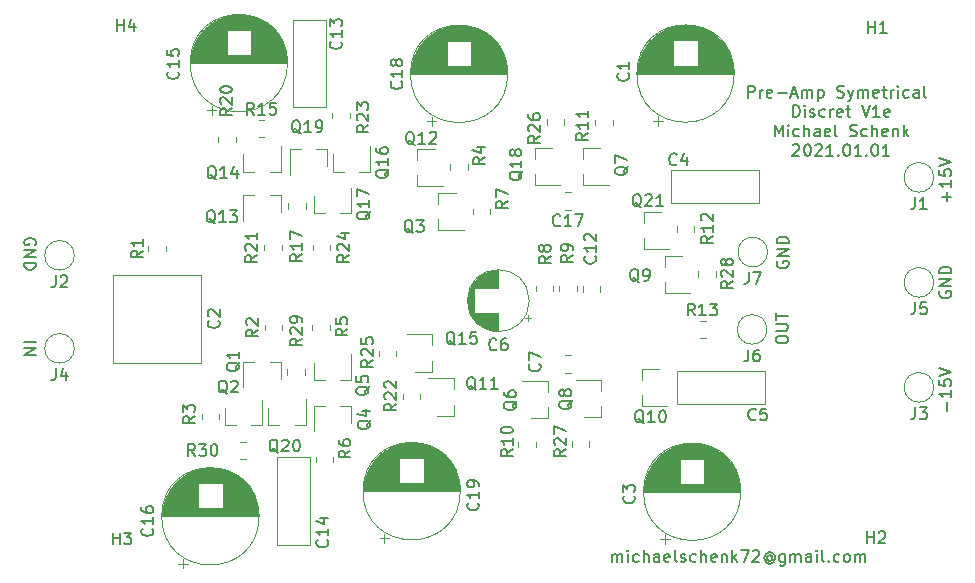
<source format=gbr>
G04 #@! TF.GenerationSoftware,KiCad,Pcbnew,(5.1.8-0-10_14)*
G04 #@! TF.CreationDate,2021-01-02T16:39:58+01:00*
G04 #@! TF.ProjectId,pre-amp-discret,7072652d-616d-4702-9d64-697363726574,rev?*
G04 #@! TF.SameCoordinates,Original*
G04 #@! TF.FileFunction,Legend,Top*
G04 #@! TF.FilePolarity,Positive*
%FSLAX46Y46*%
G04 Gerber Fmt 4.6, Leading zero omitted, Abs format (unit mm)*
G04 Created by KiCad (PCBNEW (5.1.8-0-10_14)) date 2021-01-02 16:39:58*
%MOMM*%
%LPD*%
G01*
G04 APERTURE LIST*
%ADD10C,0.150000*%
%ADD11C,0.120000*%
G04 APERTURE END LIST*
D10*
X200731428Y-132825904D02*
X200731428Y-132064000D01*
X201112380Y-131064000D02*
X201112380Y-131635428D01*
X201112380Y-131349714D02*
X200112380Y-131349714D01*
X200255238Y-131444952D01*
X200350476Y-131540190D01*
X200398095Y-131635428D01*
X200112380Y-130159238D02*
X200112380Y-130635428D01*
X200588571Y-130683047D01*
X200540952Y-130635428D01*
X200493333Y-130540190D01*
X200493333Y-130302095D01*
X200540952Y-130206857D01*
X200588571Y-130159238D01*
X200683809Y-130111619D01*
X200921904Y-130111619D01*
X201017142Y-130159238D01*
X201064761Y-130206857D01*
X201112380Y-130302095D01*
X201112380Y-130540190D01*
X201064761Y-130635428D01*
X201017142Y-130683047D01*
X200112380Y-129825904D02*
X201112380Y-129492571D01*
X200112380Y-129159238D01*
X172394314Y-145587980D02*
X172394314Y-144921314D01*
X172394314Y-145016552D02*
X172441933Y-144968933D01*
X172537171Y-144921314D01*
X172680028Y-144921314D01*
X172775266Y-144968933D01*
X172822885Y-145064171D01*
X172822885Y-145587980D01*
X172822885Y-145064171D02*
X172870504Y-144968933D01*
X172965742Y-144921314D01*
X173108600Y-144921314D01*
X173203838Y-144968933D01*
X173251457Y-145064171D01*
X173251457Y-145587980D01*
X173727647Y-145587980D02*
X173727647Y-144921314D01*
X173727647Y-144587980D02*
X173680028Y-144635600D01*
X173727647Y-144683219D01*
X173775266Y-144635600D01*
X173727647Y-144587980D01*
X173727647Y-144683219D01*
X174632409Y-145540361D02*
X174537171Y-145587980D01*
X174346695Y-145587980D01*
X174251457Y-145540361D01*
X174203838Y-145492742D01*
X174156219Y-145397504D01*
X174156219Y-145111790D01*
X174203838Y-145016552D01*
X174251457Y-144968933D01*
X174346695Y-144921314D01*
X174537171Y-144921314D01*
X174632409Y-144968933D01*
X175060980Y-145587980D02*
X175060980Y-144587980D01*
X175489552Y-145587980D02*
X175489552Y-145064171D01*
X175441933Y-144968933D01*
X175346695Y-144921314D01*
X175203838Y-144921314D01*
X175108600Y-144968933D01*
X175060980Y-145016552D01*
X176394314Y-145587980D02*
X176394314Y-145064171D01*
X176346695Y-144968933D01*
X176251457Y-144921314D01*
X176060980Y-144921314D01*
X175965742Y-144968933D01*
X176394314Y-145540361D02*
X176299076Y-145587980D01*
X176060980Y-145587980D01*
X175965742Y-145540361D01*
X175918123Y-145445123D01*
X175918123Y-145349885D01*
X175965742Y-145254647D01*
X176060980Y-145207028D01*
X176299076Y-145207028D01*
X176394314Y-145159409D01*
X177251457Y-145540361D02*
X177156219Y-145587980D01*
X176965742Y-145587980D01*
X176870504Y-145540361D01*
X176822885Y-145445123D01*
X176822885Y-145064171D01*
X176870504Y-144968933D01*
X176965742Y-144921314D01*
X177156219Y-144921314D01*
X177251457Y-144968933D01*
X177299076Y-145064171D01*
X177299076Y-145159409D01*
X176822885Y-145254647D01*
X177870504Y-145587980D02*
X177775266Y-145540361D01*
X177727647Y-145445123D01*
X177727647Y-144587980D01*
X178203838Y-145540361D02*
X178299076Y-145587980D01*
X178489552Y-145587980D01*
X178584790Y-145540361D01*
X178632409Y-145445123D01*
X178632409Y-145397504D01*
X178584790Y-145302266D01*
X178489552Y-145254647D01*
X178346695Y-145254647D01*
X178251457Y-145207028D01*
X178203838Y-145111790D01*
X178203838Y-145064171D01*
X178251457Y-144968933D01*
X178346695Y-144921314D01*
X178489552Y-144921314D01*
X178584790Y-144968933D01*
X179489552Y-145540361D02*
X179394314Y-145587980D01*
X179203838Y-145587980D01*
X179108600Y-145540361D01*
X179060980Y-145492742D01*
X179013361Y-145397504D01*
X179013361Y-145111790D01*
X179060980Y-145016552D01*
X179108600Y-144968933D01*
X179203838Y-144921314D01*
X179394314Y-144921314D01*
X179489552Y-144968933D01*
X179918123Y-145587980D02*
X179918123Y-144587980D01*
X180346695Y-145587980D02*
X180346695Y-145064171D01*
X180299076Y-144968933D01*
X180203838Y-144921314D01*
X180060980Y-144921314D01*
X179965742Y-144968933D01*
X179918123Y-145016552D01*
X181203838Y-145540361D02*
X181108600Y-145587980D01*
X180918123Y-145587980D01*
X180822885Y-145540361D01*
X180775266Y-145445123D01*
X180775266Y-145064171D01*
X180822885Y-144968933D01*
X180918123Y-144921314D01*
X181108600Y-144921314D01*
X181203838Y-144968933D01*
X181251457Y-145064171D01*
X181251457Y-145159409D01*
X180775266Y-145254647D01*
X181680028Y-144921314D02*
X181680028Y-145587980D01*
X181680028Y-145016552D02*
X181727647Y-144968933D01*
X181822885Y-144921314D01*
X181965742Y-144921314D01*
X182060980Y-144968933D01*
X182108600Y-145064171D01*
X182108600Y-145587980D01*
X182584790Y-145587980D02*
X182584790Y-144587980D01*
X182680028Y-145207028D02*
X182965742Y-145587980D01*
X182965742Y-144921314D02*
X182584790Y-145302266D01*
X183299076Y-144587980D02*
X183965742Y-144587980D01*
X183537171Y-145587980D01*
X184299076Y-144683219D02*
X184346695Y-144635600D01*
X184441933Y-144587980D01*
X184680028Y-144587980D01*
X184775266Y-144635600D01*
X184822885Y-144683219D01*
X184870504Y-144778457D01*
X184870504Y-144873695D01*
X184822885Y-145016552D01*
X184251457Y-145587980D01*
X184870504Y-145587980D01*
X185918123Y-145111790D02*
X185870504Y-145064171D01*
X185775266Y-145016552D01*
X185680028Y-145016552D01*
X185584790Y-145064171D01*
X185537171Y-145111790D01*
X185489552Y-145207028D01*
X185489552Y-145302266D01*
X185537171Y-145397504D01*
X185584790Y-145445123D01*
X185680028Y-145492742D01*
X185775266Y-145492742D01*
X185870504Y-145445123D01*
X185918123Y-145397504D01*
X185918123Y-145016552D02*
X185918123Y-145397504D01*
X185965742Y-145445123D01*
X186013361Y-145445123D01*
X186108600Y-145397504D01*
X186156219Y-145302266D01*
X186156219Y-145064171D01*
X186060980Y-144921314D01*
X185918123Y-144826076D01*
X185727647Y-144778457D01*
X185537171Y-144826076D01*
X185394314Y-144921314D01*
X185299076Y-145064171D01*
X185251457Y-145254647D01*
X185299076Y-145445123D01*
X185394314Y-145587980D01*
X185537171Y-145683219D01*
X185727647Y-145730838D01*
X185918123Y-145683219D01*
X186060980Y-145587980D01*
X187013361Y-144921314D02*
X187013361Y-145730838D01*
X186965742Y-145826076D01*
X186918123Y-145873695D01*
X186822885Y-145921314D01*
X186680028Y-145921314D01*
X186584790Y-145873695D01*
X187013361Y-145540361D02*
X186918123Y-145587980D01*
X186727647Y-145587980D01*
X186632409Y-145540361D01*
X186584790Y-145492742D01*
X186537171Y-145397504D01*
X186537171Y-145111790D01*
X186584790Y-145016552D01*
X186632409Y-144968933D01*
X186727647Y-144921314D01*
X186918123Y-144921314D01*
X187013361Y-144968933D01*
X187489552Y-145587980D02*
X187489552Y-144921314D01*
X187489552Y-145016552D02*
X187537171Y-144968933D01*
X187632409Y-144921314D01*
X187775266Y-144921314D01*
X187870504Y-144968933D01*
X187918123Y-145064171D01*
X187918123Y-145587980D01*
X187918123Y-145064171D02*
X187965742Y-144968933D01*
X188060980Y-144921314D01*
X188203838Y-144921314D01*
X188299076Y-144968933D01*
X188346695Y-145064171D01*
X188346695Y-145587980D01*
X189251457Y-145587980D02*
X189251457Y-145064171D01*
X189203838Y-144968933D01*
X189108600Y-144921314D01*
X188918123Y-144921314D01*
X188822885Y-144968933D01*
X189251457Y-145540361D02*
X189156219Y-145587980D01*
X188918123Y-145587980D01*
X188822885Y-145540361D01*
X188775266Y-145445123D01*
X188775266Y-145349885D01*
X188822885Y-145254647D01*
X188918123Y-145207028D01*
X189156219Y-145207028D01*
X189251457Y-145159409D01*
X189727647Y-145587980D02*
X189727647Y-144921314D01*
X189727647Y-144587980D02*
X189680028Y-144635600D01*
X189727647Y-144683219D01*
X189775266Y-144635600D01*
X189727647Y-144587980D01*
X189727647Y-144683219D01*
X190346695Y-145587980D02*
X190251457Y-145540361D01*
X190203838Y-145445123D01*
X190203838Y-144587980D01*
X190727647Y-145492742D02*
X190775266Y-145540361D01*
X190727647Y-145587980D01*
X190680028Y-145540361D01*
X190727647Y-145492742D01*
X190727647Y-145587980D01*
X191632409Y-145540361D02*
X191537171Y-145587980D01*
X191346695Y-145587980D01*
X191251457Y-145540361D01*
X191203838Y-145492742D01*
X191156219Y-145397504D01*
X191156219Y-145111790D01*
X191203838Y-145016552D01*
X191251457Y-144968933D01*
X191346695Y-144921314D01*
X191537171Y-144921314D01*
X191632409Y-144968933D01*
X192203838Y-145587980D02*
X192108600Y-145540361D01*
X192060980Y-145492742D01*
X192013361Y-145397504D01*
X192013361Y-145111790D01*
X192060980Y-145016552D01*
X192108600Y-144968933D01*
X192203838Y-144921314D01*
X192346695Y-144921314D01*
X192441933Y-144968933D01*
X192489552Y-145016552D01*
X192537171Y-145111790D01*
X192537171Y-145397504D01*
X192489552Y-145492742D01*
X192441933Y-145540361D01*
X192346695Y-145587980D01*
X192203838Y-145587980D01*
X192965742Y-145587980D02*
X192965742Y-144921314D01*
X192965742Y-145016552D02*
X193013361Y-144968933D01*
X193108600Y-144921314D01*
X193251457Y-144921314D01*
X193346695Y-144968933D01*
X193394314Y-145064171D01*
X193394314Y-145587980D01*
X193394314Y-145064171D02*
X193441933Y-144968933D01*
X193537171Y-144921314D01*
X193680028Y-144921314D01*
X193775266Y-144968933D01*
X193822885Y-145064171D01*
X193822885Y-145587980D01*
X183925557Y-106270280D02*
X183925557Y-105270280D01*
X184306509Y-105270280D01*
X184401747Y-105317900D01*
X184449366Y-105365519D01*
X184496985Y-105460757D01*
X184496985Y-105603614D01*
X184449366Y-105698852D01*
X184401747Y-105746471D01*
X184306509Y-105794090D01*
X183925557Y-105794090D01*
X184925557Y-106270280D02*
X184925557Y-105603614D01*
X184925557Y-105794090D02*
X184973176Y-105698852D01*
X185020795Y-105651233D01*
X185116033Y-105603614D01*
X185211271Y-105603614D01*
X185925557Y-106222661D02*
X185830319Y-106270280D01*
X185639842Y-106270280D01*
X185544604Y-106222661D01*
X185496985Y-106127423D01*
X185496985Y-105746471D01*
X185544604Y-105651233D01*
X185639842Y-105603614D01*
X185830319Y-105603614D01*
X185925557Y-105651233D01*
X185973176Y-105746471D01*
X185973176Y-105841709D01*
X185496985Y-105936947D01*
X186401747Y-105889328D02*
X187163652Y-105889328D01*
X187592223Y-105984566D02*
X188068414Y-105984566D01*
X187496985Y-106270280D02*
X187830319Y-105270280D01*
X188163652Y-106270280D01*
X188496985Y-106270280D02*
X188496985Y-105603614D01*
X188496985Y-105698852D02*
X188544604Y-105651233D01*
X188639842Y-105603614D01*
X188782700Y-105603614D01*
X188877938Y-105651233D01*
X188925557Y-105746471D01*
X188925557Y-106270280D01*
X188925557Y-105746471D02*
X188973176Y-105651233D01*
X189068414Y-105603614D01*
X189211271Y-105603614D01*
X189306509Y-105651233D01*
X189354128Y-105746471D01*
X189354128Y-106270280D01*
X189830319Y-105603614D02*
X189830319Y-106603614D01*
X189830319Y-105651233D02*
X189925557Y-105603614D01*
X190116033Y-105603614D01*
X190211271Y-105651233D01*
X190258890Y-105698852D01*
X190306509Y-105794090D01*
X190306509Y-106079804D01*
X190258890Y-106175042D01*
X190211271Y-106222661D01*
X190116033Y-106270280D01*
X189925557Y-106270280D01*
X189830319Y-106222661D01*
X191449366Y-106222661D02*
X191592223Y-106270280D01*
X191830319Y-106270280D01*
X191925557Y-106222661D01*
X191973176Y-106175042D01*
X192020795Y-106079804D01*
X192020795Y-105984566D01*
X191973176Y-105889328D01*
X191925557Y-105841709D01*
X191830319Y-105794090D01*
X191639842Y-105746471D01*
X191544604Y-105698852D01*
X191496985Y-105651233D01*
X191449366Y-105555995D01*
X191449366Y-105460757D01*
X191496985Y-105365519D01*
X191544604Y-105317900D01*
X191639842Y-105270280D01*
X191877938Y-105270280D01*
X192020795Y-105317900D01*
X192354128Y-105603614D02*
X192592223Y-106270280D01*
X192830319Y-105603614D02*
X192592223Y-106270280D01*
X192496985Y-106508376D01*
X192449366Y-106555995D01*
X192354128Y-106603614D01*
X193211271Y-106270280D02*
X193211271Y-105603614D01*
X193211271Y-105698852D02*
X193258890Y-105651233D01*
X193354128Y-105603614D01*
X193496985Y-105603614D01*
X193592223Y-105651233D01*
X193639842Y-105746471D01*
X193639842Y-106270280D01*
X193639842Y-105746471D02*
X193687461Y-105651233D01*
X193782700Y-105603614D01*
X193925557Y-105603614D01*
X194020795Y-105651233D01*
X194068414Y-105746471D01*
X194068414Y-106270280D01*
X194925557Y-106222661D02*
X194830319Y-106270280D01*
X194639842Y-106270280D01*
X194544604Y-106222661D01*
X194496985Y-106127423D01*
X194496985Y-105746471D01*
X194544604Y-105651233D01*
X194639842Y-105603614D01*
X194830319Y-105603614D01*
X194925557Y-105651233D01*
X194973176Y-105746471D01*
X194973176Y-105841709D01*
X194496985Y-105936947D01*
X195258890Y-105603614D02*
X195639842Y-105603614D01*
X195401747Y-105270280D02*
X195401747Y-106127423D01*
X195449366Y-106222661D01*
X195544604Y-106270280D01*
X195639842Y-106270280D01*
X195973176Y-106270280D02*
X195973176Y-105603614D01*
X195973176Y-105794090D02*
X196020795Y-105698852D01*
X196068414Y-105651233D01*
X196163652Y-105603614D01*
X196258890Y-105603614D01*
X196592223Y-106270280D02*
X196592223Y-105603614D01*
X196592223Y-105270280D02*
X196544604Y-105317900D01*
X196592223Y-105365519D01*
X196639842Y-105317900D01*
X196592223Y-105270280D01*
X196592223Y-105365519D01*
X197496985Y-106222661D02*
X197401747Y-106270280D01*
X197211271Y-106270280D01*
X197116033Y-106222661D01*
X197068414Y-106175042D01*
X197020795Y-106079804D01*
X197020795Y-105794090D01*
X197068414Y-105698852D01*
X197116033Y-105651233D01*
X197211271Y-105603614D01*
X197401747Y-105603614D01*
X197496985Y-105651233D01*
X198354128Y-106270280D02*
X198354128Y-105746471D01*
X198306509Y-105651233D01*
X198211271Y-105603614D01*
X198020795Y-105603614D01*
X197925557Y-105651233D01*
X198354128Y-106222661D02*
X198258890Y-106270280D01*
X198020795Y-106270280D01*
X197925557Y-106222661D01*
X197877938Y-106127423D01*
X197877938Y-106032185D01*
X197925557Y-105936947D01*
X198020795Y-105889328D01*
X198258890Y-105889328D01*
X198354128Y-105841709D01*
X198973176Y-106270280D02*
X198877938Y-106222661D01*
X198830319Y-106127423D01*
X198830319Y-105270280D01*
X187711271Y-107920280D02*
X187711271Y-106920280D01*
X187949366Y-106920280D01*
X188092223Y-106967900D01*
X188187461Y-107063138D01*
X188235080Y-107158376D01*
X188282700Y-107348852D01*
X188282700Y-107491709D01*
X188235080Y-107682185D01*
X188187461Y-107777423D01*
X188092223Y-107872661D01*
X187949366Y-107920280D01*
X187711271Y-107920280D01*
X188711271Y-107920280D02*
X188711271Y-107253614D01*
X188711271Y-106920280D02*
X188663652Y-106967900D01*
X188711271Y-107015519D01*
X188758890Y-106967900D01*
X188711271Y-106920280D01*
X188711271Y-107015519D01*
X189139842Y-107872661D02*
X189235080Y-107920280D01*
X189425557Y-107920280D01*
X189520795Y-107872661D01*
X189568414Y-107777423D01*
X189568414Y-107729804D01*
X189520795Y-107634566D01*
X189425557Y-107586947D01*
X189282700Y-107586947D01*
X189187461Y-107539328D01*
X189139842Y-107444090D01*
X189139842Y-107396471D01*
X189187461Y-107301233D01*
X189282700Y-107253614D01*
X189425557Y-107253614D01*
X189520795Y-107301233D01*
X190425557Y-107872661D02*
X190330319Y-107920280D01*
X190139842Y-107920280D01*
X190044604Y-107872661D01*
X189996985Y-107825042D01*
X189949366Y-107729804D01*
X189949366Y-107444090D01*
X189996985Y-107348852D01*
X190044604Y-107301233D01*
X190139842Y-107253614D01*
X190330319Y-107253614D01*
X190425557Y-107301233D01*
X190854128Y-107920280D02*
X190854128Y-107253614D01*
X190854128Y-107444090D02*
X190901747Y-107348852D01*
X190949366Y-107301233D01*
X191044604Y-107253614D01*
X191139842Y-107253614D01*
X191854128Y-107872661D02*
X191758890Y-107920280D01*
X191568414Y-107920280D01*
X191473176Y-107872661D01*
X191425557Y-107777423D01*
X191425557Y-107396471D01*
X191473176Y-107301233D01*
X191568414Y-107253614D01*
X191758890Y-107253614D01*
X191854128Y-107301233D01*
X191901747Y-107396471D01*
X191901747Y-107491709D01*
X191425557Y-107586947D01*
X192187461Y-107253614D02*
X192568414Y-107253614D01*
X192330319Y-106920280D02*
X192330319Y-107777423D01*
X192377938Y-107872661D01*
X192473176Y-107920280D01*
X192568414Y-107920280D01*
X193520795Y-106920280D02*
X193854128Y-107920280D01*
X194187461Y-106920280D01*
X195044604Y-107920280D02*
X194473176Y-107920280D01*
X194758890Y-107920280D02*
X194758890Y-106920280D01*
X194663652Y-107063138D01*
X194568414Y-107158376D01*
X194473176Y-107205995D01*
X195854128Y-107872661D02*
X195758890Y-107920280D01*
X195568414Y-107920280D01*
X195473176Y-107872661D01*
X195425557Y-107777423D01*
X195425557Y-107396471D01*
X195473176Y-107301233D01*
X195568414Y-107253614D01*
X195758890Y-107253614D01*
X195854128Y-107301233D01*
X195901747Y-107396471D01*
X195901747Y-107491709D01*
X195425557Y-107586947D01*
X186163652Y-109570280D02*
X186163652Y-108570280D01*
X186496985Y-109284566D01*
X186830319Y-108570280D01*
X186830319Y-109570280D01*
X187306509Y-109570280D02*
X187306509Y-108903614D01*
X187306509Y-108570280D02*
X187258890Y-108617900D01*
X187306509Y-108665519D01*
X187354128Y-108617900D01*
X187306509Y-108570280D01*
X187306509Y-108665519D01*
X188211271Y-109522661D02*
X188116033Y-109570280D01*
X187925557Y-109570280D01*
X187830319Y-109522661D01*
X187782700Y-109475042D01*
X187735080Y-109379804D01*
X187735080Y-109094090D01*
X187782700Y-108998852D01*
X187830319Y-108951233D01*
X187925557Y-108903614D01*
X188116033Y-108903614D01*
X188211271Y-108951233D01*
X188639842Y-109570280D02*
X188639842Y-108570280D01*
X189068414Y-109570280D02*
X189068414Y-109046471D01*
X189020795Y-108951233D01*
X188925557Y-108903614D01*
X188782700Y-108903614D01*
X188687461Y-108951233D01*
X188639842Y-108998852D01*
X189973176Y-109570280D02*
X189973176Y-109046471D01*
X189925557Y-108951233D01*
X189830319Y-108903614D01*
X189639842Y-108903614D01*
X189544604Y-108951233D01*
X189973176Y-109522661D02*
X189877938Y-109570280D01*
X189639842Y-109570280D01*
X189544604Y-109522661D01*
X189496985Y-109427423D01*
X189496985Y-109332185D01*
X189544604Y-109236947D01*
X189639842Y-109189328D01*
X189877938Y-109189328D01*
X189973176Y-109141709D01*
X190830319Y-109522661D02*
X190735080Y-109570280D01*
X190544604Y-109570280D01*
X190449366Y-109522661D01*
X190401747Y-109427423D01*
X190401747Y-109046471D01*
X190449366Y-108951233D01*
X190544604Y-108903614D01*
X190735080Y-108903614D01*
X190830319Y-108951233D01*
X190877938Y-109046471D01*
X190877938Y-109141709D01*
X190401747Y-109236947D01*
X191449366Y-109570280D02*
X191354128Y-109522661D01*
X191306509Y-109427423D01*
X191306509Y-108570280D01*
X192544604Y-109522661D02*
X192687461Y-109570280D01*
X192925557Y-109570280D01*
X193020795Y-109522661D01*
X193068414Y-109475042D01*
X193116033Y-109379804D01*
X193116033Y-109284566D01*
X193068414Y-109189328D01*
X193020795Y-109141709D01*
X192925557Y-109094090D01*
X192735080Y-109046471D01*
X192639842Y-108998852D01*
X192592223Y-108951233D01*
X192544604Y-108855995D01*
X192544604Y-108760757D01*
X192592223Y-108665519D01*
X192639842Y-108617900D01*
X192735080Y-108570280D01*
X192973176Y-108570280D01*
X193116033Y-108617900D01*
X193973176Y-109522661D02*
X193877938Y-109570280D01*
X193687461Y-109570280D01*
X193592223Y-109522661D01*
X193544604Y-109475042D01*
X193496985Y-109379804D01*
X193496985Y-109094090D01*
X193544604Y-108998852D01*
X193592223Y-108951233D01*
X193687461Y-108903614D01*
X193877938Y-108903614D01*
X193973176Y-108951233D01*
X194401747Y-109570280D02*
X194401747Y-108570280D01*
X194830319Y-109570280D02*
X194830319Y-109046471D01*
X194782700Y-108951233D01*
X194687461Y-108903614D01*
X194544604Y-108903614D01*
X194449366Y-108951233D01*
X194401747Y-108998852D01*
X195687461Y-109522661D02*
X195592223Y-109570280D01*
X195401747Y-109570280D01*
X195306509Y-109522661D01*
X195258890Y-109427423D01*
X195258890Y-109046471D01*
X195306509Y-108951233D01*
X195401747Y-108903614D01*
X195592223Y-108903614D01*
X195687461Y-108951233D01*
X195735080Y-109046471D01*
X195735080Y-109141709D01*
X195258890Y-109236947D01*
X196163652Y-108903614D02*
X196163652Y-109570280D01*
X196163652Y-108998852D02*
X196211271Y-108951233D01*
X196306509Y-108903614D01*
X196449366Y-108903614D01*
X196544604Y-108951233D01*
X196592223Y-109046471D01*
X196592223Y-109570280D01*
X197068414Y-109570280D02*
X197068414Y-108570280D01*
X197163652Y-109189328D02*
X197449366Y-109570280D01*
X197449366Y-108903614D02*
X197068414Y-109284566D01*
X187687461Y-110315519D02*
X187735080Y-110267900D01*
X187830319Y-110220280D01*
X188068414Y-110220280D01*
X188163652Y-110267900D01*
X188211271Y-110315519D01*
X188258890Y-110410757D01*
X188258890Y-110505995D01*
X188211271Y-110648852D01*
X187639842Y-111220280D01*
X188258890Y-111220280D01*
X188877938Y-110220280D02*
X188973176Y-110220280D01*
X189068414Y-110267900D01*
X189116033Y-110315519D01*
X189163652Y-110410757D01*
X189211271Y-110601233D01*
X189211271Y-110839328D01*
X189163652Y-111029804D01*
X189116033Y-111125042D01*
X189068414Y-111172661D01*
X188973176Y-111220280D01*
X188877938Y-111220280D01*
X188782700Y-111172661D01*
X188735080Y-111125042D01*
X188687461Y-111029804D01*
X188639842Y-110839328D01*
X188639842Y-110601233D01*
X188687461Y-110410757D01*
X188735080Y-110315519D01*
X188782700Y-110267900D01*
X188877938Y-110220280D01*
X189592223Y-110315519D02*
X189639842Y-110267900D01*
X189735080Y-110220280D01*
X189973176Y-110220280D01*
X190068414Y-110267900D01*
X190116033Y-110315519D01*
X190163652Y-110410757D01*
X190163652Y-110505995D01*
X190116033Y-110648852D01*
X189544604Y-111220280D01*
X190163652Y-111220280D01*
X191116033Y-111220280D02*
X190544604Y-111220280D01*
X190830319Y-111220280D02*
X190830319Y-110220280D01*
X190735080Y-110363138D01*
X190639842Y-110458376D01*
X190544604Y-110505995D01*
X191544604Y-111125042D02*
X191592223Y-111172661D01*
X191544604Y-111220280D01*
X191496985Y-111172661D01*
X191544604Y-111125042D01*
X191544604Y-111220280D01*
X192211271Y-110220280D02*
X192306509Y-110220280D01*
X192401747Y-110267900D01*
X192449366Y-110315519D01*
X192496985Y-110410757D01*
X192544604Y-110601233D01*
X192544604Y-110839328D01*
X192496985Y-111029804D01*
X192449366Y-111125042D01*
X192401747Y-111172661D01*
X192306509Y-111220280D01*
X192211271Y-111220280D01*
X192116033Y-111172661D01*
X192068414Y-111125042D01*
X192020795Y-111029804D01*
X191973176Y-110839328D01*
X191973176Y-110601233D01*
X192020795Y-110410757D01*
X192068414Y-110315519D01*
X192116033Y-110267900D01*
X192211271Y-110220280D01*
X193496985Y-111220280D02*
X192925557Y-111220280D01*
X193211271Y-111220280D02*
X193211271Y-110220280D01*
X193116033Y-110363138D01*
X193020795Y-110458376D01*
X192925557Y-110505995D01*
X193925557Y-111125042D02*
X193973176Y-111172661D01*
X193925557Y-111220280D01*
X193877938Y-111172661D01*
X193925557Y-111125042D01*
X193925557Y-111220280D01*
X194592223Y-110220280D02*
X194687461Y-110220280D01*
X194782700Y-110267900D01*
X194830319Y-110315519D01*
X194877938Y-110410757D01*
X194925557Y-110601233D01*
X194925557Y-110839328D01*
X194877938Y-111029804D01*
X194830319Y-111125042D01*
X194782700Y-111172661D01*
X194687461Y-111220280D01*
X194592223Y-111220280D01*
X194496985Y-111172661D01*
X194449366Y-111125042D01*
X194401747Y-111029804D01*
X194354128Y-110839328D01*
X194354128Y-110601233D01*
X194401747Y-110410757D01*
X194449366Y-110315519D01*
X194496985Y-110267900D01*
X194592223Y-110220280D01*
X195877938Y-111220280D02*
X195306509Y-111220280D01*
X195592223Y-111220280D02*
X195592223Y-110220280D01*
X195496985Y-110363138D01*
X195401747Y-110458376D01*
X195306509Y-110505995D01*
X186380500Y-120141904D02*
X186332880Y-120237142D01*
X186332880Y-120380000D01*
X186380500Y-120522857D01*
X186475738Y-120618095D01*
X186570976Y-120665714D01*
X186761452Y-120713333D01*
X186904309Y-120713333D01*
X187094785Y-120665714D01*
X187190023Y-120618095D01*
X187285261Y-120522857D01*
X187332880Y-120380000D01*
X187332880Y-120284761D01*
X187285261Y-120141904D01*
X187237642Y-120094285D01*
X186904309Y-120094285D01*
X186904309Y-120284761D01*
X187332880Y-119665714D02*
X186332880Y-119665714D01*
X187332880Y-119094285D01*
X186332880Y-119094285D01*
X187332880Y-118618095D02*
X186332880Y-118618095D01*
X186332880Y-118380000D01*
X186380500Y-118237142D01*
X186475738Y-118141904D01*
X186570976Y-118094285D01*
X186761452Y-118046666D01*
X186904309Y-118046666D01*
X187094785Y-118094285D01*
X187190023Y-118141904D01*
X187285261Y-118237142D01*
X187332880Y-118380000D01*
X187332880Y-118618095D01*
X186269380Y-126857000D02*
X186269380Y-126666523D01*
X186317000Y-126571285D01*
X186412238Y-126476047D01*
X186602714Y-126428428D01*
X186936047Y-126428428D01*
X187126523Y-126476047D01*
X187221761Y-126571285D01*
X187269380Y-126666523D01*
X187269380Y-126857000D01*
X187221761Y-126952238D01*
X187126523Y-127047476D01*
X186936047Y-127095095D01*
X186602714Y-127095095D01*
X186412238Y-127047476D01*
X186317000Y-126952238D01*
X186269380Y-126857000D01*
X186269380Y-125999857D02*
X187078904Y-125999857D01*
X187174142Y-125952238D01*
X187221761Y-125904619D01*
X187269380Y-125809380D01*
X187269380Y-125618904D01*
X187221761Y-125523666D01*
X187174142Y-125476047D01*
X187078904Y-125428428D01*
X186269380Y-125428428D01*
X186269380Y-125095095D02*
X186269380Y-124523666D01*
X187269380Y-124809380D02*
X186269380Y-124809380D01*
X123563000Y-118745095D02*
X123610619Y-118649857D01*
X123610619Y-118507000D01*
X123563000Y-118364142D01*
X123467761Y-118268904D01*
X123372523Y-118221285D01*
X123182047Y-118173666D01*
X123039190Y-118173666D01*
X122848714Y-118221285D01*
X122753476Y-118268904D01*
X122658238Y-118364142D01*
X122610619Y-118507000D01*
X122610619Y-118602238D01*
X122658238Y-118745095D01*
X122705857Y-118792714D01*
X123039190Y-118792714D01*
X123039190Y-118602238D01*
X122610619Y-119221285D02*
X123610619Y-119221285D01*
X122610619Y-119792714D01*
X123610619Y-119792714D01*
X122610619Y-120268904D02*
X123610619Y-120268904D01*
X123610619Y-120507000D01*
X123563000Y-120649857D01*
X123467761Y-120745095D01*
X123372523Y-120792714D01*
X123182047Y-120840333D01*
X123039190Y-120840333D01*
X122848714Y-120792714D01*
X122753476Y-120745095D01*
X122658238Y-120649857D01*
X122610619Y-120507000D01*
X122610619Y-120268904D01*
X122610619Y-126984190D02*
X123610619Y-126984190D01*
X122610619Y-127460380D02*
X123610619Y-127460380D01*
X122610619Y-128031809D01*
X123610619Y-128031809D01*
X200160000Y-122681904D02*
X200112380Y-122777142D01*
X200112380Y-122920000D01*
X200160000Y-123062857D01*
X200255238Y-123158095D01*
X200350476Y-123205714D01*
X200540952Y-123253333D01*
X200683809Y-123253333D01*
X200874285Y-123205714D01*
X200969523Y-123158095D01*
X201064761Y-123062857D01*
X201112380Y-122920000D01*
X201112380Y-122824761D01*
X201064761Y-122681904D01*
X201017142Y-122634285D01*
X200683809Y-122634285D01*
X200683809Y-122824761D01*
X201112380Y-122205714D02*
X200112380Y-122205714D01*
X201112380Y-121634285D01*
X200112380Y-121634285D01*
X201112380Y-121158095D02*
X200112380Y-121158095D01*
X200112380Y-120920000D01*
X200160000Y-120777142D01*
X200255238Y-120681904D01*
X200350476Y-120634285D01*
X200540952Y-120586666D01*
X200683809Y-120586666D01*
X200874285Y-120634285D01*
X200969523Y-120681904D01*
X201064761Y-120777142D01*
X201112380Y-120920000D01*
X201112380Y-121158095D01*
X200731428Y-115045904D02*
X200731428Y-114284000D01*
X201112380Y-114664952D02*
X200350476Y-114664952D01*
X201112380Y-113284000D02*
X201112380Y-113855428D01*
X201112380Y-113569714D02*
X200112380Y-113569714D01*
X200255238Y-113664952D01*
X200350476Y-113760190D01*
X200398095Y-113855428D01*
X200112380Y-112379238D02*
X200112380Y-112855428D01*
X200588571Y-112903047D01*
X200540952Y-112855428D01*
X200493333Y-112760190D01*
X200493333Y-112522095D01*
X200540952Y-112426857D01*
X200588571Y-112379238D01*
X200683809Y-112331619D01*
X200921904Y-112331619D01*
X201017142Y-112379238D01*
X201064761Y-112426857D01*
X201112380Y-112522095D01*
X201112380Y-112760190D01*
X201064761Y-112855428D01*
X201017142Y-112903047D01*
X200112380Y-112045904D02*
X201112380Y-111712571D01*
X200112380Y-111379238D01*
D11*
X175074800Y-115935600D02*
X176534800Y-115935600D01*
X175074800Y-119095600D02*
X177234800Y-119095600D01*
X175074800Y-119095600D02*
X175074800Y-118165600D01*
X175074800Y-115935600D02*
X175074800Y-116865600D01*
X155897800Y-110601600D02*
X157357800Y-110601600D01*
X155897800Y-113761600D02*
X158057800Y-113761600D01*
X155897800Y-113761600D02*
X155897800Y-112831600D01*
X155897800Y-110601600D02*
X155897800Y-111531600D01*
X158986000Y-133213000D02*
X157526000Y-133213000D01*
X158986000Y-130053000D02*
X156826000Y-130053000D01*
X158986000Y-130053000D02*
X158986000Y-130983000D01*
X158986000Y-133213000D02*
X158986000Y-132283000D01*
X175897800Y-108253898D02*
X176697800Y-108253898D01*
X176297800Y-108653898D02*
X176297800Y-107853898D01*
X178079800Y-100163200D02*
X179145800Y-100163200D01*
X177844800Y-100203200D02*
X179380800Y-100203200D01*
X177664800Y-100243200D02*
X179560800Y-100243200D01*
X177514800Y-100283200D02*
X179710800Y-100283200D01*
X177383800Y-100323200D02*
X179841800Y-100323200D01*
X177266800Y-100363200D02*
X179958800Y-100363200D01*
X177159800Y-100403200D02*
X180065800Y-100403200D01*
X177060800Y-100443200D02*
X180164800Y-100443200D01*
X176967800Y-100483200D02*
X180257800Y-100483200D01*
X176881800Y-100523200D02*
X180343800Y-100523200D01*
X176799800Y-100563200D02*
X180425800Y-100563200D01*
X176722800Y-100603200D02*
X180502800Y-100603200D01*
X176648800Y-100643200D02*
X180576800Y-100643200D01*
X176578800Y-100683200D02*
X180646800Y-100683200D01*
X176510800Y-100723200D02*
X180714800Y-100723200D01*
X176446800Y-100763200D02*
X180778800Y-100763200D01*
X176384800Y-100803200D02*
X180840800Y-100803200D01*
X176325800Y-100843200D02*
X180899800Y-100843200D01*
X176267800Y-100883200D02*
X180957800Y-100883200D01*
X176212800Y-100923200D02*
X181012800Y-100923200D01*
X176158800Y-100963200D02*
X181066800Y-100963200D01*
X176107800Y-101003200D02*
X181117800Y-101003200D01*
X176056800Y-101043200D02*
X181168800Y-101043200D01*
X176008800Y-101083200D02*
X181216800Y-101083200D01*
X175961800Y-101123200D02*
X181263800Y-101123200D01*
X175915800Y-101163200D02*
X181309800Y-101163200D01*
X175871800Y-101203200D02*
X181353800Y-101203200D01*
X175828800Y-101243200D02*
X181396800Y-101243200D01*
X175786800Y-101283200D02*
X181438800Y-101283200D01*
X175745800Y-101323200D02*
X181479800Y-101323200D01*
X175705800Y-101363200D02*
X181519800Y-101363200D01*
X175667800Y-101403200D02*
X181557800Y-101403200D01*
X175629800Y-101443200D02*
X181595800Y-101443200D01*
X179652800Y-101483200D02*
X181631800Y-101483200D01*
X175593800Y-101483200D02*
X177572800Y-101483200D01*
X179652800Y-101523200D02*
X181667800Y-101523200D01*
X175557800Y-101523200D02*
X177572800Y-101523200D01*
X179652800Y-101563200D02*
X181702800Y-101563200D01*
X175522800Y-101563200D02*
X177572800Y-101563200D01*
X179652800Y-101603200D02*
X181736800Y-101603200D01*
X175488800Y-101603200D02*
X177572800Y-101603200D01*
X179652800Y-101643200D02*
X181768800Y-101643200D01*
X175456800Y-101643200D02*
X177572800Y-101643200D01*
X179652800Y-101683200D02*
X181801800Y-101683200D01*
X175423800Y-101683200D02*
X177572800Y-101683200D01*
X179652800Y-101723200D02*
X181832800Y-101723200D01*
X175392800Y-101723200D02*
X177572800Y-101723200D01*
X179652800Y-101763200D02*
X181862800Y-101763200D01*
X175362800Y-101763200D02*
X177572800Y-101763200D01*
X179652800Y-101803200D02*
X181892800Y-101803200D01*
X175332800Y-101803200D02*
X177572800Y-101803200D01*
X179652800Y-101843200D02*
X181921800Y-101843200D01*
X175303800Y-101843200D02*
X177572800Y-101843200D01*
X179652800Y-101883200D02*
X181950800Y-101883200D01*
X175274800Y-101883200D02*
X177572800Y-101883200D01*
X179652800Y-101923200D02*
X181977800Y-101923200D01*
X175247800Y-101923200D02*
X177572800Y-101923200D01*
X179652800Y-101963200D02*
X182004800Y-101963200D01*
X175220800Y-101963200D02*
X177572800Y-101963200D01*
X179652800Y-102003200D02*
X182030800Y-102003200D01*
X175194800Y-102003200D02*
X177572800Y-102003200D01*
X179652800Y-102043200D02*
X182056800Y-102043200D01*
X175168800Y-102043200D02*
X177572800Y-102043200D01*
X179652800Y-102083200D02*
X182081800Y-102083200D01*
X175143800Y-102083200D02*
X177572800Y-102083200D01*
X179652800Y-102123200D02*
X182105800Y-102123200D01*
X175119800Y-102123200D02*
X177572800Y-102123200D01*
X179652800Y-102163200D02*
X182129800Y-102163200D01*
X175095800Y-102163200D02*
X177572800Y-102163200D01*
X179652800Y-102203200D02*
X182152800Y-102203200D01*
X175072800Y-102203200D02*
X177572800Y-102203200D01*
X179652800Y-102243200D02*
X182174800Y-102243200D01*
X175050800Y-102243200D02*
X177572800Y-102243200D01*
X179652800Y-102283200D02*
X182196800Y-102283200D01*
X175028800Y-102283200D02*
X177572800Y-102283200D01*
X179652800Y-102323200D02*
X182218800Y-102323200D01*
X175006800Y-102323200D02*
X177572800Y-102323200D01*
X179652800Y-102363200D02*
X182239800Y-102363200D01*
X174985800Y-102363200D02*
X177572800Y-102363200D01*
X179652800Y-102403200D02*
X182259800Y-102403200D01*
X174965800Y-102403200D02*
X177572800Y-102403200D01*
X179652800Y-102443200D02*
X182278800Y-102443200D01*
X174946800Y-102443200D02*
X177572800Y-102443200D01*
X179652800Y-102483200D02*
X182298800Y-102483200D01*
X174926800Y-102483200D02*
X177572800Y-102483200D01*
X179652800Y-102523200D02*
X182316800Y-102523200D01*
X174908800Y-102523200D02*
X177572800Y-102523200D01*
X179652800Y-102563200D02*
X182334800Y-102563200D01*
X174890800Y-102563200D02*
X177572800Y-102563200D01*
X179652800Y-102603200D02*
X182352800Y-102603200D01*
X174872800Y-102603200D02*
X177572800Y-102603200D01*
X179652800Y-102643200D02*
X182369800Y-102643200D01*
X174855800Y-102643200D02*
X177572800Y-102643200D01*
X179652800Y-102683200D02*
X182386800Y-102683200D01*
X174838800Y-102683200D02*
X177572800Y-102683200D01*
X179652800Y-102723200D02*
X182402800Y-102723200D01*
X174822800Y-102723200D02*
X177572800Y-102723200D01*
X179652800Y-102763200D02*
X182417800Y-102763200D01*
X174807800Y-102763200D02*
X177572800Y-102763200D01*
X179652800Y-102803200D02*
X182433800Y-102803200D01*
X174791800Y-102803200D02*
X177572800Y-102803200D01*
X179652800Y-102843200D02*
X182447800Y-102843200D01*
X174777800Y-102843200D02*
X177572800Y-102843200D01*
X179652800Y-102883200D02*
X182462800Y-102883200D01*
X174762800Y-102883200D02*
X177572800Y-102883200D01*
X179652800Y-102923200D02*
X182475800Y-102923200D01*
X174749800Y-102923200D02*
X177572800Y-102923200D01*
X179652800Y-102963200D02*
X182489800Y-102963200D01*
X174735800Y-102963200D02*
X177572800Y-102963200D01*
X179652800Y-103003200D02*
X182501800Y-103003200D01*
X174723800Y-103003200D02*
X177572800Y-103003200D01*
X179652800Y-103043200D02*
X182514800Y-103043200D01*
X174710800Y-103043200D02*
X177572800Y-103043200D01*
X179652800Y-103083200D02*
X182526800Y-103083200D01*
X174698800Y-103083200D02*
X177572800Y-103083200D01*
X179652800Y-103123200D02*
X182537800Y-103123200D01*
X174687800Y-103123200D02*
X177572800Y-103123200D01*
X179652800Y-103163200D02*
X182548800Y-103163200D01*
X174676800Y-103163200D02*
X177572800Y-103163200D01*
X179652800Y-103203200D02*
X182559800Y-103203200D01*
X174665800Y-103203200D02*
X177572800Y-103203200D01*
X179652800Y-103243200D02*
X182569800Y-103243200D01*
X174655800Y-103243200D02*
X177572800Y-103243200D01*
X179652800Y-103283200D02*
X182579800Y-103283200D01*
X174645800Y-103283200D02*
X177572800Y-103283200D01*
X179652800Y-103323200D02*
X182588800Y-103323200D01*
X174636800Y-103323200D02*
X177572800Y-103323200D01*
X179652800Y-103363200D02*
X182597800Y-103363200D01*
X174627800Y-103363200D02*
X177572800Y-103363200D01*
X179652800Y-103403200D02*
X182606800Y-103403200D01*
X174618800Y-103403200D02*
X177572800Y-103403200D01*
X179652800Y-103443200D02*
X182614800Y-103443200D01*
X174610800Y-103443200D02*
X177572800Y-103443200D01*
X179652800Y-103483200D02*
X182622800Y-103483200D01*
X174602800Y-103483200D02*
X177572800Y-103483200D01*
X179652800Y-103523200D02*
X182629800Y-103523200D01*
X174595800Y-103523200D02*
X177572800Y-103523200D01*
X174588800Y-103564200D02*
X182636800Y-103564200D01*
X174582800Y-103604200D02*
X182642800Y-103604200D01*
X174575800Y-103644200D02*
X182649800Y-103644200D01*
X174570800Y-103684200D02*
X182654800Y-103684200D01*
X174564800Y-103724200D02*
X182660800Y-103724200D01*
X174560800Y-103764200D02*
X182664800Y-103764200D01*
X174555800Y-103804200D02*
X182669800Y-103804200D01*
X174551800Y-103844200D02*
X182673800Y-103844200D01*
X174547800Y-103884200D02*
X182677800Y-103884200D01*
X174544800Y-103924200D02*
X182680800Y-103924200D01*
X174541800Y-103964200D02*
X182683800Y-103964200D01*
X174538800Y-104004200D02*
X182686800Y-104004200D01*
X174536800Y-104044200D02*
X182688800Y-104044200D01*
X174535800Y-104084200D02*
X182689800Y-104084200D01*
X174533800Y-104124200D02*
X182691800Y-104124200D01*
X174532800Y-104164200D02*
X182692800Y-104164200D01*
X174532800Y-104204200D02*
X182692800Y-104204200D01*
X174532800Y-104244200D02*
X182692800Y-104244200D01*
X182732800Y-104244200D02*
G75*
G03*
X182732800Y-104244200I-4120000J0D01*
G01*
X141365464Y-135409000D02*
X140911336Y-135409000D01*
X141365464Y-136879000D02*
X140911336Y-136879000D01*
X144908600Y-129271536D02*
X144908600Y-129725664D01*
X146378600Y-129271536D02*
X146378600Y-129725664D01*
X144984800Y-115241336D02*
X144984800Y-115695464D01*
X146454800Y-115241336D02*
X146454800Y-115695464D01*
X142470136Y-109650200D02*
X142924264Y-109650200D01*
X142470136Y-108180200D02*
X142924264Y-108180200D01*
X143291400Y-133992400D02*
X143291400Y-132532400D01*
X146451400Y-133992400D02*
X146451400Y-131832400D01*
X146451400Y-133992400D02*
X145521400Y-133992400D01*
X143291400Y-133992400D02*
X144221400Y-133992400D01*
X148249800Y-110635000D02*
X148249800Y-112095000D01*
X145089800Y-110635000D02*
X145089800Y-112795000D01*
X145089800Y-110635000D02*
X146019800Y-110635000D01*
X148249800Y-110635000D02*
X147319800Y-110635000D01*
X159542600Y-139595800D02*
G75*
G03*
X159542600Y-139595800I-4120000J0D01*
G01*
X151342600Y-139595800D02*
X159502600Y-139595800D01*
X151342600Y-139555800D02*
X159502600Y-139555800D01*
X151342600Y-139515800D02*
X159502600Y-139515800D01*
X151343600Y-139475800D02*
X159501600Y-139475800D01*
X151345600Y-139435800D02*
X159499600Y-139435800D01*
X151346600Y-139395800D02*
X159498600Y-139395800D01*
X151348600Y-139355800D02*
X159496600Y-139355800D01*
X151351600Y-139315800D02*
X159493600Y-139315800D01*
X151354600Y-139275800D02*
X159490600Y-139275800D01*
X151357600Y-139235800D02*
X159487600Y-139235800D01*
X151361600Y-139195800D02*
X159483600Y-139195800D01*
X151365600Y-139155800D02*
X159479600Y-139155800D01*
X151370600Y-139115800D02*
X159474600Y-139115800D01*
X151374600Y-139075800D02*
X159470600Y-139075800D01*
X151380600Y-139035800D02*
X159464600Y-139035800D01*
X151385600Y-138995800D02*
X159459600Y-138995800D01*
X151392600Y-138955800D02*
X159452600Y-138955800D01*
X151398600Y-138915800D02*
X159446600Y-138915800D01*
X151405600Y-138874800D02*
X154382600Y-138874800D01*
X156462600Y-138874800D02*
X159439600Y-138874800D01*
X151412600Y-138834800D02*
X154382600Y-138834800D01*
X156462600Y-138834800D02*
X159432600Y-138834800D01*
X151420600Y-138794800D02*
X154382600Y-138794800D01*
X156462600Y-138794800D02*
X159424600Y-138794800D01*
X151428600Y-138754800D02*
X154382600Y-138754800D01*
X156462600Y-138754800D02*
X159416600Y-138754800D01*
X151437600Y-138714800D02*
X154382600Y-138714800D01*
X156462600Y-138714800D02*
X159407600Y-138714800D01*
X151446600Y-138674800D02*
X154382600Y-138674800D01*
X156462600Y-138674800D02*
X159398600Y-138674800D01*
X151455600Y-138634800D02*
X154382600Y-138634800D01*
X156462600Y-138634800D02*
X159389600Y-138634800D01*
X151465600Y-138594800D02*
X154382600Y-138594800D01*
X156462600Y-138594800D02*
X159379600Y-138594800D01*
X151475600Y-138554800D02*
X154382600Y-138554800D01*
X156462600Y-138554800D02*
X159369600Y-138554800D01*
X151486600Y-138514800D02*
X154382600Y-138514800D01*
X156462600Y-138514800D02*
X159358600Y-138514800D01*
X151497600Y-138474800D02*
X154382600Y-138474800D01*
X156462600Y-138474800D02*
X159347600Y-138474800D01*
X151508600Y-138434800D02*
X154382600Y-138434800D01*
X156462600Y-138434800D02*
X159336600Y-138434800D01*
X151520600Y-138394800D02*
X154382600Y-138394800D01*
X156462600Y-138394800D02*
X159324600Y-138394800D01*
X151533600Y-138354800D02*
X154382600Y-138354800D01*
X156462600Y-138354800D02*
X159311600Y-138354800D01*
X151545600Y-138314800D02*
X154382600Y-138314800D01*
X156462600Y-138314800D02*
X159299600Y-138314800D01*
X151559600Y-138274800D02*
X154382600Y-138274800D01*
X156462600Y-138274800D02*
X159285600Y-138274800D01*
X151572600Y-138234800D02*
X154382600Y-138234800D01*
X156462600Y-138234800D02*
X159272600Y-138234800D01*
X151587600Y-138194800D02*
X154382600Y-138194800D01*
X156462600Y-138194800D02*
X159257600Y-138194800D01*
X151601600Y-138154800D02*
X154382600Y-138154800D01*
X156462600Y-138154800D02*
X159243600Y-138154800D01*
X151617600Y-138114800D02*
X154382600Y-138114800D01*
X156462600Y-138114800D02*
X159227600Y-138114800D01*
X151632600Y-138074800D02*
X154382600Y-138074800D01*
X156462600Y-138074800D02*
X159212600Y-138074800D01*
X151648600Y-138034800D02*
X154382600Y-138034800D01*
X156462600Y-138034800D02*
X159196600Y-138034800D01*
X151665600Y-137994800D02*
X154382600Y-137994800D01*
X156462600Y-137994800D02*
X159179600Y-137994800D01*
X151682600Y-137954800D02*
X154382600Y-137954800D01*
X156462600Y-137954800D02*
X159162600Y-137954800D01*
X151700600Y-137914800D02*
X154382600Y-137914800D01*
X156462600Y-137914800D02*
X159144600Y-137914800D01*
X151718600Y-137874800D02*
X154382600Y-137874800D01*
X156462600Y-137874800D02*
X159126600Y-137874800D01*
X151736600Y-137834800D02*
X154382600Y-137834800D01*
X156462600Y-137834800D02*
X159108600Y-137834800D01*
X151756600Y-137794800D02*
X154382600Y-137794800D01*
X156462600Y-137794800D02*
X159088600Y-137794800D01*
X151775600Y-137754800D02*
X154382600Y-137754800D01*
X156462600Y-137754800D02*
X159069600Y-137754800D01*
X151795600Y-137714800D02*
X154382600Y-137714800D01*
X156462600Y-137714800D02*
X159049600Y-137714800D01*
X151816600Y-137674800D02*
X154382600Y-137674800D01*
X156462600Y-137674800D02*
X159028600Y-137674800D01*
X151838600Y-137634800D02*
X154382600Y-137634800D01*
X156462600Y-137634800D02*
X159006600Y-137634800D01*
X151860600Y-137594800D02*
X154382600Y-137594800D01*
X156462600Y-137594800D02*
X158984600Y-137594800D01*
X151882600Y-137554800D02*
X154382600Y-137554800D01*
X156462600Y-137554800D02*
X158962600Y-137554800D01*
X151905600Y-137514800D02*
X154382600Y-137514800D01*
X156462600Y-137514800D02*
X158939600Y-137514800D01*
X151929600Y-137474800D02*
X154382600Y-137474800D01*
X156462600Y-137474800D02*
X158915600Y-137474800D01*
X151953600Y-137434800D02*
X154382600Y-137434800D01*
X156462600Y-137434800D02*
X158891600Y-137434800D01*
X151978600Y-137394800D02*
X154382600Y-137394800D01*
X156462600Y-137394800D02*
X158866600Y-137394800D01*
X152004600Y-137354800D02*
X154382600Y-137354800D01*
X156462600Y-137354800D02*
X158840600Y-137354800D01*
X152030600Y-137314800D02*
X154382600Y-137314800D01*
X156462600Y-137314800D02*
X158814600Y-137314800D01*
X152057600Y-137274800D02*
X154382600Y-137274800D01*
X156462600Y-137274800D02*
X158787600Y-137274800D01*
X152084600Y-137234800D02*
X154382600Y-137234800D01*
X156462600Y-137234800D02*
X158760600Y-137234800D01*
X152113600Y-137194800D02*
X154382600Y-137194800D01*
X156462600Y-137194800D02*
X158731600Y-137194800D01*
X152142600Y-137154800D02*
X154382600Y-137154800D01*
X156462600Y-137154800D02*
X158702600Y-137154800D01*
X152172600Y-137114800D02*
X154382600Y-137114800D01*
X156462600Y-137114800D02*
X158672600Y-137114800D01*
X152202600Y-137074800D02*
X154382600Y-137074800D01*
X156462600Y-137074800D02*
X158642600Y-137074800D01*
X152233600Y-137034800D02*
X154382600Y-137034800D01*
X156462600Y-137034800D02*
X158611600Y-137034800D01*
X152266600Y-136994800D02*
X154382600Y-136994800D01*
X156462600Y-136994800D02*
X158578600Y-136994800D01*
X152298600Y-136954800D02*
X154382600Y-136954800D01*
X156462600Y-136954800D02*
X158546600Y-136954800D01*
X152332600Y-136914800D02*
X154382600Y-136914800D01*
X156462600Y-136914800D02*
X158512600Y-136914800D01*
X152367600Y-136874800D02*
X154382600Y-136874800D01*
X156462600Y-136874800D02*
X158477600Y-136874800D01*
X152403600Y-136834800D02*
X154382600Y-136834800D01*
X156462600Y-136834800D02*
X158441600Y-136834800D01*
X152439600Y-136794800D02*
X158405600Y-136794800D01*
X152477600Y-136754800D02*
X158367600Y-136754800D01*
X152515600Y-136714800D02*
X158329600Y-136714800D01*
X152555600Y-136674800D02*
X158289600Y-136674800D01*
X152596600Y-136634800D02*
X158248600Y-136634800D01*
X152638600Y-136594800D02*
X158206600Y-136594800D01*
X152681600Y-136554800D02*
X158163600Y-136554800D01*
X152725600Y-136514800D02*
X158119600Y-136514800D01*
X152771600Y-136474800D02*
X158073600Y-136474800D01*
X152818600Y-136434800D02*
X158026600Y-136434800D01*
X152866600Y-136394800D02*
X157978600Y-136394800D01*
X152917600Y-136354800D02*
X157927600Y-136354800D01*
X152968600Y-136314800D02*
X157876600Y-136314800D01*
X153022600Y-136274800D02*
X157822600Y-136274800D01*
X153077600Y-136234800D02*
X157767600Y-136234800D01*
X153135600Y-136194800D02*
X157709600Y-136194800D01*
X153194600Y-136154800D02*
X157650600Y-136154800D01*
X153256600Y-136114800D02*
X157588600Y-136114800D01*
X153320600Y-136074800D02*
X157524600Y-136074800D01*
X153388600Y-136034800D02*
X157456600Y-136034800D01*
X153458600Y-135994800D02*
X157386600Y-135994800D01*
X153532600Y-135954800D02*
X157312600Y-135954800D01*
X153609600Y-135914800D02*
X157235600Y-135914800D01*
X153691600Y-135874800D02*
X157153600Y-135874800D01*
X153777600Y-135834800D02*
X157067600Y-135834800D01*
X153870600Y-135794800D02*
X156974600Y-135794800D01*
X153969600Y-135754800D02*
X156875600Y-135754800D01*
X154076600Y-135714800D02*
X156768600Y-135714800D01*
X154193600Y-135674800D02*
X156651600Y-135674800D01*
X154324600Y-135634800D02*
X156520600Y-135634800D01*
X154474600Y-135594800D02*
X156370600Y-135594800D01*
X154654600Y-135554800D02*
X156190600Y-135554800D01*
X154889600Y-135514800D02*
X155955600Y-135514800D01*
X153107600Y-144005498D02*
X153107600Y-143205498D01*
X152707600Y-143605498D02*
X153507600Y-143605498D01*
X163555800Y-104269600D02*
G75*
G03*
X163555800Y-104269600I-4120000J0D01*
G01*
X155355800Y-104269600D02*
X163515800Y-104269600D01*
X155355800Y-104229600D02*
X163515800Y-104229600D01*
X155355800Y-104189600D02*
X163515800Y-104189600D01*
X155356800Y-104149600D02*
X163514800Y-104149600D01*
X155358800Y-104109600D02*
X163512800Y-104109600D01*
X155359800Y-104069600D02*
X163511800Y-104069600D01*
X155361800Y-104029600D02*
X163509800Y-104029600D01*
X155364800Y-103989600D02*
X163506800Y-103989600D01*
X155367800Y-103949600D02*
X163503800Y-103949600D01*
X155370800Y-103909600D02*
X163500800Y-103909600D01*
X155374800Y-103869600D02*
X163496800Y-103869600D01*
X155378800Y-103829600D02*
X163492800Y-103829600D01*
X155383800Y-103789600D02*
X163487800Y-103789600D01*
X155387800Y-103749600D02*
X163483800Y-103749600D01*
X155393800Y-103709600D02*
X163477800Y-103709600D01*
X155398800Y-103669600D02*
X163472800Y-103669600D01*
X155405800Y-103629600D02*
X163465800Y-103629600D01*
X155411800Y-103589600D02*
X163459800Y-103589600D01*
X155418800Y-103548600D02*
X158395800Y-103548600D01*
X160475800Y-103548600D02*
X163452800Y-103548600D01*
X155425800Y-103508600D02*
X158395800Y-103508600D01*
X160475800Y-103508600D02*
X163445800Y-103508600D01*
X155433800Y-103468600D02*
X158395800Y-103468600D01*
X160475800Y-103468600D02*
X163437800Y-103468600D01*
X155441800Y-103428600D02*
X158395800Y-103428600D01*
X160475800Y-103428600D02*
X163429800Y-103428600D01*
X155450800Y-103388600D02*
X158395800Y-103388600D01*
X160475800Y-103388600D02*
X163420800Y-103388600D01*
X155459800Y-103348600D02*
X158395800Y-103348600D01*
X160475800Y-103348600D02*
X163411800Y-103348600D01*
X155468800Y-103308600D02*
X158395800Y-103308600D01*
X160475800Y-103308600D02*
X163402800Y-103308600D01*
X155478800Y-103268600D02*
X158395800Y-103268600D01*
X160475800Y-103268600D02*
X163392800Y-103268600D01*
X155488800Y-103228600D02*
X158395800Y-103228600D01*
X160475800Y-103228600D02*
X163382800Y-103228600D01*
X155499800Y-103188600D02*
X158395800Y-103188600D01*
X160475800Y-103188600D02*
X163371800Y-103188600D01*
X155510800Y-103148600D02*
X158395800Y-103148600D01*
X160475800Y-103148600D02*
X163360800Y-103148600D01*
X155521800Y-103108600D02*
X158395800Y-103108600D01*
X160475800Y-103108600D02*
X163349800Y-103108600D01*
X155533800Y-103068600D02*
X158395800Y-103068600D01*
X160475800Y-103068600D02*
X163337800Y-103068600D01*
X155546800Y-103028600D02*
X158395800Y-103028600D01*
X160475800Y-103028600D02*
X163324800Y-103028600D01*
X155558800Y-102988600D02*
X158395800Y-102988600D01*
X160475800Y-102988600D02*
X163312800Y-102988600D01*
X155572800Y-102948600D02*
X158395800Y-102948600D01*
X160475800Y-102948600D02*
X163298800Y-102948600D01*
X155585800Y-102908600D02*
X158395800Y-102908600D01*
X160475800Y-102908600D02*
X163285800Y-102908600D01*
X155600800Y-102868600D02*
X158395800Y-102868600D01*
X160475800Y-102868600D02*
X163270800Y-102868600D01*
X155614800Y-102828600D02*
X158395800Y-102828600D01*
X160475800Y-102828600D02*
X163256800Y-102828600D01*
X155630800Y-102788600D02*
X158395800Y-102788600D01*
X160475800Y-102788600D02*
X163240800Y-102788600D01*
X155645800Y-102748600D02*
X158395800Y-102748600D01*
X160475800Y-102748600D02*
X163225800Y-102748600D01*
X155661800Y-102708600D02*
X158395800Y-102708600D01*
X160475800Y-102708600D02*
X163209800Y-102708600D01*
X155678800Y-102668600D02*
X158395800Y-102668600D01*
X160475800Y-102668600D02*
X163192800Y-102668600D01*
X155695800Y-102628600D02*
X158395800Y-102628600D01*
X160475800Y-102628600D02*
X163175800Y-102628600D01*
X155713800Y-102588600D02*
X158395800Y-102588600D01*
X160475800Y-102588600D02*
X163157800Y-102588600D01*
X155731800Y-102548600D02*
X158395800Y-102548600D01*
X160475800Y-102548600D02*
X163139800Y-102548600D01*
X155749800Y-102508600D02*
X158395800Y-102508600D01*
X160475800Y-102508600D02*
X163121800Y-102508600D01*
X155769800Y-102468600D02*
X158395800Y-102468600D01*
X160475800Y-102468600D02*
X163101800Y-102468600D01*
X155788800Y-102428600D02*
X158395800Y-102428600D01*
X160475800Y-102428600D02*
X163082800Y-102428600D01*
X155808800Y-102388600D02*
X158395800Y-102388600D01*
X160475800Y-102388600D02*
X163062800Y-102388600D01*
X155829800Y-102348600D02*
X158395800Y-102348600D01*
X160475800Y-102348600D02*
X163041800Y-102348600D01*
X155851800Y-102308600D02*
X158395800Y-102308600D01*
X160475800Y-102308600D02*
X163019800Y-102308600D01*
X155873800Y-102268600D02*
X158395800Y-102268600D01*
X160475800Y-102268600D02*
X162997800Y-102268600D01*
X155895800Y-102228600D02*
X158395800Y-102228600D01*
X160475800Y-102228600D02*
X162975800Y-102228600D01*
X155918800Y-102188600D02*
X158395800Y-102188600D01*
X160475800Y-102188600D02*
X162952800Y-102188600D01*
X155942800Y-102148600D02*
X158395800Y-102148600D01*
X160475800Y-102148600D02*
X162928800Y-102148600D01*
X155966800Y-102108600D02*
X158395800Y-102108600D01*
X160475800Y-102108600D02*
X162904800Y-102108600D01*
X155991800Y-102068600D02*
X158395800Y-102068600D01*
X160475800Y-102068600D02*
X162879800Y-102068600D01*
X156017800Y-102028600D02*
X158395800Y-102028600D01*
X160475800Y-102028600D02*
X162853800Y-102028600D01*
X156043800Y-101988600D02*
X158395800Y-101988600D01*
X160475800Y-101988600D02*
X162827800Y-101988600D01*
X156070800Y-101948600D02*
X158395800Y-101948600D01*
X160475800Y-101948600D02*
X162800800Y-101948600D01*
X156097800Y-101908600D02*
X158395800Y-101908600D01*
X160475800Y-101908600D02*
X162773800Y-101908600D01*
X156126800Y-101868600D02*
X158395800Y-101868600D01*
X160475800Y-101868600D02*
X162744800Y-101868600D01*
X156155800Y-101828600D02*
X158395800Y-101828600D01*
X160475800Y-101828600D02*
X162715800Y-101828600D01*
X156185800Y-101788600D02*
X158395800Y-101788600D01*
X160475800Y-101788600D02*
X162685800Y-101788600D01*
X156215800Y-101748600D02*
X158395800Y-101748600D01*
X160475800Y-101748600D02*
X162655800Y-101748600D01*
X156246800Y-101708600D02*
X158395800Y-101708600D01*
X160475800Y-101708600D02*
X162624800Y-101708600D01*
X156279800Y-101668600D02*
X158395800Y-101668600D01*
X160475800Y-101668600D02*
X162591800Y-101668600D01*
X156311800Y-101628600D02*
X158395800Y-101628600D01*
X160475800Y-101628600D02*
X162559800Y-101628600D01*
X156345800Y-101588600D02*
X158395800Y-101588600D01*
X160475800Y-101588600D02*
X162525800Y-101588600D01*
X156380800Y-101548600D02*
X158395800Y-101548600D01*
X160475800Y-101548600D02*
X162490800Y-101548600D01*
X156416800Y-101508600D02*
X158395800Y-101508600D01*
X160475800Y-101508600D02*
X162454800Y-101508600D01*
X156452800Y-101468600D02*
X162418800Y-101468600D01*
X156490800Y-101428600D02*
X162380800Y-101428600D01*
X156528800Y-101388600D02*
X162342800Y-101388600D01*
X156568800Y-101348600D02*
X162302800Y-101348600D01*
X156609800Y-101308600D02*
X162261800Y-101308600D01*
X156651800Y-101268600D02*
X162219800Y-101268600D01*
X156694800Y-101228600D02*
X162176800Y-101228600D01*
X156738800Y-101188600D02*
X162132800Y-101188600D01*
X156784800Y-101148600D02*
X162086800Y-101148600D01*
X156831800Y-101108600D02*
X162039800Y-101108600D01*
X156879800Y-101068600D02*
X161991800Y-101068600D01*
X156930800Y-101028600D02*
X161940800Y-101028600D01*
X156981800Y-100988600D02*
X161889800Y-100988600D01*
X157035800Y-100948600D02*
X161835800Y-100948600D01*
X157090800Y-100908600D02*
X161780800Y-100908600D01*
X157148800Y-100868600D02*
X161722800Y-100868600D01*
X157207800Y-100828600D02*
X161663800Y-100828600D01*
X157269800Y-100788600D02*
X161601800Y-100788600D01*
X157333800Y-100748600D02*
X161537800Y-100748600D01*
X157401800Y-100708600D02*
X161469800Y-100708600D01*
X157471800Y-100668600D02*
X161399800Y-100668600D01*
X157545800Y-100628600D02*
X161325800Y-100628600D01*
X157622800Y-100588600D02*
X161248800Y-100588600D01*
X157704800Y-100548600D02*
X161166800Y-100548600D01*
X157790800Y-100508600D02*
X161080800Y-100508600D01*
X157883800Y-100468600D02*
X160987800Y-100468600D01*
X157982800Y-100428600D02*
X160888800Y-100428600D01*
X158089800Y-100388600D02*
X160781800Y-100388600D01*
X158206800Y-100348600D02*
X160664800Y-100348600D01*
X158337800Y-100308600D02*
X160533800Y-100308600D01*
X158487800Y-100268600D02*
X160383800Y-100268600D01*
X158667800Y-100228600D02*
X160203800Y-100228600D01*
X158902800Y-100188600D02*
X159968800Y-100188600D01*
X157120800Y-108679298D02*
X157120800Y-107879298D01*
X156720800Y-108279298D02*
X157520800Y-108279298D01*
X137669600Y-133037336D02*
X137669600Y-133491464D01*
X139139600Y-133037336D02*
X139139600Y-133491464D01*
X165308575Y-125194400D02*
X165308575Y-124694400D01*
X165558575Y-124944400D02*
X165058575Y-124944400D01*
X160152800Y-123753400D02*
X160152800Y-123185400D01*
X160192800Y-123987400D02*
X160192800Y-122951400D01*
X160232800Y-124146400D02*
X160232800Y-122792400D01*
X160272800Y-124274400D02*
X160272800Y-122664400D01*
X160312800Y-124384400D02*
X160312800Y-122554400D01*
X160352800Y-124480400D02*
X160352800Y-122458400D01*
X160392800Y-124567400D02*
X160392800Y-122371400D01*
X160432800Y-124647400D02*
X160432800Y-122291400D01*
X160472800Y-124720400D02*
X160472800Y-122218400D01*
X160512800Y-124788400D02*
X160512800Y-122150400D01*
X160552800Y-124852400D02*
X160552800Y-122086400D01*
X160592800Y-124912400D02*
X160592800Y-122026400D01*
X160632800Y-124969400D02*
X160632800Y-121969400D01*
X160672800Y-125023400D02*
X160672800Y-121915400D01*
X160712800Y-125074400D02*
X160712800Y-121864400D01*
X160752800Y-122429400D02*
X160752800Y-121816400D01*
X160752800Y-125122400D02*
X160752800Y-124509400D01*
X160792800Y-122429400D02*
X160792800Y-121770400D01*
X160792800Y-125168400D02*
X160792800Y-124509400D01*
X160832800Y-122429400D02*
X160832800Y-121726400D01*
X160832800Y-125212400D02*
X160832800Y-124509400D01*
X160872800Y-122429400D02*
X160872800Y-121684400D01*
X160872800Y-125254400D02*
X160872800Y-124509400D01*
X160912800Y-122429400D02*
X160912800Y-121643400D01*
X160912800Y-125295400D02*
X160912800Y-124509400D01*
X160952800Y-122429400D02*
X160952800Y-121605400D01*
X160952800Y-125333400D02*
X160952800Y-124509400D01*
X160992800Y-122429400D02*
X160992800Y-121568400D01*
X160992800Y-125370400D02*
X160992800Y-124509400D01*
X161032800Y-122429400D02*
X161032800Y-121532400D01*
X161032800Y-125406400D02*
X161032800Y-124509400D01*
X161072800Y-122429400D02*
X161072800Y-121498400D01*
X161072800Y-125440400D02*
X161072800Y-124509400D01*
X161112800Y-122429400D02*
X161112800Y-121465400D01*
X161112800Y-125473400D02*
X161112800Y-124509400D01*
X161152800Y-122429400D02*
X161152800Y-121434400D01*
X161152800Y-125504400D02*
X161152800Y-124509400D01*
X161192800Y-122429400D02*
X161192800Y-121404400D01*
X161192800Y-125534400D02*
X161192800Y-124509400D01*
X161232800Y-122429400D02*
X161232800Y-121374400D01*
X161232800Y-125564400D02*
X161232800Y-124509400D01*
X161272800Y-122429400D02*
X161272800Y-121347400D01*
X161272800Y-125591400D02*
X161272800Y-124509400D01*
X161312800Y-122429400D02*
X161312800Y-121320400D01*
X161312800Y-125618400D02*
X161312800Y-124509400D01*
X161352800Y-122429400D02*
X161352800Y-121294400D01*
X161352800Y-125644400D02*
X161352800Y-124509400D01*
X161392800Y-122429400D02*
X161392800Y-121269400D01*
X161392800Y-125669400D02*
X161392800Y-124509400D01*
X161432800Y-122429400D02*
X161432800Y-121245400D01*
X161432800Y-125693400D02*
X161432800Y-124509400D01*
X161472800Y-122429400D02*
X161472800Y-121222400D01*
X161472800Y-125716400D02*
X161472800Y-124509400D01*
X161512800Y-122429400D02*
X161512800Y-121201400D01*
X161512800Y-125737400D02*
X161512800Y-124509400D01*
X161552800Y-122429400D02*
X161552800Y-121179400D01*
X161552800Y-125759400D02*
X161552800Y-124509400D01*
X161592800Y-122429400D02*
X161592800Y-121159400D01*
X161592800Y-125779400D02*
X161592800Y-124509400D01*
X161632800Y-122429400D02*
X161632800Y-121140400D01*
X161632800Y-125798400D02*
X161632800Y-124509400D01*
X161672800Y-122429400D02*
X161672800Y-121121400D01*
X161672800Y-125817400D02*
X161672800Y-124509400D01*
X161712800Y-122429400D02*
X161712800Y-121104400D01*
X161712800Y-125834400D02*
X161712800Y-124509400D01*
X161752800Y-122429400D02*
X161752800Y-121087400D01*
X161752800Y-125851400D02*
X161752800Y-124509400D01*
X161792800Y-122429400D02*
X161792800Y-121071400D01*
X161792800Y-125867400D02*
X161792800Y-124509400D01*
X161832800Y-122429400D02*
X161832800Y-121055400D01*
X161832800Y-125883400D02*
X161832800Y-124509400D01*
X161872800Y-122429400D02*
X161872800Y-121041400D01*
X161872800Y-125897400D02*
X161872800Y-124509400D01*
X161912800Y-122429400D02*
X161912800Y-121027400D01*
X161912800Y-125911400D02*
X161912800Y-124509400D01*
X161952800Y-122429400D02*
X161952800Y-121014400D01*
X161952800Y-125924400D02*
X161952800Y-124509400D01*
X161992800Y-122429400D02*
X161992800Y-121001400D01*
X161992800Y-125937400D02*
X161992800Y-124509400D01*
X162032800Y-122429400D02*
X162032800Y-120989400D01*
X162032800Y-125949400D02*
X162032800Y-124509400D01*
X162073800Y-122429400D02*
X162073800Y-120978400D01*
X162073800Y-125960400D02*
X162073800Y-124509400D01*
X162113800Y-122429400D02*
X162113800Y-120968400D01*
X162113800Y-125970400D02*
X162113800Y-124509400D01*
X162153800Y-122429400D02*
X162153800Y-120958400D01*
X162153800Y-125980400D02*
X162153800Y-124509400D01*
X162193800Y-122429400D02*
X162193800Y-120949400D01*
X162193800Y-125989400D02*
X162193800Y-124509400D01*
X162233800Y-122429400D02*
X162233800Y-120941400D01*
X162233800Y-125997400D02*
X162233800Y-124509400D01*
X162273800Y-122429400D02*
X162273800Y-120933400D01*
X162273800Y-126005400D02*
X162273800Y-124509400D01*
X162313800Y-122429400D02*
X162313800Y-120926400D01*
X162313800Y-126012400D02*
X162313800Y-124509400D01*
X162353800Y-122429400D02*
X162353800Y-120919400D01*
X162353800Y-126019400D02*
X162353800Y-124509400D01*
X162393800Y-122429400D02*
X162393800Y-120913400D01*
X162393800Y-126025400D02*
X162393800Y-124509400D01*
X162433800Y-122429400D02*
X162433800Y-120908400D01*
X162433800Y-126030400D02*
X162433800Y-124509400D01*
X162473800Y-122429400D02*
X162473800Y-120904400D01*
X162473800Y-126034400D02*
X162473800Y-124509400D01*
X162513800Y-122429400D02*
X162513800Y-120900400D01*
X162513800Y-126038400D02*
X162513800Y-124509400D01*
X162553800Y-122429400D02*
X162553800Y-120896400D01*
X162553800Y-126042400D02*
X162553800Y-124509400D01*
X162593800Y-122429400D02*
X162593800Y-120893400D01*
X162593800Y-126045400D02*
X162593800Y-124509400D01*
X162633800Y-122429400D02*
X162633800Y-120891400D01*
X162633800Y-126047400D02*
X162633800Y-124509400D01*
X162673800Y-122429400D02*
X162673800Y-120890400D01*
X162673800Y-126048400D02*
X162673800Y-124509400D01*
X162713800Y-126049400D02*
X162713800Y-124509400D01*
X162713800Y-122429400D02*
X162713800Y-120889400D01*
X162753800Y-126049400D02*
X162753800Y-124509400D01*
X162753800Y-122429400D02*
X162753800Y-120889400D01*
X165373800Y-123469400D02*
G75*
G03*
X165373800Y-123469400I-2620000J0D01*
G01*
X165854600Y-110550800D02*
X165854600Y-111480800D01*
X165854600Y-113710800D02*
X165854600Y-112780800D01*
X165854600Y-113710800D02*
X168014600Y-113710800D01*
X165854600Y-110550800D02*
X167314600Y-110550800D01*
X180329064Y-125185500D02*
X179874936Y-125185500D01*
X180329064Y-126655500D02*
X179874936Y-126655500D01*
X179706600Y-121451864D02*
X179706600Y-120997736D01*
X181176600Y-121451864D02*
X181176600Y-120997736D01*
X170457800Y-135367536D02*
X170457800Y-135821664D01*
X168987800Y-135367536D02*
X168987800Y-135821664D01*
X168349600Y-108119936D02*
X168349600Y-108574064D01*
X166879600Y-108119936D02*
X166879600Y-108574064D01*
X152655600Y-128150864D02*
X152655600Y-127696736D01*
X154125600Y-128150864D02*
X154125600Y-127696736D01*
X148512200Y-118755936D02*
X148512200Y-119210064D01*
X147042200Y-118755936D02*
X147042200Y-119210064D01*
X150163200Y-107586536D02*
X150163200Y-108040664D01*
X148693200Y-107586536D02*
X148693200Y-108040664D01*
X156157600Y-131379736D02*
X156157600Y-131833864D01*
X154687600Y-131379736D02*
X154687600Y-131833864D01*
X144422800Y-118755936D02*
X144422800Y-119210064D01*
X142952800Y-118755936D02*
X142952800Y-119210064D01*
X140511200Y-109593136D02*
X140511200Y-110047264D01*
X139041200Y-109593136D02*
X139041200Y-110047264D01*
X147121800Y-116085400D02*
X148051800Y-116085400D01*
X150281800Y-116085400D02*
X149351800Y-116085400D01*
X150281800Y-116085400D02*
X150281800Y-113925400D01*
X147121800Y-116085400D02*
X147121800Y-114625400D01*
X148762600Y-112536000D02*
X149692600Y-112536000D01*
X151922600Y-112536000D02*
X150992600Y-112536000D01*
X151922600Y-112536000D02*
X151922600Y-110376000D01*
X148762600Y-112536000D02*
X148762600Y-111076000D01*
X157163800Y-129469000D02*
X157163800Y-128539000D01*
X157163800Y-126309000D02*
X157163800Y-127239000D01*
X157163800Y-126309000D02*
X155003800Y-126309000D01*
X157163800Y-129469000D02*
X155703800Y-129469000D01*
X141168000Y-112554800D02*
X142098000Y-112554800D01*
X144328000Y-112554800D02*
X143398000Y-112554800D01*
X144328000Y-112554800D02*
X144328000Y-110394800D01*
X141168000Y-112554800D02*
X141168000Y-111094800D01*
X144317800Y-114540000D02*
X143387800Y-114540000D01*
X141157800Y-114540000D02*
X142087800Y-114540000D01*
X141157800Y-114540000D02*
X141157800Y-116700000D01*
X144317800Y-114540000D02*
X144317800Y-116000000D01*
X168895752Y-115771600D02*
X168373248Y-115771600D01*
X168895752Y-114301600D02*
X168373248Y-114301600D01*
X135664200Y-145739098D02*
X136464200Y-145739098D01*
X136064200Y-146139098D02*
X136064200Y-145339098D01*
X137846200Y-137648400D02*
X138912200Y-137648400D01*
X137611200Y-137688400D02*
X139147200Y-137688400D01*
X137431200Y-137728400D02*
X139327200Y-137728400D01*
X137281200Y-137768400D02*
X139477200Y-137768400D01*
X137150200Y-137808400D02*
X139608200Y-137808400D01*
X137033200Y-137848400D02*
X139725200Y-137848400D01*
X136926200Y-137888400D02*
X139832200Y-137888400D01*
X136827200Y-137928400D02*
X139931200Y-137928400D01*
X136734200Y-137968400D02*
X140024200Y-137968400D01*
X136648200Y-138008400D02*
X140110200Y-138008400D01*
X136566200Y-138048400D02*
X140192200Y-138048400D01*
X136489200Y-138088400D02*
X140269200Y-138088400D01*
X136415200Y-138128400D02*
X140343200Y-138128400D01*
X136345200Y-138168400D02*
X140413200Y-138168400D01*
X136277200Y-138208400D02*
X140481200Y-138208400D01*
X136213200Y-138248400D02*
X140545200Y-138248400D01*
X136151200Y-138288400D02*
X140607200Y-138288400D01*
X136092200Y-138328400D02*
X140666200Y-138328400D01*
X136034200Y-138368400D02*
X140724200Y-138368400D01*
X135979200Y-138408400D02*
X140779200Y-138408400D01*
X135925200Y-138448400D02*
X140833200Y-138448400D01*
X135874200Y-138488400D02*
X140884200Y-138488400D01*
X135823200Y-138528400D02*
X140935200Y-138528400D01*
X135775200Y-138568400D02*
X140983200Y-138568400D01*
X135728200Y-138608400D02*
X141030200Y-138608400D01*
X135682200Y-138648400D02*
X141076200Y-138648400D01*
X135638200Y-138688400D02*
X141120200Y-138688400D01*
X135595200Y-138728400D02*
X141163200Y-138728400D01*
X135553200Y-138768400D02*
X141205200Y-138768400D01*
X135512200Y-138808400D02*
X141246200Y-138808400D01*
X135472200Y-138848400D02*
X141286200Y-138848400D01*
X135434200Y-138888400D02*
X141324200Y-138888400D01*
X135396200Y-138928400D02*
X141362200Y-138928400D01*
X139419200Y-138968400D02*
X141398200Y-138968400D01*
X135360200Y-138968400D02*
X137339200Y-138968400D01*
X139419200Y-139008400D02*
X141434200Y-139008400D01*
X135324200Y-139008400D02*
X137339200Y-139008400D01*
X139419200Y-139048400D02*
X141469200Y-139048400D01*
X135289200Y-139048400D02*
X137339200Y-139048400D01*
X139419200Y-139088400D02*
X141503200Y-139088400D01*
X135255200Y-139088400D02*
X137339200Y-139088400D01*
X139419200Y-139128400D02*
X141535200Y-139128400D01*
X135223200Y-139128400D02*
X137339200Y-139128400D01*
X139419200Y-139168400D02*
X141568200Y-139168400D01*
X135190200Y-139168400D02*
X137339200Y-139168400D01*
X139419200Y-139208400D02*
X141599200Y-139208400D01*
X135159200Y-139208400D02*
X137339200Y-139208400D01*
X139419200Y-139248400D02*
X141629200Y-139248400D01*
X135129200Y-139248400D02*
X137339200Y-139248400D01*
X139419200Y-139288400D02*
X141659200Y-139288400D01*
X135099200Y-139288400D02*
X137339200Y-139288400D01*
X139419200Y-139328400D02*
X141688200Y-139328400D01*
X135070200Y-139328400D02*
X137339200Y-139328400D01*
X139419200Y-139368400D02*
X141717200Y-139368400D01*
X135041200Y-139368400D02*
X137339200Y-139368400D01*
X139419200Y-139408400D02*
X141744200Y-139408400D01*
X135014200Y-139408400D02*
X137339200Y-139408400D01*
X139419200Y-139448400D02*
X141771200Y-139448400D01*
X134987200Y-139448400D02*
X137339200Y-139448400D01*
X139419200Y-139488400D02*
X141797200Y-139488400D01*
X134961200Y-139488400D02*
X137339200Y-139488400D01*
X139419200Y-139528400D02*
X141823200Y-139528400D01*
X134935200Y-139528400D02*
X137339200Y-139528400D01*
X139419200Y-139568400D02*
X141848200Y-139568400D01*
X134910200Y-139568400D02*
X137339200Y-139568400D01*
X139419200Y-139608400D02*
X141872200Y-139608400D01*
X134886200Y-139608400D02*
X137339200Y-139608400D01*
X139419200Y-139648400D02*
X141896200Y-139648400D01*
X134862200Y-139648400D02*
X137339200Y-139648400D01*
X139419200Y-139688400D02*
X141919200Y-139688400D01*
X134839200Y-139688400D02*
X137339200Y-139688400D01*
X139419200Y-139728400D02*
X141941200Y-139728400D01*
X134817200Y-139728400D02*
X137339200Y-139728400D01*
X139419200Y-139768400D02*
X141963200Y-139768400D01*
X134795200Y-139768400D02*
X137339200Y-139768400D01*
X139419200Y-139808400D02*
X141985200Y-139808400D01*
X134773200Y-139808400D02*
X137339200Y-139808400D01*
X139419200Y-139848400D02*
X142006200Y-139848400D01*
X134752200Y-139848400D02*
X137339200Y-139848400D01*
X139419200Y-139888400D02*
X142026200Y-139888400D01*
X134732200Y-139888400D02*
X137339200Y-139888400D01*
X139419200Y-139928400D02*
X142045200Y-139928400D01*
X134713200Y-139928400D02*
X137339200Y-139928400D01*
X139419200Y-139968400D02*
X142065200Y-139968400D01*
X134693200Y-139968400D02*
X137339200Y-139968400D01*
X139419200Y-140008400D02*
X142083200Y-140008400D01*
X134675200Y-140008400D02*
X137339200Y-140008400D01*
X139419200Y-140048400D02*
X142101200Y-140048400D01*
X134657200Y-140048400D02*
X137339200Y-140048400D01*
X139419200Y-140088400D02*
X142119200Y-140088400D01*
X134639200Y-140088400D02*
X137339200Y-140088400D01*
X139419200Y-140128400D02*
X142136200Y-140128400D01*
X134622200Y-140128400D02*
X137339200Y-140128400D01*
X139419200Y-140168400D02*
X142153200Y-140168400D01*
X134605200Y-140168400D02*
X137339200Y-140168400D01*
X139419200Y-140208400D02*
X142169200Y-140208400D01*
X134589200Y-140208400D02*
X137339200Y-140208400D01*
X139419200Y-140248400D02*
X142184200Y-140248400D01*
X134574200Y-140248400D02*
X137339200Y-140248400D01*
X139419200Y-140288400D02*
X142200200Y-140288400D01*
X134558200Y-140288400D02*
X137339200Y-140288400D01*
X139419200Y-140328400D02*
X142214200Y-140328400D01*
X134544200Y-140328400D02*
X137339200Y-140328400D01*
X139419200Y-140368400D02*
X142229200Y-140368400D01*
X134529200Y-140368400D02*
X137339200Y-140368400D01*
X139419200Y-140408400D02*
X142242200Y-140408400D01*
X134516200Y-140408400D02*
X137339200Y-140408400D01*
X139419200Y-140448400D02*
X142256200Y-140448400D01*
X134502200Y-140448400D02*
X137339200Y-140448400D01*
X139419200Y-140488400D02*
X142268200Y-140488400D01*
X134490200Y-140488400D02*
X137339200Y-140488400D01*
X139419200Y-140528400D02*
X142281200Y-140528400D01*
X134477200Y-140528400D02*
X137339200Y-140528400D01*
X139419200Y-140568400D02*
X142293200Y-140568400D01*
X134465200Y-140568400D02*
X137339200Y-140568400D01*
X139419200Y-140608400D02*
X142304200Y-140608400D01*
X134454200Y-140608400D02*
X137339200Y-140608400D01*
X139419200Y-140648400D02*
X142315200Y-140648400D01*
X134443200Y-140648400D02*
X137339200Y-140648400D01*
X139419200Y-140688400D02*
X142326200Y-140688400D01*
X134432200Y-140688400D02*
X137339200Y-140688400D01*
X139419200Y-140728400D02*
X142336200Y-140728400D01*
X134422200Y-140728400D02*
X137339200Y-140728400D01*
X139419200Y-140768400D02*
X142346200Y-140768400D01*
X134412200Y-140768400D02*
X137339200Y-140768400D01*
X139419200Y-140808400D02*
X142355200Y-140808400D01*
X134403200Y-140808400D02*
X137339200Y-140808400D01*
X139419200Y-140848400D02*
X142364200Y-140848400D01*
X134394200Y-140848400D02*
X137339200Y-140848400D01*
X139419200Y-140888400D02*
X142373200Y-140888400D01*
X134385200Y-140888400D02*
X137339200Y-140888400D01*
X139419200Y-140928400D02*
X142381200Y-140928400D01*
X134377200Y-140928400D02*
X137339200Y-140928400D01*
X139419200Y-140968400D02*
X142389200Y-140968400D01*
X134369200Y-140968400D02*
X137339200Y-140968400D01*
X139419200Y-141008400D02*
X142396200Y-141008400D01*
X134362200Y-141008400D02*
X137339200Y-141008400D01*
X134355200Y-141049400D02*
X142403200Y-141049400D01*
X134349200Y-141089400D02*
X142409200Y-141089400D01*
X134342200Y-141129400D02*
X142416200Y-141129400D01*
X134337200Y-141169400D02*
X142421200Y-141169400D01*
X134331200Y-141209400D02*
X142427200Y-141209400D01*
X134327200Y-141249400D02*
X142431200Y-141249400D01*
X134322200Y-141289400D02*
X142436200Y-141289400D01*
X134318200Y-141329400D02*
X142440200Y-141329400D01*
X134314200Y-141369400D02*
X142444200Y-141369400D01*
X134311200Y-141409400D02*
X142447200Y-141409400D01*
X134308200Y-141449400D02*
X142450200Y-141449400D01*
X134305200Y-141489400D02*
X142453200Y-141489400D01*
X134303200Y-141529400D02*
X142455200Y-141529400D01*
X134302200Y-141569400D02*
X142456200Y-141569400D01*
X134300200Y-141609400D02*
X142458200Y-141609400D01*
X134299200Y-141649400D02*
X142459200Y-141649400D01*
X134299200Y-141689400D02*
X142459200Y-141689400D01*
X134299200Y-141729400D02*
X142459200Y-141729400D01*
X142499200Y-141729400D02*
G75*
G03*
X142499200Y-141729400I-4120000J0D01*
G01*
X138077200Y-107364898D02*
X138877200Y-107364898D01*
X138477200Y-107764898D02*
X138477200Y-106964898D01*
X140259200Y-99274200D02*
X141325200Y-99274200D01*
X140024200Y-99314200D02*
X141560200Y-99314200D01*
X139844200Y-99354200D02*
X141740200Y-99354200D01*
X139694200Y-99394200D02*
X141890200Y-99394200D01*
X139563200Y-99434200D02*
X142021200Y-99434200D01*
X139446200Y-99474200D02*
X142138200Y-99474200D01*
X139339200Y-99514200D02*
X142245200Y-99514200D01*
X139240200Y-99554200D02*
X142344200Y-99554200D01*
X139147200Y-99594200D02*
X142437200Y-99594200D01*
X139061200Y-99634200D02*
X142523200Y-99634200D01*
X138979200Y-99674200D02*
X142605200Y-99674200D01*
X138902200Y-99714200D02*
X142682200Y-99714200D01*
X138828200Y-99754200D02*
X142756200Y-99754200D01*
X138758200Y-99794200D02*
X142826200Y-99794200D01*
X138690200Y-99834200D02*
X142894200Y-99834200D01*
X138626200Y-99874200D02*
X142958200Y-99874200D01*
X138564200Y-99914200D02*
X143020200Y-99914200D01*
X138505200Y-99954200D02*
X143079200Y-99954200D01*
X138447200Y-99994200D02*
X143137200Y-99994200D01*
X138392200Y-100034200D02*
X143192200Y-100034200D01*
X138338200Y-100074200D02*
X143246200Y-100074200D01*
X138287200Y-100114200D02*
X143297200Y-100114200D01*
X138236200Y-100154200D02*
X143348200Y-100154200D01*
X138188200Y-100194200D02*
X143396200Y-100194200D01*
X138141200Y-100234200D02*
X143443200Y-100234200D01*
X138095200Y-100274200D02*
X143489200Y-100274200D01*
X138051200Y-100314200D02*
X143533200Y-100314200D01*
X138008200Y-100354200D02*
X143576200Y-100354200D01*
X137966200Y-100394200D02*
X143618200Y-100394200D01*
X137925200Y-100434200D02*
X143659200Y-100434200D01*
X137885200Y-100474200D02*
X143699200Y-100474200D01*
X137847200Y-100514200D02*
X143737200Y-100514200D01*
X137809200Y-100554200D02*
X143775200Y-100554200D01*
X141832200Y-100594200D02*
X143811200Y-100594200D01*
X137773200Y-100594200D02*
X139752200Y-100594200D01*
X141832200Y-100634200D02*
X143847200Y-100634200D01*
X137737200Y-100634200D02*
X139752200Y-100634200D01*
X141832200Y-100674200D02*
X143882200Y-100674200D01*
X137702200Y-100674200D02*
X139752200Y-100674200D01*
X141832200Y-100714200D02*
X143916200Y-100714200D01*
X137668200Y-100714200D02*
X139752200Y-100714200D01*
X141832200Y-100754200D02*
X143948200Y-100754200D01*
X137636200Y-100754200D02*
X139752200Y-100754200D01*
X141832200Y-100794200D02*
X143981200Y-100794200D01*
X137603200Y-100794200D02*
X139752200Y-100794200D01*
X141832200Y-100834200D02*
X144012200Y-100834200D01*
X137572200Y-100834200D02*
X139752200Y-100834200D01*
X141832200Y-100874200D02*
X144042200Y-100874200D01*
X137542200Y-100874200D02*
X139752200Y-100874200D01*
X141832200Y-100914200D02*
X144072200Y-100914200D01*
X137512200Y-100914200D02*
X139752200Y-100914200D01*
X141832200Y-100954200D02*
X144101200Y-100954200D01*
X137483200Y-100954200D02*
X139752200Y-100954200D01*
X141832200Y-100994200D02*
X144130200Y-100994200D01*
X137454200Y-100994200D02*
X139752200Y-100994200D01*
X141832200Y-101034200D02*
X144157200Y-101034200D01*
X137427200Y-101034200D02*
X139752200Y-101034200D01*
X141832200Y-101074200D02*
X144184200Y-101074200D01*
X137400200Y-101074200D02*
X139752200Y-101074200D01*
X141832200Y-101114200D02*
X144210200Y-101114200D01*
X137374200Y-101114200D02*
X139752200Y-101114200D01*
X141832200Y-101154200D02*
X144236200Y-101154200D01*
X137348200Y-101154200D02*
X139752200Y-101154200D01*
X141832200Y-101194200D02*
X144261200Y-101194200D01*
X137323200Y-101194200D02*
X139752200Y-101194200D01*
X141832200Y-101234200D02*
X144285200Y-101234200D01*
X137299200Y-101234200D02*
X139752200Y-101234200D01*
X141832200Y-101274200D02*
X144309200Y-101274200D01*
X137275200Y-101274200D02*
X139752200Y-101274200D01*
X141832200Y-101314200D02*
X144332200Y-101314200D01*
X137252200Y-101314200D02*
X139752200Y-101314200D01*
X141832200Y-101354200D02*
X144354200Y-101354200D01*
X137230200Y-101354200D02*
X139752200Y-101354200D01*
X141832200Y-101394200D02*
X144376200Y-101394200D01*
X137208200Y-101394200D02*
X139752200Y-101394200D01*
X141832200Y-101434200D02*
X144398200Y-101434200D01*
X137186200Y-101434200D02*
X139752200Y-101434200D01*
X141832200Y-101474200D02*
X144419200Y-101474200D01*
X137165200Y-101474200D02*
X139752200Y-101474200D01*
X141832200Y-101514200D02*
X144439200Y-101514200D01*
X137145200Y-101514200D02*
X139752200Y-101514200D01*
X141832200Y-101554200D02*
X144458200Y-101554200D01*
X137126200Y-101554200D02*
X139752200Y-101554200D01*
X141832200Y-101594200D02*
X144478200Y-101594200D01*
X137106200Y-101594200D02*
X139752200Y-101594200D01*
X141832200Y-101634200D02*
X144496200Y-101634200D01*
X137088200Y-101634200D02*
X139752200Y-101634200D01*
X141832200Y-101674200D02*
X144514200Y-101674200D01*
X137070200Y-101674200D02*
X139752200Y-101674200D01*
X141832200Y-101714200D02*
X144532200Y-101714200D01*
X137052200Y-101714200D02*
X139752200Y-101714200D01*
X141832200Y-101754200D02*
X144549200Y-101754200D01*
X137035200Y-101754200D02*
X139752200Y-101754200D01*
X141832200Y-101794200D02*
X144566200Y-101794200D01*
X137018200Y-101794200D02*
X139752200Y-101794200D01*
X141832200Y-101834200D02*
X144582200Y-101834200D01*
X137002200Y-101834200D02*
X139752200Y-101834200D01*
X141832200Y-101874200D02*
X144597200Y-101874200D01*
X136987200Y-101874200D02*
X139752200Y-101874200D01*
X141832200Y-101914200D02*
X144613200Y-101914200D01*
X136971200Y-101914200D02*
X139752200Y-101914200D01*
X141832200Y-101954200D02*
X144627200Y-101954200D01*
X136957200Y-101954200D02*
X139752200Y-101954200D01*
X141832200Y-101994200D02*
X144642200Y-101994200D01*
X136942200Y-101994200D02*
X139752200Y-101994200D01*
X141832200Y-102034200D02*
X144655200Y-102034200D01*
X136929200Y-102034200D02*
X139752200Y-102034200D01*
X141832200Y-102074200D02*
X144669200Y-102074200D01*
X136915200Y-102074200D02*
X139752200Y-102074200D01*
X141832200Y-102114200D02*
X144681200Y-102114200D01*
X136903200Y-102114200D02*
X139752200Y-102114200D01*
X141832200Y-102154200D02*
X144694200Y-102154200D01*
X136890200Y-102154200D02*
X139752200Y-102154200D01*
X141832200Y-102194200D02*
X144706200Y-102194200D01*
X136878200Y-102194200D02*
X139752200Y-102194200D01*
X141832200Y-102234200D02*
X144717200Y-102234200D01*
X136867200Y-102234200D02*
X139752200Y-102234200D01*
X141832200Y-102274200D02*
X144728200Y-102274200D01*
X136856200Y-102274200D02*
X139752200Y-102274200D01*
X141832200Y-102314200D02*
X144739200Y-102314200D01*
X136845200Y-102314200D02*
X139752200Y-102314200D01*
X141832200Y-102354200D02*
X144749200Y-102354200D01*
X136835200Y-102354200D02*
X139752200Y-102354200D01*
X141832200Y-102394200D02*
X144759200Y-102394200D01*
X136825200Y-102394200D02*
X139752200Y-102394200D01*
X141832200Y-102434200D02*
X144768200Y-102434200D01*
X136816200Y-102434200D02*
X139752200Y-102434200D01*
X141832200Y-102474200D02*
X144777200Y-102474200D01*
X136807200Y-102474200D02*
X139752200Y-102474200D01*
X141832200Y-102514200D02*
X144786200Y-102514200D01*
X136798200Y-102514200D02*
X139752200Y-102514200D01*
X141832200Y-102554200D02*
X144794200Y-102554200D01*
X136790200Y-102554200D02*
X139752200Y-102554200D01*
X141832200Y-102594200D02*
X144802200Y-102594200D01*
X136782200Y-102594200D02*
X139752200Y-102594200D01*
X141832200Y-102634200D02*
X144809200Y-102634200D01*
X136775200Y-102634200D02*
X139752200Y-102634200D01*
X136768200Y-102675200D02*
X144816200Y-102675200D01*
X136762200Y-102715200D02*
X144822200Y-102715200D01*
X136755200Y-102755200D02*
X144829200Y-102755200D01*
X136750200Y-102795200D02*
X144834200Y-102795200D01*
X136744200Y-102835200D02*
X144840200Y-102835200D01*
X136740200Y-102875200D02*
X144844200Y-102875200D01*
X136735200Y-102915200D02*
X144849200Y-102915200D01*
X136731200Y-102955200D02*
X144853200Y-102955200D01*
X136727200Y-102995200D02*
X144857200Y-102995200D01*
X136724200Y-103035200D02*
X144860200Y-103035200D01*
X136721200Y-103075200D02*
X144863200Y-103075200D01*
X136718200Y-103115200D02*
X144866200Y-103115200D01*
X136716200Y-103155200D02*
X144868200Y-103155200D01*
X136715200Y-103195200D02*
X144869200Y-103195200D01*
X136713200Y-103235200D02*
X144871200Y-103235200D01*
X136712200Y-103275200D02*
X144872200Y-103275200D01*
X136712200Y-103315200D02*
X144872200Y-103315200D01*
X136712200Y-103355200D02*
X144872200Y-103355200D01*
X144912200Y-103355200D02*
G75*
G03*
X144912200Y-103355200I-4120000J0D01*
G01*
X176456600Y-143661498D02*
X177256600Y-143661498D01*
X176856600Y-144061498D02*
X176856600Y-143261498D01*
X178638600Y-135570800D02*
X179704600Y-135570800D01*
X178403600Y-135610800D02*
X179939600Y-135610800D01*
X178223600Y-135650800D02*
X180119600Y-135650800D01*
X178073600Y-135690800D02*
X180269600Y-135690800D01*
X177942600Y-135730800D02*
X180400600Y-135730800D01*
X177825600Y-135770800D02*
X180517600Y-135770800D01*
X177718600Y-135810800D02*
X180624600Y-135810800D01*
X177619600Y-135850800D02*
X180723600Y-135850800D01*
X177526600Y-135890800D02*
X180816600Y-135890800D01*
X177440600Y-135930800D02*
X180902600Y-135930800D01*
X177358600Y-135970800D02*
X180984600Y-135970800D01*
X177281600Y-136010800D02*
X181061600Y-136010800D01*
X177207600Y-136050800D02*
X181135600Y-136050800D01*
X177137600Y-136090800D02*
X181205600Y-136090800D01*
X177069600Y-136130800D02*
X181273600Y-136130800D01*
X177005600Y-136170800D02*
X181337600Y-136170800D01*
X176943600Y-136210800D02*
X181399600Y-136210800D01*
X176884600Y-136250800D02*
X181458600Y-136250800D01*
X176826600Y-136290800D02*
X181516600Y-136290800D01*
X176771600Y-136330800D02*
X181571600Y-136330800D01*
X176717600Y-136370800D02*
X181625600Y-136370800D01*
X176666600Y-136410800D02*
X181676600Y-136410800D01*
X176615600Y-136450800D02*
X181727600Y-136450800D01*
X176567600Y-136490800D02*
X181775600Y-136490800D01*
X176520600Y-136530800D02*
X181822600Y-136530800D01*
X176474600Y-136570800D02*
X181868600Y-136570800D01*
X176430600Y-136610800D02*
X181912600Y-136610800D01*
X176387600Y-136650800D02*
X181955600Y-136650800D01*
X176345600Y-136690800D02*
X181997600Y-136690800D01*
X176304600Y-136730800D02*
X182038600Y-136730800D01*
X176264600Y-136770800D02*
X182078600Y-136770800D01*
X176226600Y-136810800D02*
X182116600Y-136810800D01*
X176188600Y-136850800D02*
X182154600Y-136850800D01*
X180211600Y-136890800D02*
X182190600Y-136890800D01*
X176152600Y-136890800D02*
X178131600Y-136890800D01*
X180211600Y-136930800D02*
X182226600Y-136930800D01*
X176116600Y-136930800D02*
X178131600Y-136930800D01*
X180211600Y-136970800D02*
X182261600Y-136970800D01*
X176081600Y-136970800D02*
X178131600Y-136970800D01*
X180211600Y-137010800D02*
X182295600Y-137010800D01*
X176047600Y-137010800D02*
X178131600Y-137010800D01*
X180211600Y-137050800D02*
X182327600Y-137050800D01*
X176015600Y-137050800D02*
X178131600Y-137050800D01*
X180211600Y-137090800D02*
X182360600Y-137090800D01*
X175982600Y-137090800D02*
X178131600Y-137090800D01*
X180211600Y-137130800D02*
X182391600Y-137130800D01*
X175951600Y-137130800D02*
X178131600Y-137130800D01*
X180211600Y-137170800D02*
X182421600Y-137170800D01*
X175921600Y-137170800D02*
X178131600Y-137170800D01*
X180211600Y-137210800D02*
X182451600Y-137210800D01*
X175891600Y-137210800D02*
X178131600Y-137210800D01*
X180211600Y-137250800D02*
X182480600Y-137250800D01*
X175862600Y-137250800D02*
X178131600Y-137250800D01*
X180211600Y-137290800D02*
X182509600Y-137290800D01*
X175833600Y-137290800D02*
X178131600Y-137290800D01*
X180211600Y-137330800D02*
X182536600Y-137330800D01*
X175806600Y-137330800D02*
X178131600Y-137330800D01*
X180211600Y-137370800D02*
X182563600Y-137370800D01*
X175779600Y-137370800D02*
X178131600Y-137370800D01*
X180211600Y-137410800D02*
X182589600Y-137410800D01*
X175753600Y-137410800D02*
X178131600Y-137410800D01*
X180211600Y-137450800D02*
X182615600Y-137450800D01*
X175727600Y-137450800D02*
X178131600Y-137450800D01*
X180211600Y-137490800D02*
X182640600Y-137490800D01*
X175702600Y-137490800D02*
X178131600Y-137490800D01*
X180211600Y-137530800D02*
X182664600Y-137530800D01*
X175678600Y-137530800D02*
X178131600Y-137530800D01*
X180211600Y-137570800D02*
X182688600Y-137570800D01*
X175654600Y-137570800D02*
X178131600Y-137570800D01*
X180211600Y-137610800D02*
X182711600Y-137610800D01*
X175631600Y-137610800D02*
X178131600Y-137610800D01*
X180211600Y-137650800D02*
X182733600Y-137650800D01*
X175609600Y-137650800D02*
X178131600Y-137650800D01*
X180211600Y-137690800D02*
X182755600Y-137690800D01*
X175587600Y-137690800D02*
X178131600Y-137690800D01*
X180211600Y-137730800D02*
X182777600Y-137730800D01*
X175565600Y-137730800D02*
X178131600Y-137730800D01*
X180211600Y-137770800D02*
X182798600Y-137770800D01*
X175544600Y-137770800D02*
X178131600Y-137770800D01*
X180211600Y-137810800D02*
X182818600Y-137810800D01*
X175524600Y-137810800D02*
X178131600Y-137810800D01*
X180211600Y-137850800D02*
X182837600Y-137850800D01*
X175505600Y-137850800D02*
X178131600Y-137850800D01*
X180211600Y-137890800D02*
X182857600Y-137890800D01*
X175485600Y-137890800D02*
X178131600Y-137890800D01*
X180211600Y-137930800D02*
X182875600Y-137930800D01*
X175467600Y-137930800D02*
X178131600Y-137930800D01*
X180211600Y-137970800D02*
X182893600Y-137970800D01*
X175449600Y-137970800D02*
X178131600Y-137970800D01*
X180211600Y-138010800D02*
X182911600Y-138010800D01*
X175431600Y-138010800D02*
X178131600Y-138010800D01*
X180211600Y-138050800D02*
X182928600Y-138050800D01*
X175414600Y-138050800D02*
X178131600Y-138050800D01*
X180211600Y-138090800D02*
X182945600Y-138090800D01*
X175397600Y-138090800D02*
X178131600Y-138090800D01*
X180211600Y-138130800D02*
X182961600Y-138130800D01*
X175381600Y-138130800D02*
X178131600Y-138130800D01*
X180211600Y-138170800D02*
X182976600Y-138170800D01*
X175366600Y-138170800D02*
X178131600Y-138170800D01*
X180211600Y-138210800D02*
X182992600Y-138210800D01*
X175350600Y-138210800D02*
X178131600Y-138210800D01*
X180211600Y-138250800D02*
X183006600Y-138250800D01*
X175336600Y-138250800D02*
X178131600Y-138250800D01*
X180211600Y-138290800D02*
X183021600Y-138290800D01*
X175321600Y-138290800D02*
X178131600Y-138290800D01*
X180211600Y-138330800D02*
X183034600Y-138330800D01*
X175308600Y-138330800D02*
X178131600Y-138330800D01*
X180211600Y-138370800D02*
X183048600Y-138370800D01*
X175294600Y-138370800D02*
X178131600Y-138370800D01*
X180211600Y-138410800D02*
X183060600Y-138410800D01*
X175282600Y-138410800D02*
X178131600Y-138410800D01*
X180211600Y-138450800D02*
X183073600Y-138450800D01*
X175269600Y-138450800D02*
X178131600Y-138450800D01*
X180211600Y-138490800D02*
X183085600Y-138490800D01*
X175257600Y-138490800D02*
X178131600Y-138490800D01*
X180211600Y-138530800D02*
X183096600Y-138530800D01*
X175246600Y-138530800D02*
X178131600Y-138530800D01*
X180211600Y-138570800D02*
X183107600Y-138570800D01*
X175235600Y-138570800D02*
X178131600Y-138570800D01*
X180211600Y-138610800D02*
X183118600Y-138610800D01*
X175224600Y-138610800D02*
X178131600Y-138610800D01*
X180211600Y-138650800D02*
X183128600Y-138650800D01*
X175214600Y-138650800D02*
X178131600Y-138650800D01*
X180211600Y-138690800D02*
X183138600Y-138690800D01*
X175204600Y-138690800D02*
X178131600Y-138690800D01*
X180211600Y-138730800D02*
X183147600Y-138730800D01*
X175195600Y-138730800D02*
X178131600Y-138730800D01*
X180211600Y-138770800D02*
X183156600Y-138770800D01*
X175186600Y-138770800D02*
X178131600Y-138770800D01*
X180211600Y-138810800D02*
X183165600Y-138810800D01*
X175177600Y-138810800D02*
X178131600Y-138810800D01*
X180211600Y-138850800D02*
X183173600Y-138850800D01*
X175169600Y-138850800D02*
X178131600Y-138850800D01*
X180211600Y-138890800D02*
X183181600Y-138890800D01*
X175161600Y-138890800D02*
X178131600Y-138890800D01*
X180211600Y-138930800D02*
X183188600Y-138930800D01*
X175154600Y-138930800D02*
X178131600Y-138930800D01*
X175147600Y-138971800D02*
X183195600Y-138971800D01*
X175141600Y-139011800D02*
X183201600Y-139011800D01*
X175134600Y-139051800D02*
X183208600Y-139051800D01*
X175129600Y-139091800D02*
X183213600Y-139091800D01*
X175123600Y-139131800D02*
X183219600Y-139131800D01*
X175119600Y-139171800D02*
X183223600Y-139171800D01*
X175114600Y-139211800D02*
X183228600Y-139211800D01*
X175110600Y-139251800D02*
X183232600Y-139251800D01*
X175106600Y-139291800D02*
X183236600Y-139291800D01*
X175103600Y-139331800D02*
X183239600Y-139331800D01*
X175100600Y-139371800D02*
X183242600Y-139371800D01*
X175097600Y-139411800D02*
X183245600Y-139411800D01*
X175095600Y-139451800D02*
X183247600Y-139451800D01*
X175094600Y-139491800D02*
X183248600Y-139491800D01*
X175092600Y-139531800D02*
X183250600Y-139531800D01*
X175091600Y-139571800D02*
X183251600Y-139571800D01*
X175091600Y-139611800D02*
X183251600Y-139611800D01*
X175091600Y-139651800D02*
X183251600Y-139651800D01*
X183291600Y-139651800D02*
G75*
G03*
X183291600Y-139651800I-4120000J0D01*
G01*
X146785000Y-136702000D02*
X146785000Y-144142000D01*
X144045000Y-136702000D02*
X144045000Y-144142000D01*
X146785000Y-136702000D02*
X144045000Y-136702000D01*
X146785000Y-144142000D02*
X144045000Y-144142000D01*
X148156600Y-99672600D02*
X148156600Y-107112600D01*
X145416600Y-99672600D02*
X145416600Y-107112600D01*
X148156600Y-99672600D02*
X145416600Y-99672600D01*
X148156600Y-107112600D02*
X145416600Y-107112600D01*
X177913500Y-129440000D02*
X185353500Y-129440000D01*
X177913500Y-132180000D02*
X185353500Y-132180000D01*
X177913500Y-129440000D02*
X177913500Y-132180000D01*
X185353500Y-129440000D02*
X185353500Y-132180000D01*
X184807400Y-115187400D02*
X177367400Y-115187400D01*
X184807400Y-112447400D02*
X177367400Y-112447400D01*
X184807400Y-115187400D02*
X184807400Y-112447400D01*
X177367400Y-115187400D02*
X177367400Y-112447400D01*
X185553400Y-119354600D02*
G75*
G03*
X185553400Y-119354600I-1251000J0D01*
G01*
X185502600Y-125907800D02*
G75*
G03*
X185502600Y-125907800I-1251000J0D01*
G01*
X199625000Y-121920000D02*
G75*
G03*
X199625000Y-121920000I-1251000J0D01*
G01*
X126854000Y-127508000D02*
G75*
G03*
X126854000Y-127508000I-1251000J0D01*
G01*
X199625000Y-130810000D02*
G75*
G03*
X199625000Y-130810000I-1251000J0D01*
G01*
X126854000Y-119634000D02*
G75*
G03*
X126854000Y-119634000I-1251000J0D01*
G01*
X199625000Y-113030000D02*
G75*
G03*
X199625000Y-113030000I-1251000J0D01*
G01*
X150286800Y-132352000D02*
X150286800Y-133812000D01*
X147126800Y-132352000D02*
X147126800Y-134512000D01*
X147126800Y-132352000D02*
X148056800Y-132352000D01*
X150286800Y-132352000D02*
X149356800Y-132352000D01*
X174897000Y-129227500D02*
X176357000Y-129227500D01*
X174897000Y-132387500D02*
X177057000Y-132387500D01*
X174897000Y-132387500D02*
X174897000Y-131457500D01*
X174897000Y-129227500D02*
X174897000Y-130157500D01*
X158700800Y-111929936D02*
X158700800Y-112384064D01*
X160170800Y-111929936D02*
X160170800Y-112384064D01*
X168895752Y-128106500D02*
X168373248Y-128106500D01*
X168895752Y-129576500D02*
X168373248Y-129576500D01*
X169902200Y-122710752D02*
X169902200Y-122188248D01*
X171372200Y-122710752D02*
X171372200Y-122188248D01*
X176865500Y-119702500D02*
X176865500Y-120632500D01*
X176865500Y-122862500D02*
X176865500Y-121932500D01*
X176865500Y-122862500D02*
X179025500Y-122862500D01*
X176865500Y-119702500D02*
X178325500Y-119702500D01*
X134593000Y-119302264D02*
X134593000Y-118848136D01*
X133123000Y-119302264D02*
X133123000Y-118848136D01*
X177877800Y-117187736D02*
X177877800Y-117641864D01*
X179347800Y-117187736D02*
X179347800Y-117641864D01*
X170969000Y-108145336D02*
X170969000Y-108599464D01*
X172439000Y-108145336D02*
X172439000Y-108599464D01*
X164466600Y-135418336D02*
X164466600Y-135872464D01*
X165936600Y-135418336D02*
X165936600Y-135872464D01*
X169391000Y-122689864D02*
X169391000Y-122235736D01*
X167921000Y-122689864D02*
X167921000Y-122235736D01*
X165939800Y-122235736D02*
X165939800Y-122689864D01*
X167409800Y-122235736D02*
X167409800Y-122689864D01*
X162075800Y-116127264D02*
X162075800Y-115673136D01*
X160605800Y-116127264D02*
X160605800Y-115673136D01*
X147321600Y-136688336D02*
X147321600Y-137142464D01*
X148791600Y-136688336D02*
X148791600Y-137142464D01*
X147016800Y-125512336D02*
X147016800Y-125966464D01*
X148486800Y-125512336D02*
X148486800Y-125966464D01*
X142978200Y-125512336D02*
X142978200Y-125966464D01*
X144448200Y-125512336D02*
X144448200Y-125966464D01*
X171495500Y-133340000D02*
X170035500Y-133340000D01*
X171495500Y-130180000D02*
X169335500Y-130180000D01*
X171495500Y-130180000D02*
X171495500Y-131110000D01*
X171495500Y-133340000D02*
X171495500Y-132410000D01*
X169944000Y-110550800D02*
X171404000Y-110550800D01*
X169944000Y-113710800D02*
X172104000Y-113710800D01*
X169944000Y-113710800D02*
X169944000Y-112780800D01*
X169944000Y-110550800D02*
X169944000Y-111480800D01*
X166955500Y-133406000D02*
X165495500Y-133406000D01*
X166955500Y-130246000D02*
X164795500Y-130246000D01*
X166955500Y-130246000D02*
X166955500Y-131176000D01*
X166955500Y-133406000D02*
X166955500Y-132476000D01*
X147137000Y-130182400D02*
X147137000Y-128722400D01*
X150297000Y-130182400D02*
X150297000Y-128022400D01*
X150297000Y-130182400D02*
X149367000Y-130182400D01*
X147137000Y-130182400D02*
X148067000Y-130182400D01*
X157685200Y-114345600D02*
X159145200Y-114345600D01*
X157685200Y-117505600D02*
X159845200Y-117505600D01*
X157685200Y-117505600D02*
X157685200Y-116575600D01*
X157685200Y-114345600D02*
X157685200Y-115275600D01*
X139618600Y-134024400D02*
X139618600Y-132564400D01*
X142778600Y-134024400D02*
X142778600Y-131864400D01*
X142778600Y-134024400D02*
X141848600Y-134024400D01*
X139618600Y-134024400D02*
X140548600Y-134024400D01*
X144343200Y-128643600D02*
X144343200Y-130103600D01*
X141183200Y-128643600D02*
X141183200Y-130803600D01*
X141183200Y-128643600D02*
X142113200Y-128643600D01*
X144343200Y-128643600D02*
X143413200Y-128643600D01*
X137578000Y-128711500D02*
X130138000Y-128711500D01*
X137578000Y-121271500D02*
X130138000Y-121271500D01*
X130138000Y-121271500D02*
X130138000Y-128711500D01*
X137578000Y-121271500D02*
X137578000Y-128711500D01*
D10*
X174866371Y-115558819D02*
X174771133Y-115511200D01*
X174675895Y-115415961D01*
X174533038Y-115273104D01*
X174437800Y-115225485D01*
X174342561Y-115225485D01*
X174390180Y-115463580D02*
X174294942Y-115415961D01*
X174199704Y-115320723D01*
X174152085Y-115130247D01*
X174152085Y-114796914D01*
X174199704Y-114606438D01*
X174294942Y-114511200D01*
X174390180Y-114463580D01*
X174580657Y-114463580D01*
X174675895Y-114511200D01*
X174771133Y-114606438D01*
X174818752Y-114796914D01*
X174818752Y-115130247D01*
X174771133Y-115320723D01*
X174675895Y-115415961D01*
X174580657Y-115463580D01*
X174390180Y-115463580D01*
X175199704Y-114558819D02*
X175247323Y-114511200D01*
X175342561Y-114463580D01*
X175580657Y-114463580D01*
X175675895Y-114511200D01*
X175723514Y-114558819D01*
X175771133Y-114654057D01*
X175771133Y-114749295D01*
X175723514Y-114892152D01*
X175152085Y-115463580D01*
X175771133Y-115463580D01*
X176723514Y-115463580D02*
X176152085Y-115463580D01*
X176437800Y-115463580D02*
X176437800Y-114463580D01*
X176342561Y-114606438D01*
X176247323Y-114701676D01*
X176152085Y-114749295D01*
X155663971Y-110275619D02*
X155568733Y-110228000D01*
X155473495Y-110132761D01*
X155330638Y-109989904D01*
X155235400Y-109942285D01*
X155140161Y-109942285D01*
X155187780Y-110180380D02*
X155092542Y-110132761D01*
X154997304Y-110037523D01*
X154949685Y-109847047D01*
X154949685Y-109513714D01*
X154997304Y-109323238D01*
X155092542Y-109228000D01*
X155187780Y-109180380D01*
X155378257Y-109180380D01*
X155473495Y-109228000D01*
X155568733Y-109323238D01*
X155616352Y-109513714D01*
X155616352Y-109847047D01*
X155568733Y-110037523D01*
X155473495Y-110132761D01*
X155378257Y-110180380D01*
X155187780Y-110180380D01*
X156568733Y-110180380D02*
X155997304Y-110180380D01*
X156283019Y-110180380D02*
X156283019Y-109180380D01*
X156187780Y-109323238D01*
X156092542Y-109418476D01*
X155997304Y-109466095D01*
X156949685Y-109275619D02*
X156997304Y-109228000D01*
X157092542Y-109180380D01*
X157330638Y-109180380D01*
X157425876Y-109228000D01*
X157473495Y-109275619D01*
X157521114Y-109370857D01*
X157521114Y-109466095D01*
X157473495Y-109608952D01*
X156902066Y-110180380D01*
X157521114Y-110180380D01*
X160845571Y-131027419D02*
X160750333Y-130979800D01*
X160655095Y-130884561D01*
X160512238Y-130741704D01*
X160417000Y-130694085D01*
X160321761Y-130694085D01*
X160369380Y-130932180D02*
X160274142Y-130884561D01*
X160178904Y-130789323D01*
X160131285Y-130598847D01*
X160131285Y-130265514D01*
X160178904Y-130075038D01*
X160274142Y-129979800D01*
X160369380Y-129932180D01*
X160559857Y-129932180D01*
X160655095Y-129979800D01*
X160750333Y-130075038D01*
X160797952Y-130265514D01*
X160797952Y-130598847D01*
X160750333Y-130789323D01*
X160655095Y-130884561D01*
X160559857Y-130932180D01*
X160369380Y-130932180D01*
X161750333Y-130932180D02*
X161178904Y-130932180D01*
X161464619Y-130932180D02*
X161464619Y-129932180D01*
X161369380Y-130075038D01*
X161274142Y-130170276D01*
X161178904Y-130217895D01*
X162702714Y-130932180D02*
X162131285Y-130932180D01*
X162417000Y-130932180D02*
X162417000Y-129932180D01*
X162321761Y-130075038D01*
X162226523Y-130170276D01*
X162131285Y-130217895D01*
X173737542Y-104230466D02*
X173785161Y-104278085D01*
X173832780Y-104420942D01*
X173832780Y-104516180D01*
X173785161Y-104659038D01*
X173689923Y-104754276D01*
X173594685Y-104801895D01*
X173404209Y-104849514D01*
X173261352Y-104849514D01*
X173070876Y-104801895D01*
X172975638Y-104754276D01*
X172880400Y-104659038D01*
X172832780Y-104516180D01*
X172832780Y-104420942D01*
X172880400Y-104278085D01*
X172928019Y-104230466D01*
X173832780Y-103278085D02*
X173832780Y-103849514D01*
X173832780Y-103563800D02*
X172832780Y-103563800D01*
X172975638Y-103659038D01*
X173070876Y-103754276D01*
X173118495Y-103849514D01*
X137075942Y-136621780D02*
X136742609Y-136145590D01*
X136504514Y-136621780D02*
X136504514Y-135621780D01*
X136885466Y-135621780D01*
X136980704Y-135669400D01*
X137028323Y-135717019D01*
X137075942Y-135812257D01*
X137075942Y-135955114D01*
X137028323Y-136050352D01*
X136980704Y-136097971D01*
X136885466Y-136145590D01*
X136504514Y-136145590D01*
X137409276Y-135621780D02*
X138028323Y-135621780D01*
X137694990Y-136002733D01*
X137837847Y-136002733D01*
X137933085Y-136050352D01*
X137980704Y-136097971D01*
X138028323Y-136193209D01*
X138028323Y-136431304D01*
X137980704Y-136526542D01*
X137933085Y-136574161D01*
X137837847Y-136621780D01*
X137552133Y-136621780D01*
X137456895Y-136574161D01*
X137409276Y-136526542D01*
X138647371Y-135621780D02*
X138742609Y-135621780D01*
X138837847Y-135669400D01*
X138885466Y-135717019D01*
X138933085Y-135812257D01*
X138980704Y-136002733D01*
X138980704Y-136240828D01*
X138933085Y-136431304D01*
X138885466Y-136526542D01*
X138837847Y-136574161D01*
X138742609Y-136621780D01*
X138647371Y-136621780D01*
X138552133Y-136574161D01*
X138504514Y-136526542D01*
X138456895Y-136431304D01*
X138409276Y-136240828D01*
X138409276Y-136002733D01*
X138456895Y-135812257D01*
X138504514Y-135717019D01*
X138552133Y-135669400D01*
X138647371Y-135621780D01*
X146121380Y-126677657D02*
X145645190Y-127010990D01*
X146121380Y-127249085D02*
X145121380Y-127249085D01*
X145121380Y-126868133D01*
X145169000Y-126772895D01*
X145216619Y-126725276D01*
X145311857Y-126677657D01*
X145454714Y-126677657D01*
X145549952Y-126725276D01*
X145597571Y-126772895D01*
X145645190Y-126868133D01*
X145645190Y-127249085D01*
X145216619Y-126296704D02*
X145169000Y-126249085D01*
X145121380Y-126153847D01*
X145121380Y-125915752D01*
X145169000Y-125820514D01*
X145216619Y-125772895D01*
X145311857Y-125725276D01*
X145407095Y-125725276D01*
X145549952Y-125772895D01*
X146121380Y-126344323D01*
X146121380Y-125725276D01*
X146121380Y-125249085D02*
X146121380Y-125058609D01*
X146073761Y-124963371D01*
X146026142Y-124915752D01*
X145883285Y-124820514D01*
X145692809Y-124772895D01*
X145311857Y-124772895D01*
X145216619Y-124820514D01*
X145169000Y-124868133D01*
X145121380Y-124963371D01*
X145121380Y-125153847D01*
X145169000Y-125249085D01*
X145216619Y-125296704D01*
X145311857Y-125344323D01*
X145549952Y-125344323D01*
X145645190Y-125296704D01*
X145692809Y-125249085D01*
X145740428Y-125153847D01*
X145740428Y-124963371D01*
X145692809Y-124868133D01*
X145645190Y-124820514D01*
X145549952Y-124772895D01*
X146146780Y-119540257D02*
X145670590Y-119873590D01*
X146146780Y-120111685D02*
X145146780Y-120111685D01*
X145146780Y-119730733D01*
X145194400Y-119635495D01*
X145242019Y-119587876D01*
X145337257Y-119540257D01*
X145480114Y-119540257D01*
X145575352Y-119587876D01*
X145622971Y-119635495D01*
X145670590Y-119730733D01*
X145670590Y-120111685D01*
X146146780Y-118587876D02*
X146146780Y-119159304D01*
X146146780Y-118873590D02*
X145146780Y-118873590D01*
X145289638Y-118968828D01*
X145384876Y-119064066D01*
X145432495Y-119159304D01*
X145146780Y-118254542D02*
X145146780Y-117587876D01*
X146146780Y-118016447D01*
X142054342Y-107717580D02*
X141721009Y-107241390D01*
X141482914Y-107717580D02*
X141482914Y-106717580D01*
X141863866Y-106717580D01*
X141959104Y-106765200D01*
X142006723Y-106812819D01*
X142054342Y-106908057D01*
X142054342Y-107050914D01*
X142006723Y-107146152D01*
X141959104Y-107193771D01*
X141863866Y-107241390D01*
X141482914Y-107241390D01*
X143006723Y-107717580D02*
X142435295Y-107717580D01*
X142721009Y-107717580D02*
X142721009Y-106717580D01*
X142625771Y-106860438D01*
X142530533Y-106955676D01*
X142435295Y-107003295D01*
X143911485Y-106717580D02*
X143435295Y-106717580D01*
X143387676Y-107193771D01*
X143435295Y-107146152D01*
X143530533Y-107098533D01*
X143768628Y-107098533D01*
X143863866Y-107146152D01*
X143911485Y-107193771D01*
X143959104Y-107289009D01*
X143959104Y-107527104D01*
X143911485Y-107622342D01*
X143863866Y-107669961D01*
X143768628Y-107717580D01*
X143530533Y-107717580D01*
X143435295Y-107669961D01*
X143387676Y-107622342D01*
X144106971Y-136336019D02*
X144011733Y-136288400D01*
X143916495Y-136193161D01*
X143773638Y-136050304D01*
X143678400Y-136002685D01*
X143583161Y-136002685D01*
X143630780Y-136240780D02*
X143535542Y-136193161D01*
X143440304Y-136097923D01*
X143392685Y-135907447D01*
X143392685Y-135574114D01*
X143440304Y-135383638D01*
X143535542Y-135288400D01*
X143630780Y-135240780D01*
X143821257Y-135240780D01*
X143916495Y-135288400D01*
X144011733Y-135383638D01*
X144059352Y-135574114D01*
X144059352Y-135907447D01*
X144011733Y-136097923D01*
X143916495Y-136193161D01*
X143821257Y-136240780D01*
X143630780Y-136240780D01*
X144440304Y-135336019D02*
X144487923Y-135288400D01*
X144583161Y-135240780D01*
X144821257Y-135240780D01*
X144916495Y-135288400D01*
X144964114Y-135336019D01*
X145011733Y-135431257D01*
X145011733Y-135526495D01*
X144964114Y-135669352D01*
X144392685Y-136240780D01*
X145011733Y-136240780D01*
X145630780Y-135240780D02*
X145726019Y-135240780D01*
X145821257Y-135288400D01*
X145868876Y-135336019D01*
X145916495Y-135431257D01*
X145964114Y-135621733D01*
X145964114Y-135859828D01*
X145916495Y-136050304D01*
X145868876Y-136145542D01*
X145821257Y-136193161D01*
X145726019Y-136240780D01*
X145630780Y-136240780D01*
X145535542Y-136193161D01*
X145487923Y-136145542D01*
X145440304Y-136050304D01*
X145392685Y-135859828D01*
X145392685Y-135621733D01*
X145440304Y-135431257D01*
X145487923Y-135336019D01*
X145535542Y-135288400D01*
X145630780Y-135240780D01*
X146011971Y-109310419D02*
X145916733Y-109262800D01*
X145821495Y-109167561D01*
X145678638Y-109024704D01*
X145583400Y-108977085D01*
X145488161Y-108977085D01*
X145535780Y-109215180D02*
X145440542Y-109167561D01*
X145345304Y-109072323D01*
X145297685Y-108881847D01*
X145297685Y-108548514D01*
X145345304Y-108358038D01*
X145440542Y-108262800D01*
X145535780Y-108215180D01*
X145726257Y-108215180D01*
X145821495Y-108262800D01*
X145916733Y-108358038D01*
X145964352Y-108548514D01*
X145964352Y-108881847D01*
X145916733Y-109072323D01*
X145821495Y-109167561D01*
X145726257Y-109215180D01*
X145535780Y-109215180D01*
X146916733Y-109215180D02*
X146345304Y-109215180D01*
X146631019Y-109215180D02*
X146631019Y-108215180D01*
X146535780Y-108358038D01*
X146440542Y-108453276D01*
X146345304Y-108500895D01*
X147392923Y-109215180D02*
X147583400Y-109215180D01*
X147678638Y-109167561D01*
X147726257Y-109119942D01*
X147821495Y-108977085D01*
X147869114Y-108786609D01*
X147869114Y-108405657D01*
X147821495Y-108310419D01*
X147773876Y-108262800D01*
X147678638Y-108215180D01*
X147488161Y-108215180D01*
X147392923Y-108262800D01*
X147345304Y-108310419D01*
X147297685Y-108405657D01*
X147297685Y-108643752D01*
X147345304Y-108738990D01*
X147392923Y-108786609D01*
X147488161Y-108834228D01*
X147678638Y-108834228D01*
X147773876Y-108786609D01*
X147821495Y-108738990D01*
X147869114Y-108643752D01*
X161012142Y-140596857D02*
X161059761Y-140644476D01*
X161107380Y-140787333D01*
X161107380Y-140882571D01*
X161059761Y-141025428D01*
X160964523Y-141120666D01*
X160869285Y-141168285D01*
X160678809Y-141215904D01*
X160535952Y-141215904D01*
X160345476Y-141168285D01*
X160250238Y-141120666D01*
X160155000Y-141025428D01*
X160107380Y-140882571D01*
X160107380Y-140787333D01*
X160155000Y-140644476D01*
X160202619Y-140596857D01*
X161107380Y-139644476D02*
X161107380Y-140215904D01*
X161107380Y-139930190D02*
X160107380Y-139930190D01*
X160250238Y-140025428D01*
X160345476Y-140120666D01*
X160393095Y-140215904D01*
X161107380Y-139168285D02*
X161107380Y-138977809D01*
X161059761Y-138882571D01*
X161012142Y-138834952D01*
X160869285Y-138739714D01*
X160678809Y-138692095D01*
X160297857Y-138692095D01*
X160202619Y-138739714D01*
X160155000Y-138787333D01*
X160107380Y-138882571D01*
X160107380Y-139073047D01*
X160155000Y-139168285D01*
X160202619Y-139215904D01*
X160297857Y-139263523D01*
X160535952Y-139263523D01*
X160631190Y-139215904D01*
X160678809Y-139168285D01*
X160726428Y-139073047D01*
X160726428Y-138882571D01*
X160678809Y-138787333D01*
X160631190Y-138739714D01*
X160535952Y-138692095D01*
X154542942Y-104912457D02*
X154590561Y-104960076D01*
X154638180Y-105102933D01*
X154638180Y-105198171D01*
X154590561Y-105341028D01*
X154495323Y-105436266D01*
X154400085Y-105483885D01*
X154209609Y-105531504D01*
X154066752Y-105531504D01*
X153876276Y-105483885D01*
X153781038Y-105436266D01*
X153685800Y-105341028D01*
X153638180Y-105198171D01*
X153638180Y-105102933D01*
X153685800Y-104960076D01*
X153733419Y-104912457D01*
X154638180Y-103960076D02*
X154638180Y-104531504D01*
X154638180Y-104245790D02*
X153638180Y-104245790D01*
X153781038Y-104341028D01*
X153876276Y-104436266D01*
X153923895Y-104531504D01*
X154066752Y-103388647D02*
X154019133Y-103483885D01*
X153971514Y-103531504D01*
X153876276Y-103579123D01*
X153828657Y-103579123D01*
X153733419Y-103531504D01*
X153685800Y-103483885D01*
X153638180Y-103388647D01*
X153638180Y-103198171D01*
X153685800Y-103102933D01*
X153733419Y-103055314D01*
X153828657Y-103007695D01*
X153876276Y-103007695D01*
X153971514Y-103055314D01*
X154019133Y-103102933D01*
X154066752Y-103198171D01*
X154066752Y-103388647D01*
X154114371Y-103483885D01*
X154161990Y-103531504D01*
X154257228Y-103579123D01*
X154447704Y-103579123D01*
X154542942Y-103531504D01*
X154590561Y-103483885D01*
X154638180Y-103388647D01*
X154638180Y-103198171D01*
X154590561Y-103102933D01*
X154542942Y-103055314D01*
X154447704Y-103007695D01*
X154257228Y-103007695D01*
X154161990Y-103055314D01*
X154114371Y-103102933D01*
X154066752Y-103198171D01*
X137053580Y-133237266D02*
X136577390Y-133570600D01*
X137053580Y-133808695D02*
X136053580Y-133808695D01*
X136053580Y-133427742D01*
X136101200Y-133332504D01*
X136148819Y-133284885D01*
X136244057Y-133237266D01*
X136386914Y-133237266D01*
X136482152Y-133284885D01*
X136529771Y-133332504D01*
X136577390Y-133427742D01*
X136577390Y-133808695D01*
X136053580Y-132903933D02*
X136053580Y-132284885D01*
X136434533Y-132618219D01*
X136434533Y-132475361D01*
X136482152Y-132380123D01*
X136529771Y-132332504D01*
X136625009Y-132284885D01*
X136863104Y-132284885D01*
X136958342Y-132332504D01*
X137005961Y-132380123D01*
X137053580Y-132475361D01*
X137053580Y-132761076D01*
X137005961Y-132856314D01*
X136958342Y-132903933D01*
X162587133Y-127576542D02*
X162539514Y-127624161D01*
X162396657Y-127671780D01*
X162301419Y-127671780D01*
X162158561Y-127624161D01*
X162063323Y-127528923D01*
X162015704Y-127433685D01*
X161968085Y-127243209D01*
X161968085Y-127100352D01*
X162015704Y-126909876D01*
X162063323Y-126814638D01*
X162158561Y-126719400D01*
X162301419Y-126671780D01*
X162396657Y-126671780D01*
X162539514Y-126719400D01*
X162587133Y-126767019D01*
X163444276Y-126671780D02*
X163253800Y-126671780D01*
X163158561Y-126719400D01*
X163110942Y-126767019D01*
X163015704Y-126909876D01*
X162968085Y-127100352D01*
X162968085Y-127481304D01*
X163015704Y-127576542D01*
X163063323Y-127624161D01*
X163158561Y-127671780D01*
X163349038Y-127671780D01*
X163444276Y-127624161D01*
X163491895Y-127576542D01*
X163539514Y-127481304D01*
X163539514Y-127243209D01*
X163491895Y-127147971D01*
X163444276Y-127100352D01*
X163349038Y-127052733D01*
X163158561Y-127052733D01*
X163063323Y-127100352D01*
X163015704Y-127147971D01*
X162968085Y-127243209D01*
X164809419Y-112509228D02*
X164761800Y-112604466D01*
X164666561Y-112699704D01*
X164523704Y-112842561D01*
X164476085Y-112937800D01*
X164476085Y-113033038D01*
X164714180Y-112985419D02*
X164666561Y-113080657D01*
X164571323Y-113175895D01*
X164380847Y-113223514D01*
X164047514Y-113223514D01*
X163857038Y-113175895D01*
X163761800Y-113080657D01*
X163714180Y-112985419D01*
X163714180Y-112794942D01*
X163761800Y-112699704D01*
X163857038Y-112604466D01*
X164047514Y-112556847D01*
X164380847Y-112556847D01*
X164571323Y-112604466D01*
X164666561Y-112699704D01*
X164714180Y-112794942D01*
X164714180Y-112985419D01*
X164714180Y-111604466D02*
X164714180Y-112175895D01*
X164714180Y-111890180D02*
X163714180Y-111890180D01*
X163857038Y-111985419D01*
X163952276Y-112080657D01*
X163999895Y-112175895D01*
X164142752Y-111033038D02*
X164095133Y-111128276D01*
X164047514Y-111175895D01*
X163952276Y-111223514D01*
X163904657Y-111223514D01*
X163809419Y-111175895D01*
X163761800Y-111128276D01*
X163714180Y-111033038D01*
X163714180Y-110842561D01*
X163761800Y-110747323D01*
X163809419Y-110699704D01*
X163904657Y-110652085D01*
X163952276Y-110652085D01*
X164047514Y-110699704D01*
X164095133Y-110747323D01*
X164142752Y-110842561D01*
X164142752Y-111033038D01*
X164190371Y-111128276D01*
X164237990Y-111175895D01*
X164333228Y-111223514D01*
X164523704Y-111223514D01*
X164618942Y-111175895D01*
X164666561Y-111128276D01*
X164714180Y-111033038D01*
X164714180Y-110842561D01*
X164666561Y-110747323D01*
X164618942Y-110699704D01*
X164523704Y-110652085D01*
X164333228Y-110652085D01*
X164237990Y-110699704D01*
X164190371Y-110747323D01*
X164142752Y-110842561D01*
X179379642Y-124721880D02*
X179046309Y-124245690D01*
X178808214Y-124721880D02*
X178808214Y-123721880D01*
X179189166Y-123721880D01*
X179284404Y-123769500D01*
X179332023Y-123817119D01*
X179379642Y-123912357D01*
X179379642Y-124055214D01*
X179332023Y-124150452D01*
X179284404Y-124198071D01*
X179189166Y-124245690D01*
X178808214Y-124245690D01*
X180332023Y-124721880D02*
X179760595Y-124721880D01*
X180046309Y-124721880D02*
X180046309Y-123721880D01*
X179951071Y-123864738D01*
X179855833Y-123959976D01*
X179760595Y-124007595D01*
X180665357Y-123721880D02*
X181284404Y-123721880D01*
X180951071Y-124102833D01*
X181093928Y-124102833D01*
X181189166Y-124150452D01*
X181236785Y-124198071D01*
X181284404Y-124293309D01*
X181284404Y-124531404D01*
X181236785Y-124626642D01*
X181189166Y-124674261D01*
X181093928Y-124721880D01*
X180808214Y-124721880D01*
X180712976Y-124674261D01*
X180665357Y-124626642D01*
X182608480Y-121826257D02*
X182132290Y-122159590D01*
X182608480Y-122397685D02*
X181608480Y-122397685D01*
X181608480Y-122016733D01*
X181656100Y-121921495D01*
X181703719Y-121873876D01*
X181798957Y-121826257D01*
X181941814Y-121826257D01*
X182037052Y-121873876D01*
X182084671Y-121921495D01*
X182132290Y-122016733D01*
X182132290Y-122397685D01*
X181703719Y-121445304D02*
X181656100Y-121397685D01*
X181608480Y-121302447D01*
X181608480Y-121064352D01*
X181656100Y-120969114D01*
X181703719Y-120921495D01*
X181798957Y-120873876D01*
X181894195Y-120873876D01*
X182037052Y-120921495D01*
X182608480Y-121492923D01*
X182608480Y-120873876D01*
X182037052Y-120302447D02*
X181989433Y-120397685D01*
X181941814Y-120445304D01*
X181846576Y-120492923D01*
X181798957Y-120492923D01*
X181703719Y-120445304D01*
X181656100Y-120397685D01*
X181608480Y-120302447D01*
X181608480Y-120111971D01*
X181656100Y-120016733D01*
X181703719Y-119969114D01*
X181798957Y-119921495D01*
X181846576Y-119921495D01*
X181941814Y-119969114D01*
X181989433Y-120016733D01*
X182037052Y-120111971D01*
X182037052Y-120302447D01*
X182084671Y-120397685D01*
X182132290Y-120445304D01*
X182227528Y-120492923D01*
X182418004Y-120492923D01*
X182513242Y-120445304D01*
X182560861Y-120397685D01*
X182608480Y-120302447D01*
X182608480Y-120111971D01*
X182560861Y-120016733D01*
X182513242Y-119969114D01*
X182418004Y-119921495D01*
X182227528Y-119921495D01*
X182132290Y-119969114D01*
X182084671Y-120016733D01*
X182037052Y-120111971D01*
X168498780Y-136050257D02*
X168022590Y-136383590D01*
X168498780Y-136621685D02*
X167498780Y-136621685D01*
X167498780Y-136240733D01*
X167546400Y-136145495D01*
X167594019Y-136097876D01*
X167689257Y-136050257D01*
X167832114Y-136050257D01*
X167927352Y-136097876D01*
X167974971Y-136145495D01*
X168022590Y-136240733D01*
X168022590Y-136621685D01*
X167594019Y-135669304D02*
X167546400Y-135621685D01*
X167498780Y-135526447D01*
X167498780Y-135288352D01*
X167546400Y-135193114D01*
X167594019Y-135145495D01*
X167689257Y-135097876D01*
X167784495Y-135097876D01*
X167927352Y-135145495D01*
X168498780Y-135716923D01*
X168498780Y-135097876D01*
X167498780Y-134764542D02*
X167498780Y-134097876D01*
X168498780Y-134526447D01*
X166288980Y-109513857D02*
X165812790Y-109847190D01*
X166288980Y-110085285D02*
X165288980Y-110085285D01*
X165288980Y-109704333D01*
X165336600Y-109609095D01*
X165384219Y-109561476D01*
X165479457Y-109513857D01*
X165622314Y-109513857D01*
X165717552Y-109561476D01*
X165765171Y-109609095D01*
X165812790Y-109704333D01*
X165812790Y-110085285D01*
X165384219Y-109132904D02*
X165336600Y-109085285D01*
X165288980Y-108990047D01*
X165288980Y-108751952D01*
X165336600Y-108656714D01*
X165384219Y-108609095D01*
X165479457Y-108561476D01*
X165574695Y-108561476D01*
X165717552Y-108609095D01*
X166288980Y-109180523D01*
X166288980Y-108561476D01*
X165288980Y-107704333D02*
X165288980Y-107894809D01*
X165336600Y-107990047D01*
X165384219Y-108037666D01*
X165527076Y-108132904D01*
X165717552Y-108180523D01*
X166098504Y-108180523D01*
X166193742Y-108132904D01*
X166241361Y-108085285D01*
X166288980Y-107990047D01*
X166288980Y-107799571D01*
X166241361Y-107704333D01*
X166193742Y-107656714D01*
X166098504Y-107609095D01*
X165860409Y-107609095D01*
X165765171Y-107656714D01*
X165717552Y-107704333D01*
X165669933Y-107799571D01*
X165669933Y-107990047D01*
X165717552Y-108085285D01*
X165765171Y-108132904D01*
X165860409Y-108180523D01*
X152141180Y-128490457D02*
X151664990Y-128823790D01*
X152141180Y-129061885D02*
X151141180Y-129061885D01*
X151141180Y-128680933D01*
X151188800Y-128585695D01*
X151236419Y-128538076D01*
X151331657Y-128490457D01*
X151474514Y-128490457D01*
X151569752Y-128538076D01*
X151617371Y-128585695D01*
X151664990Y-128680933D01*
X151664990Y-129061885D01*
X151236419Y-128109504D02*
X151188800Y-128061885D01*
X151141180Y-127966647D01*
X151141180Y-127728552D01*
X151188800Y-127633314D01*
X151236419Y-127585695D01*
X151331657Y-127538076D01*
X151426895Y-127538076D01*
X151569752Y-127585695D01*
X152141180Y-128157123D01*
X152141180Y-127538076D01*
X151141180Y-126633314D02*
X151141180Y-127109504D01*
X151617371Y-127157123D01*
X151569752Y-127109504D01*
X151522133Y-127014266D01*
X151522133Y-126776171D01*
X151569752Y-126680933D01*
X151617371Y-126633314D01*
X151712609Y-126585695D01*
X151950704Y-126585695D01*
X152045942Y-126633314D01*
X152093561Y-126680933D01*
X152141180Y-126776171D01*
X152141180Y-127014266D01*
X152093561Y-127109504D01*
X152045942Y-127157123D01*
X150109180Y-119591057D02*
X149632990Y-119924390D01*
X150109180Y-120162485D02*
X149109180Y-120162485D01*
X149109180Y-119781533D01*
X149156800Y-119686295D01*
X149204419Y-119638676D01*
X149299657Y-119591057D01*
X149442514Y-119591057D01*
X149537752Y-119638676D01*
X149585371Y-119686295D01*
X149632990Y-119781533D01*
X149632990Y-120162485D01*
X149204419Y-119210104D02*
X149156800Y-119162485D01*
X149109180Y-119067247D01*
X149109180Y-118829152D01*
X149156800Y-118733914D01*
X149204419Y-118686295D01*
X149299657Y-118638676D01*
X149394895Y-118638676D01*
X149537752Y-118686295D01*
X150109180Y-119257723D01*
X150109180Y-118638676D01*
X149442514Y-117781533D02*
X150109180Y-117781533D01*
X149061561Y-118019628D02*
X149775847Y-118257723D01*
X149775847Y-117638676D01*
X151760180Y-108592857D02*
X151283990Y-108926190D01*
X151760180Y-109164285D02*
X150760180Y-109164285D01*
X150760180Y-108783333D01*
X150807800Y-108688095D01*
X150855419Y-108640476D01*
X150950657Y-108592857D01*
X151093514Y-108592857D01*
X151188752Y-108640476D01*
X151236371Y-108688095D01*
X151283990Y-108783333D01*
X151283990Y-109164285D01*
X150855419Y-108211904D02*
X150807800Y-108164285D01*
X150760180Y-108069047D01*
X150760180Y-107830952D01*
X150807800Y-107735714D01*
X150855419Y-107688095D01*
X150950657Y-107640476D01*
X151045895Y-107640476D01*
X151188752Y-107688095D01*
X151760180Y-108259523D01*
X151760180Y-107640476D01*
X150760180Y-107307142D02*
X150760180Y-106688095D01*
X151141133Y-107021428D01*
X151141133Y-106878571D01*
X151188752Y-106783333D01*
X151236371Y-106735714D01*
X151331609Y-106688095D01*
X151569704Y-106688095D01*
X151664942Y-106735714D01*
X151712561Y-106783333D01*
X151760180Y-106878571D01*
X151760180Y-107164285D01*
X151712561Y-107259523D01*
X151664942Y-107307142D01*
X154122380Y-132189457D02*
X153646190Y-132522790D01*
X154122380Y-132760885D02*
X153122380Y-132760885D01*
X153122380Y-132379933D01*
X153170000Y-132284695D01*
X153217619Y-132237076D01*
X153312857Y-132189457D01*
X153455714Y-132189457D01*
X153550952Y-132237076D01*
X153598571Y-132284695D01*
X153646190Y-132379933D01*
X153646190Y-132760885D01*
X153217619Y-131808504D02*
X153170000Y-131760885D01*
X153122380Y-131665647D01*
X153122380Y-131427552D01*
X153170000Y-131332314D01*
X153217619Y-131284695D01*
X153312857Y-131237076D01*
X153408095Y-131237076D01*
X153550952Y-131284695D01*
X154122380Y-131856123D01*
X154122380Y-131237076D01*
X153217619Y-130856123D02*
X153170000Y-130808504D01*
X153122380Y-130713266D01*
X153122380Y-130475171D01*
X153170000Y-130379933D01*
X153217619Y-130332314D01*
X153312857Y-130284695D01*
X153408095Y-130284695D01*
X153550952Y-130332314D01*
X154122380Y-130903742D01*
X154122380Y-130284695D01*
X142336780Y-119616457D02*
X141860590Y-119949790D01*
X142336780Y-120187885D02*
X141336780Y-120187885D01*
X141336780Y-119806933D01*
X141384400Y-119711695D01*
X141432019Y-119664076D01*
X141527257Y-119616457D01*
X141670114Y-119616457D01*
X141765352Y-119664076D01*
X141812971Y-119711695D01*
X141860590Y-119806933D01*
X141860590Y-120187885D01*
X141432019Y-119235504D02*
X141384400Y-119187885D01*
X141336780Y-119092647D01*
X141336780Y-118854552D01*
X141384400Y-118759314D01*
X141432019Y-118711695D01*
X141527257Y-118664076D01*
X141622495Y-118664076D01*
X141765352Y-118711695D01*
X142336780Y-119283123D01*
X142336780Y-118664076D01*
X142336780Y-117711695D02*
X142336780Y-118283123D01*
X142336780Y-117997409D02*
X141336780Y-117997409D01*
X141479638Y-118092647D01*
X141574876Y-118187885D01*
X141622495Y-118283123D01*
X140203180Y-107195857D02*
X139726990Y-107529190D01*
X140203180Y-107767285D02*
X139203180Y-107767285D01*
X139203180Y-107386333D01*
X139250800Y-107291095D01*
X139298419Y-107243476D01*
X139393657Y-107195857D01*
X139536514Y-107195857D01*
X139631752Y-107243476D01*
X139679371Y-107291095D01*
X139726990Y-107386333D01*
X139726990Y-107767285D01*
X139298419Y-106814904D02*
X139250800Y-106767285D01*
X139203180Y-106672047D01*
X139203180Y-106433952D01*
X139250800Y-106338714D01*
X139298419Y-106291095D01*
X139393657Y-106243476D01*
X139488895Y-106243476D01*
X139631752Y-106291095D01*
X140203180Y-106862523D01*
X140203180Y-106243476D01*
X139203180Y-105624428D02*
X139203180Y-105529190D01*
X139250800Y-105433952D01*
X139298419Y-105386333D01*
X139393657Y-105338714D01*
X139584133Y-105291095D01*
X139822228Y-105291095D01*
X140012704Y-105338714D01*
X140107942Y-105386333D01*
X140155561Y-105433952D01*
X140203180Y-105529190D01*
X140203180Y-105624428D01*
X140155561Y-105719666D01*
X140107942Y-105767285D01*
X140012704Y-105814904D01*
X139822228Y-105862523D01*
X139584133Y-105862523D01*
X139393657Y-105814904D01*
X139298419Y-105767285D01*
X139250800Y-105719666D01*
X139203180Y-105624428D01*
X151916419Y-115880828D02*
X151868800Y-115976066D01*
X151773561Y-116071304D01*
X151630704Y-116214161D01*
X151583085Y-116309400D01*
X151583085Y-116404638D01*
X151821180Y-116357019D02*
X151773561Y-116452257D01*
X151678323Y-116547495D01*
X151487847Y-116595114D01*
X151154514Y-116595114D01*
X150964038Y-116547495D01*
X150868800Y-116452257D01*
X150821180Y-116357019D01*
X150821180Y-116166542D01*
X150868800Y-116071304D01*
X150964038Y-115976066D01*
X151154514Y-115928447D01*
X151487847Y-115928447D01*
X151678323Y-115976066D01*
X151773561Y-116071304D01*
X151821180Y-116166542D01*
X151821180Y-116357019D01*
X151821180Y-114976066D02*
X151821180Y-115547495D01*
X151821180Y-115261780D02*
X150821180Y-115261780D01*
X150964038Y-115357019D01*
X151059276Y-115452257D01*
X151106895Y-115547495D01*
X150821180Y-114642733D02*
X150821180Y-113976066D01*
X151821180Y-114404638D01*
X153493719Y-112331428D02*
X153446100Y-112426666D01*
X153350861Y-112521904D01*
X153208004Y-112664761D01*
X153160385Y-112760000D01*
X153160385Y-112855238D01*
X153398480Y-112807619D02*
X153350861Y-112902857D01*
X153255623Y-112998095D01*
X153065147Y-113045714D01*
X152731814Y-113045714D01*
X152541338Y-112998095D01*
X152446100Y-112902857D01*
X152398480Y-112807619D01*
X152398480Y-112617142D01*
X152446100Y-112521904D01*
X152541338Y-112426666D01*
X152731814Y-112379047D01*
X153065147Y-112379047D01*
X153255623Y-112426666D01*
X153350861Y-112521904D01*
X153398480Y-112617142D01*
X153398480Y-112807619D01*
X153398480Y-111426666D02*
X153398480Y-111998095D01*
X153398480Y-111712380D02*
X152398480Y-111712380D01*
X152541338Y-111807619D01*
X152636576Y-111902857D01*
X152684195Y-111998095D01*
X152398480Y-110569523D02*
X152398480Y-110760000D01*
X152446100Y-110855238D01*
X152493719Y-110902857D01*
X152636576Y-110998095D01*
X152827052Y-111045714D01*
X153208004Y-111045714D01*
X153303242Y-110998095D01*
X153350861Y-110950476D01*
X153398480Y-110855238D01*
X153398480Y-110664761D01*
X153350861Y-110569523D01*
X153303242Y-110521904D01*
X153208004Y-110474285D01*
X152969909Y-110474285D01*
X152874671Y-110521904D01*
X152827052Y-110569523D01*
X152779433Y-110664761D01*
X152779433Y-110855238D01*
X152827052Y-110950476D01*
X152874671Y-110998095D01*
X152969909Y-111045714D01*
X159092971Y-127217419D02*
X158997733Y-127169800D01*
X158902495Y-127074561D01*
X158759638Y-126931704D01*
X158664400Y-126884085D01*
X158569161Y-126884085D01*
X158616780Y-127122180D02*
X158521542Y-127074561D01*
X158426304Y-126979323D01*
X158378685Y-126788847D01*
X158378685Y-126455514D01*
X158426304Y-126265038D01*
X158521542Y-126169800D01*
X158616780Y-126122180D01*
X158807257Y-126122180D01*
X158902495Y-126169800D01*
X158997733Y-126265038D01*
X159045352Y-126455514D01*
X159045352Y-126788847D01*
X158997733Y-126979323D01*
X158902495Y-127074561D01*
X158807257Y-127122180D01*
X158616780Y-127122180D01*
X159997733Y-127122180D02*
X159426304Y-127122180D01*
X159712019Y-127122180D02*
X159712019Y-126122180D01*
X159616780Y-126265038D01*
X159521542Y-126360276D01*
X159426304Y-126407895D01*
X160902495Y-126122180D02*
X160426304Y-126122180D01*
X160378685Y-126598371D01*
X160426304Y-126550752D01*
X160521542Y-126503133D01*
X160759638Y-126503133D01*
X160854876Y-126550752D01*
X160902495Y-126598371D01*
X160950114Y-126693609D01*
X160950114Y-126931704D01*
X160902495Y-127026942D01*
X160854876Y-127074561D01*
X160759638Y-127122180D01*
X160521542Y-127122180D01*
X160426304Y-127074561D01*
X160378685Y-127026942D01*
X138874571Y-113196619D02*
X138779333Y-113149000D01*
X138684095Y-113053761D01*
X138541238Y-112910904D01*
X138446000Y-112863285D01*
X138350761Y-112863285D01*
X138398380Y-113101380D02*
X138303142Y-113053761D01*
X138207904Y-112958523D01*
X138160285Y-112768047D01*
X138160285Y-112434714D01*
X138207904Y-112244238D01*
X138303142Y-112149000D01*
X138398380Y-112101380D01*
X138588857Y-112101380D01*
X138684095Y-112149000D01*
X138779333Y-112244238D01*
X138826952Y-112434714D01*
X138826952Y-112768047D01*
X138779333Y-112958523D01*
X138684095Y-113053761D01*
X138588857Y-113101380D01*
X138398380Y-113101380D01*
X139779333Y-113101380D02*
X139207904Y-113101380D01*
X139493619Y-113101380D02*
X139493619Y-112101380D01*
X139398380Y-112244238D01*
X139303142Y-112339476D01*
X139207904Y-112387095D01*
X140636476Y-112434714D02*
X140636476Y-113101380D01*
X140398380Y-112053761D02*
X140160285Y-112768047D01*
X140779333Y-112768047D01*
X138798371Y-116930419D02*
X138703133Y-116882800D01*
X138607895Y-116787561D01*
X138465038Y-116644704D01*
X138369800Y-116597085D01*
X138274561Y-116597085D01*
X138322180Y-116835180D02*
X138226942Y-116787561D01*
X138131704Y-116692323D01*
X138084085Y-116501847D01*
X138084085Y-116168514D01*
X138131704Y-115978038D01*
X138226942Y-115882800D01*
X138322180Y-115835180D01*
X138512657Y-115835180D01*
X138607895Y-115882800D01*
X138703133Y-115978038D01*
X138750752Y-116168514D01*
X138750752Y-116501847D01*
X138703133Y-116692323D01*
X138607895Y-116787561D01*
X138512657Y-116835180D01*
X138322180Y-116835180D01*
X139703133Y-116835180D02*
X139131704Y-116835180D01*
X139417419Y-116835180D02*
X139417419Y-115835180D01*
X139322180Y-115978038D01*
X139226942Y-116073276D01*
X139131704Y-116120895D01*
X140036466Y-115835180D02*
X140655514Y-115835180D01*
X140322180Y-116216133D01*
X140465038Y-116216133D01*
X140560276Y-116263752D01*
X140607895Y-116311371D01*
X140655514Y-116406609D01*
X140655514Y-116644704D01*
X140607895Y-116739942D01*
X140560276Y-116787561D01*
X140465038Y-116835180D01*
X140179323Y-116835180D01*
X140084085Y-116787561D01*
X140036466Y-116739942D01*
X167991642Y-117073742D02*
X167944023Y-117121361D01*
X167801166Y-117168980D01*
X167705928Y-117168980D01*
X167563071Y-117121361D01*
X167467833Y-117026123D01*
X167420214Y-116930885D01*
X167372595Y-116740409D01*
X167372595Y-116597552D01*
X167420214Y-116407076D01*
X167467833Y-116311838D01*
X167563071Y-116216600D01*
X167705928Y-116168980D01*
X167801166Y-116168980D01*
X167944023Y-116216600D01*
X167991642Y-116264219D01*
X168944023Y-117168980D02*
X168372595Y-117168980D01*
X168658309Y-117168980D02*
X168658309Y-116168980D01*
X168563071Y-116311838D01*
X168467833Y-116407076D01*
X168372595Y-116454695D01*
X169277357Y-116168980D02*
X169944023Y-116168980D01*
X169515452Y-117168980D01*
X133453142Y-142781257D02*
X133500761Y-142828876D01*
X133548380Y-142971733D01*
X133548380Y-143066971D01*
X133500761Y-143209828D01*
X133405523Y-143305066D01*
X133310285Y-143352685D01*
X133119809Y-143400304D01*
X132976952Y-143400304D01*
X132786476Y-143352685D01*
X132691238Y-143305066D01*
X132596000Y-143209828D01*
X132548380Y-143066971D01*
X132548380Y-142971733D01*
X132596000Y-142828876D01*
X132643619Y-142781257D01*
X133548380Y-141828876D02*
X133548380Y-142400304D01*
X133548380Y-142114590D02*
X132548380Y-142114590D01*
X132691238Y-142209828D01*
X132786476Y-142305066D01*
X132834095Y-142400304D01*
X132548380Y-140971733D02*
X132548380Y-141162209D01*
X132596000Y-141257447D01*
X132643619Y-141305066D01*
X132786476Y-141400304D01*
X132976952Y-141447923D01*
X133357904Y-141447923D01*
X133453142Y-141400304D01*
X133500761Y-141352685D01*
X133548380Y-141257447D01*
X133548380Y-141066971D01*
X133500761Y-140971733D01*
X133453142Y-140924114D01*
X133357904Y-140876495D01*
X133119809Y-140876495D01*
X133024571Y-140924114D01*
X132976952Y-140971733D01*
X132929333Y-141066971D01*
X132929333Y-141257447D01*
X132976952Y-141352685D01*
X133024571Y-141400304D01*
X133119809Y-141447923D01*
X135612142Y-104071657D02*
X135659761Y-104119276D01*
X135707380Y-104262133D01*
X135707380Y-104357371D01*
X135659761Y-104500228D01*
X135564523Y-104595466D01*
X135469285Y-104643085D01*
X135278809Y-104690704D01*
X135135952Y-104690704D01*
X134945476Y-104643085D01*
X134850238Y-104595466D01*
X134755000Y-104500228D01*
X134707380Y-104357371D01*
X134707380Y-104262133D01*
X134755000Y-104119276D01*
X134802619Y-104071657D01*
X135707380Y-103119276D02*
X135707380Y-103690704D01*
X135707380Y-103404990D02*
X134707380Y-103404990D01*
X134850238Y-103500228D01*
X134945476Y-103595466D01*
X134993095Y-103690704D01*
X134707380Y-102214514D02*
X134707380Y-102690704D01*
X135183571Y-102738323D01*
X135135952Y-102690704D01*
X135088333Y-102595466D01*
X135088333Y-102357371D01*
X135135952Y-102262133D01*
X135183571Y-102214514D01*
X135278809Y-102166895D01*
X135516904Y-102166895D01*
X135612142Y-102214514D01*
X135659761Y-102262133D01*
X135707380Y-102357371D01*
X135707380Y-102595466D01*
X135659761Y-102690704D01*
X135612142Y-102738323D01*
X174220142Y-139993666D02*
X174267761Y-140041285D01*
X174315380Y-140184142D01*
X174315380Y-140279380D01*
X174267761Y-140422238D01*
X174172523Y-140517476D01*
X174077285Y-140565095D01*
X173886809Y-140612714D01*
X173743952Y-140612714D01*
X173553476Y-140565095D01*
X173458238Y-140517476D01*
X173363000Y-140422238D01*
X173315380Y-140279380D01*
X173315380Y-140184142D01*
X173363000Y-140041285D01*
X173410619Y-139993666D01*
X173315380Y-139660333D02*
X173315380Y-139041285D01*
X173696333Y-139374619D01*
X173696333Y-139231761D01*
X173743952Y-139136523D01*
X173791571Y-139088904D01*
X173886809Y-139041285D01*
X174124904Y-139041285D01*
X174220142Y-139088904D01*
X174267761Y-139136523D01*
X174315380Y-139231761D01*
X174315380Y-139517476D01*
X174267761Y-139612714D01*
X174220142Y-139660333D01*
X148261342Y-143721057D02*
X148308961Y-143768676D01*
X148356580Y-143911533D01*
X148356580Y-144006771D01*
X148308961Y-144149628D01*
X148213723Y-144244866D01*
X148118485Y-144292485D01*
X147928009Y-144340104D01*
X147785152Y-144340104D01*
X147594676Y-144292485D01*
X147499438Y-144244866D01*
X147404200Y-144149628D01*
X147356580Y-144006771D01*
X147356580Y-143911533D01*
X147404200Y-143768676D01*
X147451819Y-143721057D01*
X148356580Y-142768676D02*
X148356580Y-143340104D01*
X148356580Y-143054390D02*
X147356580Y-143054390D01*
X147499438Y-143149628D01*
X147594676Y-143244866D01*
X147642295Y-143340104D01*
X147689914Y-141911533D02*
X148356580Y-141911533D01*
X147308961Y-142149628D02*
X148023247Y-142387723D01*
X148023247Y-141768676D01*
X149404342Y-101531657D02*
X149451961Y-101579276D01*
X149499580Y-101722133D01*
X149499580Y-101817371D01*
X149451961Y-101960228D01*
X149356723Y-102055466D01*
X149261485Y-102103085D01*
X149071009Y-102150704D01*
X148928152Y-102150704D01*
X148737676Y-102103085D01*
X148642438Y-102055466D01*
X148547200Y-101960228D01*
X148499580Y-101817371D01*
X148499580Y-101722133D01*
X148547200Y-101579276D01*
X148594819Y-101531657D01*
X149499580Y-100579276D02*
X149499580Y-101150704D01*
X149499580Y-100864990D02*
X148499580Y-100864990D01*
X148642438Y-100960228D01*
X148737676Y-101055466D01*
X148785295Y-101150704D01*
X148499580Y-100245942D02*
X148499580Y-99626895D01*
X148880533Y-99960228D01*
X148880533Y-99817371D01*
X148928152Y-99722133D01*
X148975771Y-99674514D01*
X149071009Y-99626895D01*
X149309104Y-99626895D01*
X149404342Y-99674514D01*
X149451961Y-99722133D01*
X149499580Y-99817371D01*
X149499580Y-100103085D01*
X149451961Y-100198323D01*
X149404342Y-100245942D01*
X184554833Y-133516642D02*
X184507214Y-133564261D01*
X184364357Y-133611880D01*
X184269119Y-133611880D01*
X184126261Y-133564261D01*
X184031023Y-133469023D01*
X183983404Y-133373785D01*
X183935785Y-133183309D01*
X183935785Y-133040452D01*
X183983404Y-132849976D01*
X184031023Y-132754738D01*
X184126261Y-132659500D01*
X184269119Y-132611880D01*
X184364357Y-132611880D01*
X184507214Y-132659500D01*
X184554833Y-132707119D01*
X185459595Y-132611880D02*
X184983404Y-132611880D01*
X184935785Y-133088071D01*
X184983404Y-133040452D01*
X185078642Y-132992833D01*
X185316738Y-132992833D01*
X185411976Y-133040452D01*
X185459595Y-133088071D01*
X185507214Y-133183309D01*
X185507214Y-133421404D01*
X185459595Y-133516642D01*
X185411976Y-133564261D01*
X185316738Y-133611880D01*
X185078642Y-133611880D01*
X184983404Y-133564261D01*
X184935785Y-133516642D01*
X177858133Y-111913942D02*
X177810514Y-111961561D01*
X177667657Y-112009180D01*
X177572419Y-112009180D01*
X177429561Y-111961561D01*
X177334323Y-111866323D01*
X177286704Y-111771085D01*
X177239085Y-111580609D01*
X177239085Y-111437752D01*
X177286704Y-111247276D01*
X177334323Y-111152038D01*
X177429561Y-111056800D01*
X177572419Y-111009180D01*
X177667657Y-111009180D01*
X177810514Y-111056800D01*
X177858133Y-111104419D01*
X178715276Y-111342514D02*
X178715276Y-112009180D01*
X178477180Y-110961561D02*
X178239085Y-111675847D01*
X178858133Y-111675847D01*
X183969066Y-121056980D02*
X183969066Y-121771266D01*
X183921447Y-121914123D01*
X183826209Y-122009361D01*
X183683352Y-122056980D01*
X183588114Y-122056980D01*
X184350019Y-121056980D02*
X185016685Y-121056980D01*
X184588114Y-122056980D01*
X183918266Y-127610180D02*
X183918266Y-128324466D01*
X183870647Y-128467323D01*
X183775409Y-128562561D01*
X183632552Y-128610180D01*
X183537314Y-128610180D01*
X184823028Y-127610180D02*
X184632552Y-127610180D01*
X184537314Y-127657800D01*
X184489695Y-127705419D01*
X184394457Y-127848276D01*
X184346838Y-128038752D01*
X184346838Y-128419704D01*
X184394457Y-128514942D01*
X184442076Y-128562561D01*
X184537314Y-128610180D01*
X184727790Y-128610180D01*
X184823028Y-128562561D01*
X184870647Y-128514942D01*
X184918266Y-128419704D01*
X184918266Y-128181609D01*
X184870647Y-128086371D01*
X184823028Y-128038752D01*
X184727790Y-127991133D01*
X184537314Y-127991133D01*
X184442076Y-128038752D01*
X184394457Y-128086371D01*
X184346838Y-128181609D01*
X198040666Y-123622380D02*
X198040666Y-124336666D01*
X197993047Y-124479523D01*
X197897809Y-124574761D01*
X197754952Y-124622380D01*
X197659714Y-124622380D01*
X198993047Y-123622380D02*
X198516857Y-123622380D01*
X198469238Y-124098571D01*
X198516857Y-124050952D01*
X198612095Y-124003333D01*
X198850190Y-124003333D01*
X198945428Y-124050952D01*
X198993047Y-124098571D01*
X199040666Y-124193809D01*
X199040666Y-124431904D01*
X198993047Y-124527142D01*
X198945428Y-124574761D01*
X198850190Y-124622380D01*
X198612095Y-124622380D01*
X198516857Y-124574761D01*
X198469238Y-124527142D01*
X125269666Y-129210380D02*
X125269666Y-129924666D01*
X125222047Y-130067523D01*
X125126809Y-130162761D01*
X124983952Y-130210380D01*
X124888714Y-130210380D01*
X126174428Y-129543714D02*
X126174428Y-130210380D01*
X125936333Y-129162761D02*
X125698238Y-129877047D01*
X126317285Y-129877047D01*
X198040666Y-132512380D02*
X198040666Y-133226666D01*
X197993047Y-133369523D01*
X197897809Y-133464761D01*
X197754952Y-133512380D01*
X197659714Y-133512380D01*
X198421619Y-132512380D02*
X199040666Y-132512380D01*
X198707333Y-132893333D01*
X198850190Y-132893333D01*
X198945428Y-132940952D01*
X198993047Y-132988571D01*
X199040666Y-133083809D01*
X199040666Y-133321904D01*
X198993047Y-133417142D01*
X198945428Y-133464761D01*
X198850190Y-133512380D01*
X198564476Y-133512380D01*
X198469238Y-133464761D01*
X198421619Y-133417142D01*
X125269666Y-121336380D02*
X125269666Y-122050666D01*
X125222047Y-122193523D01*
X125126809Y-122288761D01*
X124983952Y-122336380D01*
X124888714Y-122336380D01*
X125698238Y-121431619D02*
X125745857Y-121384000D01*
X125841095Y-121336380D01*
X126079190Y-121336380D01*
X126174428Y-121384000D01*
X126222047Y-121431619D01*
X126269666Y-121526857D01*
X126269666Y-121622095D01*
X126222047Y-121764952D01*
X125650619Y-122336380D01*
X126269666Y-122336380D01*
X198040666Y-114732380D02*
X198040666Y-115446666D01*
X197993047Y-115589523D01*
X197897809Y-115684761D01*
X197754952Y-115732380D01*
X197659714Y-115732380D01*
X199040666Y-115732380D02*
X198469238Y-115732380D01*
X198754952Y-115732380D02*
X198754952Y-114732380D01*
X198659714Y-114875238D01*
X198564476Y-114970476D01*
X198469238Y-115018095D01*
X151957019Y-133597638D02*
X151909400Y-133692876D01*
X151814161Y-133788114D01*
X151671304Y-133930971D01*
X151623685Y-134026209D01*
X151623685Y-134121447D01*
X151861780Y-134073828D02*
X151814161Y-134169066D01*
X151718923Y-134264304D01*
X151528447Y-134311923D01*
X151195114Y-134311923D01*
X151004638Y-134264304D01*
X150909400Y-134169066D01*
X150861780Y-134073828D01*
X150861780Y-133883352D01*
X150909400Y-133788114D01*
X151004638Y-133692876D01*
X151195114Y-133645257D01*
X151528447Y-133645257D01*
X151718923Y-133692876D01*
X151814161Y-133788114D01*
X151861780Y-133883352D01*
X151861780Y-134073828D01*
X151195114Y-132788114D02*
X151861780Y-132788114D01*
X150814161Y-133026209D02*
X151528447Y-133264304D01*
X151528447Y-132645257D01*
X175085571Y-133855119D02*
X174990333Y-133807500D01*
X174895095Y-133712261D01*
X174752238Y-133569404D01*
X174657000Y-133521785D01*
X174561761Y-133521785D01*
X174609380Y-133759880D02*
X174514142Y-133712261D01*
X174418904Y-133617023D01*
X174371285Y-133426547D01*
X174371285Y-133093214D01*
X174418904Y-132902738D01*
X174514142Y-132807500D01*
X174609380Y-132759880D01*
X174799857Y-132759880D01*
X174895095Y-132807500D01*
X174990333Y-132902738D01*
X175037952Y-133093214D01*
X175037952Y-133426547D01*
X174990333Y-133617023D01*
X174895095Y-133712261D01*
X174799857Y-133759880D01*
X174609380Y-133759880D01*
X175990333Y-133759880D02*
X175418904Y-133759880D01*
X175704619Y-133759880D02*
X175704619Y-132759880D01*
X175609380Y-132902738D01*
X175514142Y-132997976D01*
X175418904Y-133045595D01*
X176609380Y-132759880D02*
X176704619Y-132759880D01*
X176799857Y-132807500D01*
X176847476Y-132855119D01*
X176895095Y-132950357D01*
X176942714Y-133140833D01*
X176942714Y-133378928D01*
X176895095Y-133569404D01*
X176847476Y-133664642D01*
X176799857Y-133712261D01*
X176704619Y-133759880D01*
X176609380Y-133759880D01*
X176514142Y-133712261D01*
X176466523Y-133664642D01*
X176418904Y-133569404D01*
X176371285Y-133378928D01*
X176371285Y-133140833D01*
X176418904Y-132950357D01*
X176466523Y-132855119D01*
X176514142Y-132807500D01*
X176609380Y-132759880D01*
X161615380Y-111342466D02*
X161139190Y-111675800D01*
X161615380Y-111913895D02*
X160615380Y-111913895D01*
X160615380Y-111532942D01*
X160663000Y-111437704D01*
X160710619Y-111390085D01*
X160805857Y-111342466D01*
X160948714Y-111342466D01*
X161043952Y-111390085D01*
X161091571Y-111437704D01*
X161139190Y-111532942D01*
X161139190Y-111913895D01*
X160948714Y-110485323D02*
X161615380Y-110485323D01*
X160567761Y-110723419D02*
X161282047Y-110961514D01*
X161282047Y-110342466D01*
X166244542Y-128843066D02*
X166292161Y-128890685D01*
X166339780Y-129033542D01*
X166339780Y-129128780D01*
X166292161Y-129271638D01*
X166196923Y-129366876D01*
X166101685Y-129414495D01*
X165911209Y-129462114D01*
X165768352Y-129462114D01*
X165577876Y-129414495D01*
X165482638Y-129366876D01*
X165387400Y-129271638D01*
X165339780Y-129128780D01*
X165339780Y-129033542D01*
X165387400Y-128890685D01*
X165435019Y-128843066D01*
X165339780Y-128509733D02*
X165339780Y-127843066D01*
X166339780Y-128271638D01*
X170943542Y-119710257D02*
X170991161Y-119757876D01*
X171038780Y-119900733D01*
X171038780Y-119995971D01*
X170991161Y-120138828D01*
X170895923Y-120234066D01*
X170800685Y-120281685D01*
X170610209Y-120329304D01*
X170467352Y-120329304D01*
X170276876Y-120281685D01*
X170181638Y-120234066D01*
X170086400Y-120138828D01*
X170038780Y-119995971D01*
X170038780Y-119900733D01*
X170086400Y-119757876D01*
X170134019Y-119710257D01*
X171038780Y-118757876D02*
X171038780Y-119329304D01*
X171038780Y-119043590D02*
X170038780Y-119043590D01*
X170181638Y-119138828D01*
X170276876Y-119234066D01*
X170324495Y-119329304D01*
X170134019Y-118376923D02*
X170086400Y-118329304D01*
X170038780Y-118234066D01*
X170038780Y-117995971D01*
X170086400Y-117900733D01*
X170134019Y-117853114D01*
X170229257Y-117805495D01*
X170324495Y-117805495D01*
X170467352Y-117853114D01*
X171038780Y-118424542D01*
X171038780Y-117805495D01*
X174656761Y-121896119D02*
X174561523Y-121848500D01*
X174466285Y-121753261D01*
X174323428Y-121610404D01*
X174228190Y-121562785D01*
X174132952Y-121562785D01*
X174180571Y-121800880D02*
X174085333Y-121753261D01*
X173990095Y-121658023D01*
X173942476Y-121467547D01*
X173942476Y-121134214D01*
X173990095Y-120943738D01*
X174085333Y-120848500D01*
X174180571Y-120800880D01*
X174371047Y-120800880D01*
X174466285Y-120848500D01*
X174561523Y-120943738D01*
X174609142Y-121134214D01*
X174609142Y-121467547D01*
X174561523Y-121658023D01*
X174466285Y-121753261D01*
X174371047Y-121800880D01*
X174180571Y-121800880D01*
X175085333Y-121800880D02*
X175275809Y-121800880D01*
X175371047Y-121753261D01*
X175418666Y-121705642D01*
X175513904Y-121562785D01*
X175561523Y-121372309D01*
X175561523Y-120991357D01*
X175513904Y-120896119D01*
X175466285Y-120848500D01*
X175371047Y-120800880D01*
X175180571Y-120800880D01*
X175085333Y-120848500D01*
X175037714Y-120896119D01*
X174990095Y-120991357D01*
X174990095Y-121229452D01*
X175037714Y-121324690D01*
X175085333Y-121372309D01*
X175180571Y-121419928D01*
X175371047Y-121419928D01*
X175466285Y-121372309D01*
X175513904Y-121324690D01*
X175561523Y-121229452D01*
X132660380Y-119241866D02*
X132184190Y-119575200D01*
X132660380Y-119813295D02*
X131660380Y-119813295D01*
X131660380Y-119432342D01*
X131708000Y-119337104D01*
X131755619Y-119289485D01*
X131850857Y-119241866D01*
X131993714Y-119241866D01*
X132088952Y-119289485D01*
X132136571Y-119337104D01*
X132184190Y-119432342D01*
X132184190Y-119813295D01*
X132660380Y-118289485D02*
X132660380Y-118860914D01*
X132660380Y-118575200D02*
X131660380Y-118575200D01*
X131803238Y-118670438D01*
X131898476Y-118765676D01*
X131946095Y-118860914D01*
X180906680Y-118010157D02*
X180430490Y-118343490D01*
X180906680Y-118581585D02*
X179906680Y-118581585D01*
X179906680Y-118200633D01*
X179954300Y-118105395D01*
X180001919Y-118057776D01*
X180097157Y-118010157D01*
X180240014Y-118010157D01*
X180335252Y-118057776D01*
X180382871Y-118105395D01*
X180430490Y-118200633D01*
X180430490Y-118581585D01*
X180906680Y-117057776D02*
X180906680Y-117629204D01*
X180906680Y-117343490D02*
X179906680Y-117343490D01*
X180049538Y-117438728D01*
X180144776Y-117533966D01*
X180192395Y-117629204D01*
X180001919Y-116676823D02*
X179954300Y-116629204D01*
X179906680Y-116533966D01*
X179906680Y-116295871D01*
X179954300Y-116200633D01*
X180001919Y-116153014D01*
X180097157Y-116105395D01*
X180192395Y-116105395D01*
X180335252Y-116153014D01*
X180906680Y-116724442D01*
X180906680Y-116105395D01*
X170352980Y-109278657D02*
X169876790Y-109611990D01*
X170352980Y-109850085D02*
X169352980Y-109850085D01*
X169352980Y-109469133D01*
X169400600Y-109373895D01*
X169448219Y-109326276D01*
X169543457Y-109278657D01*
X169686314Y-109278657D01*
X169781552Y-109326276D01*
X169829171Y-109373895D01*
X169876790Y-109469133D01*
X169876790Y-109850085D01*
X170352980Y-108326276D02*
X170352980Y-108897704D01*
X170352980Y-108611990D02*
X169352980Y-108611990D01*
X169495838Y-108707228D01*
X169591076Y-108802466D01*
X169638695Y-108897704D01*
X170352980Y-107373895D02*
X170352980Y-107945323D01*
X170352980Y-107659609D02*
X169352980Y-107659609D01*
X169495838Y-107754847D01*
X169591076Y-107850085D01*
X169638695Y-107945323D01*
X163977580Y-136050257D02*
X163501390Y-136383590D01*
X163977580Y-136621685D02*
X162977580Y-136621685D01*
X162977580Y-136240733D01*
X163025200Y-136145495D01*
X163072819Y-136097876D01*
X163168057Y-136050257D01*
X163310914Y-136050257D01*
X163406152Y-136097876D01*
X163453771Y-136145495D01*
X163501390Y-136240733D01*
X163501390Y-136621685D01*
X163977580Y-135097876D02*
X163977580Y-135669304D01*
X163977580Y-135383590D02*
X162977580Y-135383590D01*
X163120438Y-135478828D01*
X163215676Y-135574066D01*
X163263295Y-135669304D01*
X162977580Y-134478828D02*
X162977580Y-134383590D01*
X163025200Y-134288352D01*
X163072819Y-134240733D01*
X163168057Y-134193114D01*
X163358533Y-134145495D01*
X163596628Y-134145495D01*
X163787104Y-134193114D01*
X163882342Y-134240733D01*
X163929961Y-134288352D01*
X163977580Y-134383590D01*
X163977580Y-134478828D01*
X163929961Y-134574066D01*
X163882342Y-134621685D01*
X163787104Y-134669304D01*
X163596628Y-134716923D01*
X163358533Y-134716923D01*
X163168057Y-134669304D01*
X163072819Y-134621685D01*
X163025200Y-134574066D01*
X162977580Y-134478828D01*
X169044880Y-119628966D02*
X168568690Y-119962300D01*
X169044880Y-120200395D02*
X168044880Y-120200395D01*
X168044880Y-119819442D01*
X168092500Y-119724204D01*
X168140119Y-119676585D01*
X168235357Y-119628966D01*
X168378214Y-119628966D01*
X168473452Y-119676585D01*
X168521071Y-119724204D01*
X168568690Y-119819442D01*
X168568690Y-120200395D01*
X169044880Y-119152776D02*
X169044880Y-118962300D01*
X168997261Y-118867061D01*
X168949642Y-118819442D01*
X168806785Y-118724204D01*
X168616309Y-118676585D01*
X168235357Y-118676585D01*
X168140119Y-118724204D01*
X168092500Y-118771823D01*
X168044880Y-118867061D01*
X168044880Y-119057538D01*
X168092500Y-119152776D01*
X168140119Y-119200395D01*
X168235357Y-119248014D01*
X168473452Y-119248014D01*
X168568690Y-119200395D01*
X168616309Y-119152776D01*
X168663928Y-119057538D01*
X168663928Y-118867061D01*
X168616309Y-118771823D01*
X168568690Y-118724204D01*
X168473452Y-118676585D01*
X167190680Y-119692466D02*
X166714490Y-120025800D01*
X167190680Y-120263895D02*
X166190680Y-120263895D01*
X166190680Y-119882942D01*
X166238300Y-119787704D01*
X166285919Y-119740085D01*
X166381157Y-119692466D01*
X166524014Y-119692466D01*
X166619252Y-119740085D01*
X166666871Y-119787704D01*
X166714490Y-119882942D01*
X166714490Y-120263895D01*
X166619252Y-119121038D02*
X166571633Y-119216276D01*
X166524014Y-119263895D01*
X166428776Y-119311514D01*
X166381157Y-119311514D01*
X166285919Y-119263895D01*
X166238300Y-119216276D01*
X166190680Y-119121038D01*
X166190680Y-118930561D01*
X166238300Y-118835323D01*
X166285919Y-118787704D01*
X166381157Y-118740085D01*
X166428776Y-118740085D01*
X166524014Y-118787704D01*
X166571633Y-118835323D01*
X166619252Y-118930561D01*
X166619252Y-119121038D01*
X166666871Y-119216276D01*
X166714490Y-119263895D01*
X166809728Y-119311514D01*
X167000204Y-119311514D01*
X167095442Y-119263895D01*
X167143061Y-119216276D01*
X167190680Y-119121038D01*
X167190680Y-118930561D01*
X167143061Y-118835323D01*
X167095442Y-118787704D01*
X167000204Y-118740085D01*
X166809728Y-118740085D01*
X166714490Y-118787704D01*
X166666871Y-118835323D01*
X166619252Y-118930561D01*
X163571180Y-115050866D02*
X163094990Y-115384200D01*
X163571180Y-115622295D02*
X162571180Y-115622295D01*
X162571180Y-115241342D01*
X162618800Y-115146104D01*
X162666419Y-115098485D01*
X162761657Y-115050866D01*
X162904514Y-115050866D01*
X162999752Y-115098485D01*
X163047371Y-115146104D01*
X163094990Y-115241342D01*
X163094990Y-115622295D01*
X162571180Y-114717533D02*
X162571180Y-114050866D01*
X163571180Y-114479438D01*
X150236180Y-136158266D02*
X149759990Y-136491600D01*
X150236180Y-136729695D02*
X149236180Y-136729695D01*
X149236180Y-136348742D01*
X149283800Y-136253504D01*
X149331419Y-136205885D01*
X149426657Y-136158266D01*
X149569514Y-136158266D01*
X149664752Y-136205885D01*
X149712371Y-136253504D01*
X149759990Y-136348742D01*
X149759990Y-136729695D01*
X149236180Y-135301123D02*
X149236180Y-135491600D01*
X149283800Y-135586838D01*
X149331419Y-135634457D01*
X149474276Y-135729695D01*
X149664752Y-135777314D01*
X150045704Y-135777314D01*
X150140942Y-135729695D01*
X150188561Y-135682076D01*
X150236180Y-135586838D01*
X150236180Y-135396361D01*
X150188561Y-135301123D01*
X150140942Y-135253504D01*
X150045704Y-135205885D01*
X149807609Y-135205885D01*
X149712371Y-135253504D01*
X149664752Y-135301123D01*
X149617133Y-135396361D01*
X149617133Y-135586838D01*
X149664752Y-135682076D01*
X149712371Y-135729695D01*
X149807609Y-135777314D01*
X149982180Y-125845866D02*
X149505990Y-126179200D01*
X149982180Y-126417295D02*
X148982180Y-126417295D01*
X148982180Y-126036342D01*
X149029800Y-125941104D01*
X149077419Y-125893485D01*
X149172657Y-125845866D01*
X149315514Y-125845866D01*
X149410752Y-125893485D01*
X149458371Y-125941104D01*
X149505990Y-126036342D01*
X149505990Y-126417295D01*
X148982180Y-124941104D02*
X148982180Y-125417295D01*
X149458371Y-125464914D01*
X149410752Y-125417295D01*
X149363133Y-125322057D01*
X149363133Y-125083961D01*
X149410752Y-124988723D01*
X149458371Y-124941104D01*
X149553609Y-124893485D01*
X149791704Y-124893485D01*
X149886942Y-124941104D01*
X149934561Y-124988723D01*
X149982180Y-125083961D01*
X149982180Y-125322057D01*
X149934561Y-125417295D01*
X149886942Y-125464914D01*
X142412980Y-125922066D02*
X141936790Y-126255400D01*
X142412980Y-126493495D02*
X141412980Y-126493495D01*
X141412980Y-126112542D01*
X141460600Y-126017304D01*
X141508219Y-125969685D01*
X141603457Y-125922066D01*
X141746314Y-125922066D01*
X141841552Y-125969685D01*
X141889171Y-126017304D01*
X141936790Y-126112542D01*
X141936790Y-126493495D01*
X141508219Y-125541114D02*
X141460600Y-125493495D01*
X141412980Y-125398257D01*
X141412980Y-125160161D01*
X141460600Y-125064923D01*
X141508219Y-125017304D01*
X141603457Y-124969685D01*
X141698695Y-124969685D01*
X141841552Y-125017304D01*
X142412980Y-125588733D01*
X142412980Y-124969685D01*
X169025819Y-131895838D02*
X168978200Y-131991076D01*
X168882961Y-132086314D01*
X168740104Y-132229171D01*
X168692485Y-132324409D01*
X168692485Y-132419647D01*
X168930580Y-132372028D02*
X168882961Y-132467266D01*
X168787723Y-132562504D01*
X168597247Y-132610123D01*
X168263914Y-132610123D01*
X168073438Y-132562504D01*
X167978200Y-132467266D01*
X167930580Y-132372028D01*
X167930580Y-132181552D01*
X167978200Y-132086314D01*
X168073438Y-131991076D01*
X168263914Y-131943457D01*
X168597247Y-131943457D01*
X168787723Y-131991076D01*
X168882961Y-132086314D01*
X168930580Y-132181552D01*
X168930580Y-132372028D01*
X168359152Y-131372028D02*
X168311533Y-131467266D01*
X168263914Y-131514885D01*
X168168676Y-131562504D01*
X168121057Y-131562504D01*
X168025819Y-131514885D01*
X167978200Y-131467266D01*
X167930580Y-131372028D01*
X167930580Y-131181552D01*
X167978200Y-131086314D01*
X168025819Y-131038695D01*
X168121057Y-130991076D01*
X168168676Y-130991076D01*
X168263914Y-131038695D01*
X168311533Y-131086314D01*
X168359152Y-131181552D01*
X168359152Y-131372028D01*
X168406771Y-131467266D01*
X168454390Y-131514885D01*
X168549628Y-131562504D01*
X168740104Y-131562504D01*
X168835342Y-131514885D01*
X168882961Y-131467266D01*
X168930580Y-131372028D01*
X168930580Y-131181552D01*
X168882961Y-131086314D01*
X168835342Y-131038695D01*
X168740104Y-130991076D01*
X168549628Y-130991076D01*
X168454390Y-131038695D01*
X168406771Y-131086314D01*
X168359152Y-131181552D01*
X173724819Y-112109238D02*
X173677200Y-112204476D01*
X173581961Y-112299714D01*
X173439104Y-112442571D01*
X173391485Y-112537809D01*
X173391485Y-112633047D01*
X173629580Y-112585428D02*
X173581961Y-112680666D01*
X173486723Y-112775904D01*
X173296247Y-112823523D01*
X172962914Y-112823523D01*
X172772438Y-112775904D01*
X172677200Y-112680666D01*
X172629580Y-112585428D01*
X172629580Y-112394952D01*
X172677200Y-112299714D01*
X172772438Y-112204476D01*
X172962914Y-112156857D01*
X173296247Y-112156857D01*
X173486723Y-112204476D01*
X173581961Y-112299714D01*
X173629580Y-112394952D01*
X173629580Y-112585428D01*
X172629580Y-111823523D02*
X172629580Y-111156857D01*
X173629580Y-111585428D01*
X164326819Y-131972038D02*
X164279200Y-132067276D01*
X164183961Y-132162514D01*
X164041104Y-132305371D01*
X163993485Y-132400609D01*
X163993485Y-132495847D01*
X164231580Y-132448228D02*
X164183961Y-132543466D01*
X164088723Y-132638704D01*
X163898247Y-132686323D01*
X163564914Y-132686323D01*
X163374438Y-132638704D01*
X163279200Y-132543466D01*
X163231580Y-132448228D01*
X163231580Y-132257752D01*
X163279200Y-132162514D01*
X163374438Y-132067276D01*
X163564914Y-132019657D01*
X163898247Y-132019657D01*
X164088723Y-132067276D01*
X164183961Y-132162514D01*
X164231580Y-132257752D01*
X164231580Y-132448228D01*
X163231580Y-131162514D02*
X163231580Y-131352990D01*
X163279200Y-131448228D01*
X163326819Y-131495847D01*
X163469676Y-131591085D01*
X163660152Y-131638704D01*
X164041104Y-131638704D01*
X164136342Y-131591085D01*
X164183961Y-131543466D01*
X164231580Y-131448228D01*
X164231580Y-131257752D01*
X164183961Y-131162514D01*
X164136342Y-131114895D01*
X164041104Y-131067276D01*
X163803009Y-131067276D01*
X163707771Y-131114895D01*
X163660152Y-131162514D01*
X163612533Y-131257752D01*
X163612533Y-131448228D01*
X163660152Y-131543466D01*
X163707771Y-131591085D01*
X163803009Y-131638704D01*
X151830019Y-130727438D02*
X151782400Y-130822676D01*
X151687161Y-130917914D01*
X151544304Y-131060771D01*
X151496685Y-131156009D01*
X151496685Y-131251247D01*
X151734780Y-131203628D02*
X151687161Y-131298866D01*
X151591923Y-131394104D01*
X151401447Y-131441723D01*
X151068114Y-131441723D01*
X150877638Y-131394104D01*
X150782400Y-131298866D01*
X150734780Y-131203628D01*
X150734780Y-131013152D01*
X150782400Y-130917914D01*
X150877638Y-130822676D01*
X151068114Y-130775057D01*
X151401447Y-130775057D01*
X151591923Y-130822676D01*
X151687161Y-130917914D01*
X151734780Y-131013152D01*
X151734780Y-131203628D01*
X150734780Y-129870295D02*
X150734780Y-130346485D01*
X151210971Y-130394104D01*
X151163352Y-130346485D01*
X151115733Y-130251247D01*
X151115733Y-130013152D01*
X151163352Y-129917914D01*
X151210971Y-129870295D01*
X151306209Y-129822676D01*
X151544304Y-129822676D01*
X151639542Y-129870295D01*
X151687161Y-129917914D01*
X151734780Y-130013152D01*
X151734780Y-130251247D01*
X151687161Y-130346485D01*
X151639542Y-130394104D01*
X155539961Y-117740719D02*
X155444723Y-117693100D01*
X155349485Y-117597861D01*
X155206628Y-117455004D01*
X155111390Y-117407385D01*
X155016152Y-117407385D01*
X155063771Y-117645480D02*
X154968533Y-117597861D01*
X154873295Y-117502623D01*
X154825676Y-117312147D01*
X154825676Y-116978814D01*
X154873295Y-116788338D01*
X154968533Y-116693100D01*
X155063771Y-116645480D01*
X155254247Y-116645480D01*
X155349485Y-116693100D01*
X155444723Y-116788338D01*
X155492342Y-116978814D01*
X155492342Y-117312147D01*
X155444723Y-117502623D01*
X155349485Y-117597861D01*
X155254247Y-117645480D01*
X155063771Y-117645480D01*
X155825676Y-116645480D02*
X156444723Y-116645480D01*
X156111390Y-117026433D01*
X156254247Y-117026433D01*
X156349485Y-117074052D01*
X156397104Y-117121671D01*
X156444723Y-117216909D01*
X156444723Y-117455004D01*
X156397104Y-117550242D01*
X156349485Y-117597861D01*
X156254247Y-117645480D01*
X155968533Y-117645480D01*
X155873295Y-117597861D01*
X155825676Y-117550242D01*
X139807961Y-131332219D02*
X139712723Y-131284600D01*
X139617485Y-131189361D01*
X139474628Y-131046504D01*
X139379390Y-130998885D01*
X139284152Y-130998885D01*
X139331771Y-131236980D02*
X139236533Y-131189361D01*
X139141295Y-131094123D01*
X139093676Y-130903647D01*
X139093676Y-130570314D01*
X139141295Y-130379838D01*
X139236533Y-130284600D01*
X139331771Y-130236980D01*
X139522247Y-130236980D01*
X139617485Y-130284600D01*
X139712723Y-130379838D01*
X139760342Y-130570314D01*
X139760342Y-130903647D01*
X139712723Y-131094123D01*
X139617485Y-131189361D01*
X139522247Y-131236980D01*
X139331771Y-131236980D01*
X140141295Y-130332219D02*
X140188914Y-130284600D01*
X140284152Y-130236980D01*
X140522247Y-130236980D01*
X140617485Y-130284600D01*
X140665104Y-130332219D01*
X140712723Y-130427457D01*
X140712723Y-130522695D01*
X140665104Y-130665552D01*
X140093676Y-131236980D01*
X140712723Y-131236980D01*
X140857219Y-128695438D02*
X140809600Y-128790676D01*
X140714361Y-128885914D01*
X140571504Y-129028771D01*
X140523885Y-129124009D01*
X140523885Y-129219247D01*
X140761980Y-129171628D02*
X140714361Y-129266866D01*
X140619123Y-129362104D01*
X140428647Y-129409723D01*
X140095314Y-129409723D01*
X139904838Y-129362104D01*
X139809600Y-129266866D01*
X139761980Y-129171628D01*
X139761980Y-128981152D01*
X139809600Y-128885914D01*
X139904838Y-128790676D01*
X140095314Y-128743057D01*
X140428647Y-128743057D01*
X140619123Y-128790676D01*
X140714361Y-128885914D01*
X140761980Y-128981152D01*
X140761980Y-129171628D01*
X140761980Y-127790676D02*
X140761980Y-128362104D01*
X140761980Y-128076390D02*
X139761980Y-128076390D01*
X139904838Y-128171628D01*
X140000076Y-128266866D01*
X140047695Y-128362104D01*
X130454495Y-100629980D02*
X130454495Y-99629980D01*
X130454495Y-100106171D02*
X131025923Y-100106171D01*
X131025923Y-100629980D02*
X131025923Y-99629980D01*
X131930685Y-99963314D02*
X131930685Y-100629980D01*
X131692590Y-99582361D02*
X131454495Y-100296647D01*
X132073542Y-100296647D01*
X130124295Y-144114780D02*
X130124295Y-143114780D01*
X130124295Y-143590971D02*
X130695723Y-143590971D01*
X130695723Y-144114780D02*
X130695723Y-143114780D01*
X131076676Y-143114780D02*
X131695723Y-143114780D01*
X131362390Y-143495733D01*
X131505247Y-143495733D01*
X131600485Y-143543352D01*
X131648104Y-143590971D01*
X131695723Y-143686209D01*
X131695723Y-143924304D01*
X131648104Y-144019542D01*
X131600485Y-144067161D01*
X131505247Y-144114780D01*
X131219533Y-144114780D01*
X131124295Y-144067161D01*
X131076676Y-144019542D01*
X193954495Y-144013180D02*
X193954495Y-143013180D01*
X193954495Y-143489371D02*
X194525923Y-143489371D01*
X194525923Y-144013180D02*
X194525923Y-143013180D01*
X194954495Y-143108419D02*
X195002114Y-143060800D01*
X195097352Y-143013180D01*
X195335447Y-143013180D01*
X195430685Y-143060800D01*
X195478304Y-143108419D01*
X195525923Y-143203657D01*
X195525923Y-143298895D01*
X195478304Y-143441752D01*
X194906876Y-144013180D01*
X195525923Y-144013180D01*
X194056095Y-100782380D02*
X194056095Y-99782380D01*
X194056095Y-100258571D02*
X194627523Y-100258571D01*
X194627523Y-100782380D02*
X194627523Y-99782380D01*
X195627523Y-100782380D02*
X195056095Y-100782380D01*
X195341809Y-100782380D02*
X195341809Y-99782380D01*
X195246571Y-99925238D01*
X195151333Y-100020476D01*
X195056095Y-100068095D01*
X139065142Y-125158166D02*
X139112761Y-125205785D01*
X139160380Y-125348642D01*
X139160380Y-125443880D01*
X139112761Y-125586738D01*
X139017523Y-125681976D01*
X138922285Y-125729595D01*
X138731809Y-125777214D01*
X138588952Y-125777214D01*
X138398476Y-125729595D01*
X138303238Y-125681976D01*
X138208000Y-125586738D01*
X138160380Y-125443880D01*
X138160380Y-125348642D01*
X138208000Y-125205785D01*
X138255619Y-125158166D01*
X138255619Y-124777214D02*
X138208000Y-124729595D01*
X138160380Y-124634357D01*
X138160380Y-124396261D01*
X138208000Y-124301023D01*
X138255619Y-124253404D01*
X138350857Y-124205785D01*
X138446095Y-124205785D01*
X138588952Y-124253404D01*
X139160380Y-124824833D01*
X139160380Y-124205785D01*
M02*

</source>
